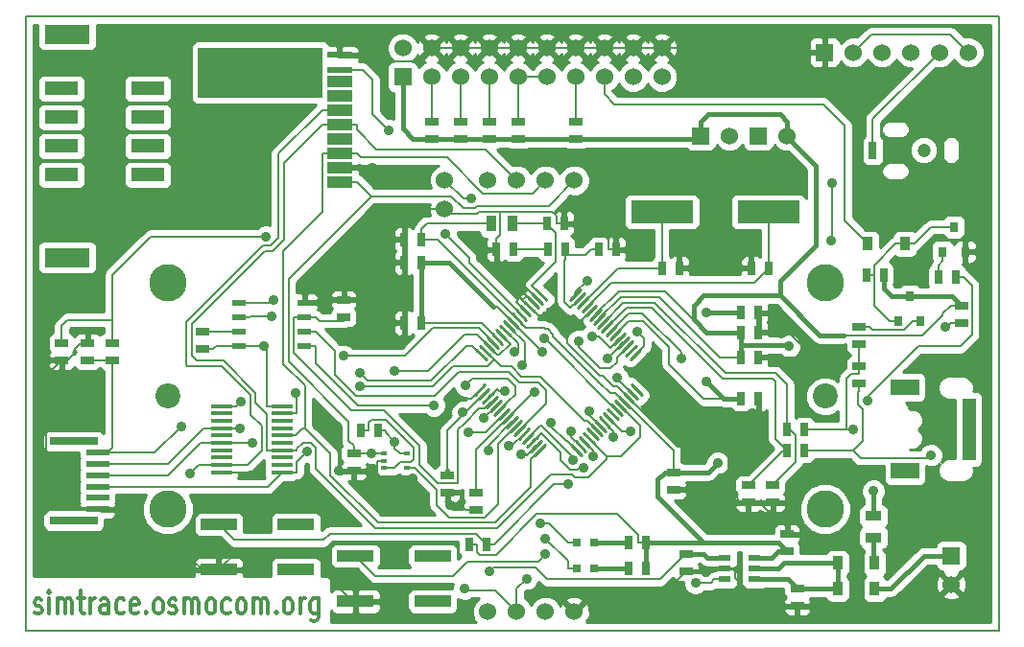
<source format=gtl>
G04 (created by PCBNEW-RS274X (2011-06-08)-testing) date Fr 01 Jul 2011 23:29:28 CEST*
G01*
G70*
G90*
%MOIN*%
G04 Gerber Fmt 3.4, Leading zero omitted, Abs format*
%FSLAX34Y34*%
G04 APERTURE LIST*
%ADD10C,0.006000*%
%ADD11C,0.008000*%
%ADD12C,0.012000*%
%ADD13R,0.078700X0.023600*%
%ADD14R,0.165400X0.027600*%
%ADD15R,0.031400X0.031400*%
%ADD16R,0.060000X0.060000*%
%ADD17C,0.060000*%
%ADD18R,0.216500X0.078700*%
%ADD19R,0.045000X0.025000*%
%ADD20R,0.025000X0.045000*%
%ADD21R,0.035000X0.055000*%
%ADD22R,0.055000X0.035000*%
%ADD23R,0.035800X0.048000*%
%ADD24R,0.047200X0.023600*%
%ADD25C,0.009800*%
%ADD26R,0.031500X0.035400*%
%ADD27R,0.126000X0.039400*%
%ADD28R,0.090600X0.039400*%
%ADD29R,0.090600X0.019700*%
%ADD30R,0.118100X0.047200*%
%ADD31R,0.433100X0.173200*%
%ADD32R,0.157500X0.066900*%
%ADD33R,0.074800X0.016000*%
%ADD34R,0.020000X0.012000*%
%ADD35R,0.043300X0.023600*%
%ADD36C,0.086600*%
%ADD37C,0.129900*%
%ADD38C,0.047200*%
%ADD39R,0.027600X0.059100*%
%ADD40R,0.047200X0.216500*%
%ADD41R,0.098400X0.055100*%
%ADD42C,0.035000*%
%ADD43C,0.016000*%
%ADD44C,0.010000*%
G04 APERTURE END LIST*
G54D10*
G54D11*
X14450Y-56300D02*
X14450Y-34950D01*
X48250Y-56300D02*
X14450Y-56300D01*
X48250Y-34950D02*
X48250Y-56300D01*
X15250Y-34950D02*
X48250Y-34950D01*
X14450Y-34950D02*
X15250Y-34950D01*
G54D12*
X14757Y-55686D02*
X14814Y-55724D01*
X14929Y-55724D01*
X14986Y-55686D01*
X15014Y-55610D01*
X15014Y-55571D01*
X14986Y-55495D01*
X14929Y-55457D01*
X14843Y-55457D01*
X14786Y-55419D01*
X14757Y-55343D01*
X14757Y-55305D01*
X14786Y-55229D01*
X14843Y-55190D01*
X14929Y-55190D01*
X14986Y-55229D01*
X15272Y-55724D02*
X15272Y-55190D01*
X15272Y-54924D02*
X15243Y-54962D01*
X15272Y-55000D01*
X15300Y-54962D01*
X15272Y-54924D01*
X15272Y-55000D01*
X15558Y-55724D02*
X15558Y-55190D01*
X15558Y-55267D02*
X15586Y-55229D01*
X15644Y-55190D01*
X15729Y-55190D01*
X15786Y-55229D01*
X15815Y-55305D01*
X15815Y-55724D01*
X15815Y-55305D02*
X15844Y-55229D01*
X15901Y-55190D01*
X15986Y-55190D01*
X16044Y-55229D01*
X16072Y-55305D01*
X16072Y-55724D01*
X16272Y-55190D02*
X16501Y-55190D01*
X16358Y-54924D02*
X16358Y-55610D01*
X16386Y-55686D01*
X16444Y-55724D01*
X16501Y-55724D01*
X16701Y-55724D02*
X16701Y-55190D01*
X16701Y-55343D02*
X16729Y-55267D01*
X16758Y-55229D01*
X16815Y-55190D01*
X16872Y-55190D01*
X17329Y-55724D02*
X17329Y-55305D01*
X17300Y-55229D01*
X17243Y-55190D01*
X17129Y-55190D01*
X17072Y-55229D01*
X17329Y-55686D02*
X17272Y-55724D01*
X17129Y-55724D01*
X17072Y-55686D01*
X17043Y-55610D01*
X17043Y-55533D01*
X17072Y-55457D01*
X17129Y-55419D01*
X17272Y-55419D01*
X17329Y-55381D01*
X17872Y-55686D02*
X17815Y-55724D01*
X17701Y-55724D01*
X17643Y-55686D01*
X17615Y-55648D01*
X17586Y-55571D01*
X17586Y-55343D01*
X17615Y-55267D01*
X17643Y-55229D01*
X17701Y-55190D01*
X17815Y-55190D01*
X17872Y-55229D01*
X18357Y-55686D02*
X18300Y-55724D01*
X18186Y-55724D01*
X18129Y-55686D01*
X18100Y-55610D01*
X18100Y-55305D01*
X18129Y-55229D01*
X18186Y-55190D01*
X18300Y-55190D01*
X18357Y-55229D01*
X18386Y-55305D01*
X18386Y-55381D01*
X18100Y-55457D01*
X18643Y-55648D02*
X18671Y-55686D01*
X18643Y-55724D01*
X18614Y-55686D01*
X18643Y-55648D01*
X18643Y-55724D01*
X19015Y-55724D02*
X18957Y-55686D01*
X18929Y-55648D01*
X18900Y-55571D01*
X18900Y-55343D01*
X18929Y-55267D01*
X18957Y-55229D01*
X19015Y-55190D01*
X19100Y-55190D01*
X19157Y-55229D01*
X19186Y-55267D01*
X19215Y-55343D01*
X19215Y-55571D01*
X19186Y-55648D01*
X19157Y-55686D01*
X19100Y-55724D01*
X19015Y-55724D01*
X19443Y-55686D02*
X19500Y-55724D01*
X19615Y-55724D01*
X19672Y-55686D01*
X19700Y-55610D01*
X19700Y-55571D01*
X19672Y-55495D01*
X19615Y-55457D01*
X19529Y-55457D01*
X19472Y-55419D01*
X19443Y-55343D01*
X19443Y-55305D01*
X19472Y-55229D01*
X19529Y-55190D01*
X19615Y-55190D01*
X19672Y-55229D01*
X19958Y-55724D02*
X19958Y-55190D01*
X19958Y-55267D02*
X19986Y-55229D01*
X20044Y-55190D01*
X20129Y-55190D01*
X20186Y-55229D01*
X20215Y-55305D01*
X20215Y-55724D01*
X20215Y-55305D02*
X20244Y-55229D01*
X20301Y-55190D01*
X20386Y-55190D01*
X20444Y-55229D01*
X20472Y-55305D01*
X20472Y-55724D01*
X20844Y-55724D02*
X20786Y-55686D01*
X20758Y-55648D01*
X20729Y-55571D01*
X20729Y-55343D01*
X20758Y-55267D01*
X20786Y-55229D01*
X20844Y-55190D01*
X20929Y-55190D01*
X20986Y-55229D01*
X21015Y-55267D01*
X21044Y-55343D01*
X21044Y-55571D01*
X21015Y-55648D01*
X20986Y-55686D01*
X20929Y-55724D01*
X20844Y-55724D01*
X21558Y-55686D02*
X21501Y-55724D01*
X21387Y-55724D01*
X21329Y-55686D01*
X21301Y-55648D01*
X21272Y-55571D01*
X21272Y-55343D01*
X21301Y-55267D01*
X21329Y-55229D01*
X21387Y-55190D01*
X21501Y-55190D01*
X21558Y-55229D01*
X21901Y-55724D02*
X21843Y-55686D01*
X21815Y-55648D01*
X21786Y-55571D01*
X21786Y-55343D01*
X21815Y-55267D01*
X21843Y-55229D01*
X21901Y-55190D01*
X21986Y-55190D01*
X22043Y-55229D01*
X22072Y-55267D01*
X22101Y-55343D01*
X22101Y-55571D01*
X22072Y-55648D01*
X22043Y-55686D01*
X21986Y-55724D01*
X21901Y-55724D01*
X22358Y-55724D02*
X22358Y-55190D01*
X22358Y-55267D02*
X22386Y-55229D01*
X22444Y-55190D01*
X22529Y-55190D01*
X22586Y-55229D01*
X22615Y-55305D01*
X22615Y-55724D01*
X22615Y-55305D02*
X22644Y-55229D01*
X22701Y-55190D01*
X22786Y-55190D01*
X22844Y-55229D01*
X22872Y-55305D01*
X22872Y-55724D01*
X23158Y-55648D02*
X23186Y-55686D01*
X23158Y-55724D01*
X23129Y-55686D01*
X23158Y-55648D01*
X23158Y-55724D01*
X23530Y-55724D02*
X23472Y-55686D01*
X23444Y-55648D01*
X23415Y-55571D01*
X23415Y-55343D01*
X23444Y-55267D01*
X23472Y-55229D01*
X23530Y-55190D01*
X23615Y-55190D01*
X23672Y-55229D01*
X23701Y-55267D01*
X23730Y-55343D01*
X23730Y-55571D01*
X23701Y-55648D01*
X23672Y-55686D01*
X23615Y-55724D01*
X23530Y-55724D01*
X23987Y-55724D02*
X23987Y-55190D01*
X23987Y-55343D02*
X24015Y-55267D01*
X24044Y-55229D01*
X24101Y-55190D01*
X24158Y-55190D01*
X24615Y-55190D02*
X24615Y-55838D01*
X24586Y-55914D01*
X24558Y-55952D01*
X24501Y-55990D01*
X24415Y-55990D01*
X24358Y-55952D01*
X24615Y-55686D02*
X24558Y-55724D01*
X24444Y-55724D01*
X24386Y-55686D01*
X24358Y-55648D01*
X24329Y-55571D01*
X24329Y-55343D01*
X24358Y-55267D01*
X24386Y-55229D01*
X24444Y-55190D01*
X24558Y-55190D01*
X24615Y-55229D01*
G54D13*
X16947Y-50116D03*
X16947Y-50509D03*
X16947Y-50903D03*
X16947Y-51297D03*
X16947Y-51691D03*
X16947Y-52084D03*
G54D14*
X16120Y-49722D03*
X16120Y-52478D03*
G54D15*
X34195Y-53250D03*
X33605Y-53250D03*
X34195Y-54150D03*
X33605Y-54150D03*
G54D16*
X27550Y-37050D03*
G54D17*
X27550Y-36050D03*
X28550Y-37050D03*
X28550Y-36050D03*
X29550Y-37050D03*
X29550Y-36050D03*
X30550Y-37050D03*
X30550Y-36050D03*
X31550Y-37050D03*
X31550Y-36050D03*
X32550Y-37050D03*
X32550Y-36050D03*
X33550Y-37050D03*
X33550Y-36050D03*
X34550Y-37050D03*
X34550Y-36050D03*
X35550Y-37050D03*
X35550Y-36050D03*
X36550Y-37050D03*
X36550Y-36050D03*
G54D16*
X37900Y-39100D03*
G54D17*
X38900Y-39100D03*
G54D16*
X39900Y-39100D03*
G54D17*
X40900Y-39100D03*
G54D16*
X46600Y-53700D03*
G54D17*
X46600Y-54700D03*
G54D18*
X40250Y-41750D03*
X36550Y-41750D03*
G54D19*
X20600Y-45900D03*
X20600Y-46500D03*
X25500Y-45400D03*
X25500Y-44800D03*
G54D20*
X46150Y-44000D03*
X46750Y-44000D03*
X36000Y-53250D03*
X35400Y-53250D03*
X36000Y-54150D03*
X35400Y-54150D03*
X29850Y-53300D03*
X30450Y-53300D03*
X33200Y-43050D03*
X32600Y-43050D03*
X40900Y-49300D03*
X41500Y-49300D03*
X40900Y-50050D03*
X41500Y-50050D03*
G54D19*
X33550Y-38600D03*
X33550Y-39200D03*
X31550Y-38600D03*
X31550Y-39200D03*
X30550Y-38600D03*
X30550Y-39200D03*
X29550Y-38600D03*
X29550Y-39200D03*
X28550Y-38600D03*
X28550Y-39200D03*
X43400Y-46350D03*
X43400Y-45750D03*
X46950Y-45600D03*
X46950Y-45000D03*
G54D20*
X44250Y-43950D03*
X43650Y-43950D03*
X32550Y-42150D03*
X33150Y-42150D03*
G54D19*
X40900Y-53550D03*
X40900Y-52950D03*
X37400Y-53650D03*
X37400Y-54250D03*
G54D20*
X39300Y-48250D03*
X39900Y-48250D03*
G54D19*
X30100Y-51500D03*
X30100Y-52100D03*
G54D20*
X36550Y-43700D03*
X37150Y-43700D03*
X40250Y-43700D03*
X39650Y-43700D03*
X28200Y-45600D03*
X27600Y-45600D03*
X39300Y-45250D03*
X39900Y-45250D03*
G54D19*
X41250Y-54850D03*
X41250Y-55450D03*
X40400Y-51250D03*
X40400Y-51850D03*
G54D20*
X28200Y-43500D03*
X27600Y-43500D03*
G54D19*
X39550Y-51250D03*
X39550Y-51850D03*
G54D20*
X34950Y-43050D03*
X34350Y-43050D03*
X39300Y-46800D03*
X39900Y-46800D03*
G54D19*
X36950Y-50800D03*
X36950Y-51400D03*
G54D20*
X30800Y-43050D03*
X31400Y-43050D03*
G54D19*
X43400Y-47700D03*
X43400Y-47100D03*
X29100Y-50900D03*
X29100Y-51500D03*
G54D20*
X39300Y-45932D03*
X39900Y-45932D03*
X28200Y-42700D03*
X27600Y-42700D03*
G54D21*
X31375Y-42150D03*
X30625Y-42150D03*
G54D22*
X43900Y-52325D03*
X43900Y-53075D03*
G54D23*
X42655Y-54850D03*
X43945Y-54850D03*
X42655Y-53950D03*
X43945Y-53950D03*
X43705Y-42850D03*
X44995Y-42850D03*
G54D24*
X24142Y-46400D03*
X24142Y-45900D03*
X24142Y-45400D03*
X24142Y-44900D03*
X21858Y-44900D03*
X21858Y-45400D03*
X21858Y-45900D03*
X21858Y-46400D03*
G54D10*
G36*
X32183Y-44375D02*
X32607Y-44799D01*
X32537Y-44869D01*
X32113Y-44445D01*
X32183Y-44375D01*
X32183Y-44375D01*
G37*
G54D25*
X32397Y-44938D02*
X32043Y-44584D01*
X32258Y-45078D02*
X31904Y-44724D01*
X32119Y-45217D02*
X31765Y-44863D01*
X31979Y-45356D02*
X31625Y-45002D01*
X31841Y-45495D02*
X31487Y-45141D01*
X31701Y-45634D02*
X31347Y-45280D01*
X31562Y-45774D02*
X31208Y-45420D01*
X31423Y-45913D02*
X31069Y-45559D01*
X31284Y-46052D02*
X30930Y-45698D01*
X31144Y-46191D02*
X30790Y-45837D01*
X31006Y-46330D02*
X30652Y-45976D01*
X30866Y-46469D02*
X30512Y-46115D01*
X30727Y-46609D02*
X30373Y-46255D01*
X30588Y-46748D02*
X30234Y-46394D01*
X30448Y-46887D02*
X30094Y-46533D01*
X30404Y-47759D02*
X30050Y-48113D01*
X30543Y-47898D02*
X30189Y-48252D01*
X30683Y-48037D02*
X30329Y-48391D01*
X30822Y-48177D02*
X30468Y-48531D01*
X30961Y-48316D02*
X30607Y-48670D01*
X31100Y-48454D02*
X30746Y-48808D01*
X31239Y-48594D02*
X30885Y-48948D01*
X31378Y-48733D02*
X31024Y-49087D01*
X31518Y-48872D02*
X31164Y-49226D01*
X31657Y-49012D02*
X31303Y-49366D01*
X31796Y-49151D02*
X31442Y-49505D01*
X31935Y-49290D02*
X31581Y-49644D01*
X32074Y-49429D02*
X31720Y-49783D01*
X32213Y-49568D02*
X31859Y-49922D01*
X32353Y-49707D02*
X31999Y-50061D01*
X32492Y-49847D02*
X32138Y-50201D01*
X33762Y-50201D02*
X33408Y-49847D01*
X33901Y-50061D02*
X33547Y-49707D01*
X34041Y-49922D02*
X33687Y-49568D01*
X34180Y-49783D02*
X33826Y-49429D01*
X34319Y-49644D02*
X33965Y-49290D01*
X34458Y-49505D02*
X34104Y-49151D01*
X34597Y-49366D02*
X34243Y-49012D01*
X34736Y-49226D02*
X34382Y-48872D01*
X34876Y-49087D02*
X34522Y-48733D01*
X35015Y-48948D02*
X34661Y-48594D01*
X35154Y-48808D02*
X34800Y-48454D01*
X35293Y-48670D02*
X34939Y-48316D01*
X35432Y-48531D02*
X35078Y-48177D01*
X35571Y-48391D02*
X35217Y-48037D01*
X35711Y-48252D02*
X35357Y-47898D01*
X35850Y-48113D02*
X35496Y-47759D01*
X35806Y-46533D02*
X35452Y-46887D01*
X35666Y-46394D02*
X35312Y-46748D01*
X35388Y-46115D02*
X35034Y-46469D01*
X35532Y-46250D02*
X35178Y-46604D01*
X35248Y-45976D02*
X34894Y-46330D01*
X35110Y-45837D02*
X34756Y-46191D01*
X34970Y-45698D02*
X34616Y-46052D01*
X34831Y-45559D02*
X34477Y-45913D01*
X34692Y-45420D02*
X34338Y-45774D01*
X34553Y-45280D02*
X34199Y-45634D01*
X34415Y-45143D02*
X34061Y-45497D01*
X34276Y-45004D02*
X33922Y-45358D01*
X34137Y-44865D02*
X33783Y-45219D01*
X33997Y-44725D02*
X33643Y-45079D01*
X33859Y-44587D02*
X33505Y-44941D01*
X33720Y-44447D02*
X33366Y-44801D01*
G54D16*
X42200Y-36200D03*
G54D17*
X43200Y-36200D03*
X44200Y-36200D03*
X45200Y-36200D03*
X46200Y-36200D03*
X47200Y-36200D03*
G54D26*
X46306Y-43133D03*
X47094Y-43133D03*
X46700Y-42267D03*
X44756Y-45533D03*
X45544Y-45533D03*
X45150Y-44667D03*
G54D27*
X21161Y-54187D03*
X21161Y-52613D03*
X23839Y-52613D03*
X23839Y-54187D03*
X25911Y-55287D03*
X25911Y-53713D03*
X28589Y-53713D03*
X28589Y-55287D03*
G54D28*
X25353Y-40694D03*
X25353Y-40194D03*
X25353Y-39194D03*
X25353Y-39694D03*
X25353Y-38694D03*
X25353Y-38194D03*
X25353Y-37694D03*
X25353Y-37194D03*
G54D29*
X25353Y-36800D03*
X25353Y-36289D03*
G54D30*
X15707Y-39450D03*
X15707Y-37450D03*
X15707Y-38450D03*
X15707Y-40450D03*
X18707Y-40450D03*
X18707Y-39450D03*
X18707Y-38450D03*
X18707Y-37450D03*
G54D31*
X22609Y-36903D03*
G54D32*
X15904Y-35572D03*
X15904Y-43328D03*
G54D33*
X21250Y-48500D03*
X21250Y-48750D03*
X21250Y-49010D03*
X21250Y-49270D03*
X21250Y-49520D03*
X21250Y-49780D03*
X21250Y-50040D03*
X21250Y-50290D03*
X21250Y-50550D03*
X21250Y-50800D03*
X23350Y-50800D03*
X23350Y-50550D03*
X23350Y-50290D03*
X23350Y-50040D03*
X23350Y-49780D03*
X23350Y-49520D03*
X23350Y-49270D03*
X23350Y-49010D03*
X23350Y-48750D03*
X23350Y-48500D03*
G54D20*
X26686Y-49335D03*
X26086Y-49335D03*
G54D19*
X15700Y-46900D03*
X15700Y-46300D03*
X17450Y-46900D03*
X17450Y-46300D03*
X16600Y-46300D03*
X16600Y-46900D03*
X25850Y-50150D03*
X25850Y-50750D03*
G54D34*
X26900Y-50150D03*
X26900Y-50650D03*
X27700Y-50150D03*
X26900Y-50400D03*
X27700Y-50650D03*
G54D35*
X38738Y-53776D03*
X38738Y-54150D03*
X38738Y-54524D03*
X39762Y-53776D03*
X39762Y-54150D03*
X39762Y-54524D03*
G54D36*
X19383Y-48150D03*
X42217Y-48150D03*
G54D37*
X19383Y-52087D03*
X19383Y-44213D03*
X42217Y-52087D03*
X42217Y-44213D03*
G54D17*
X33509Y-55650D03*
X32509Y-55650D03*
X31509Y-55650D03*
X30509Y-55650D03*
X33509Y-40650D03*
X32509Y-40650D03*
X31509Y-40650D03*
X30509Y-40650D03*
X29009Y-40650D03*
X29009Y-41650D03*
G54D38*
X45650Y-39600D03*
G54D39*
X43878Y-39600D03*
G54D40*
X47214Y-49300D03*
G54D41*
X44989Y-47843D03*
X44989Y-50757D03*
G54D42*
X38100Y-47650D03*
X33950Y-44150D03*
X38100Y-45250D03*
X32381Y-46593D03*
X32122Y-48008D03*
X34042Y-48691D03*
X33280Y-51206D03*
X35475Y-49372D03*
X46403Y-45736D03*
X32500Y-53650D03*
X34665Y-46842D03*
X22328Y-49781D03*
X26051Y-47815D03*
X31232Y-49886D03*
X28631Y-48470D03*
X33845Y-50631D03*
X33464Y-50369D03*
X24224Y-50080D03*
X27249Y-47275D03*
X29700Y-54850D03*
X20150Y-50850D03*
X31850Y-54500D03*
X33395Y-49386D03*
X35003Y-47501D03*
X23838Y-48039D03*
X25507Y-46753D03*
X31436Y-46623D03*
X32332Y-52578D03*
X31712Y-47061D03*
X32509Y-53094D03*
X29736Y-47770D03*
X23071Y-44795D03*
X21911Y-49270D03*
X29814Y-49412D03*
X30352Y-48908D03*
X22997Y-45371D03*
X21925Y-48358D03*
X26064Y-47352D03*
X37727Y-54653D03*
X34177Y-50252D03*
X29938Y-41291D03*
X32454Y-46139D03*
X27050Y-38900D03*
X31656Y-50189D03*
X34131Y-46062D03*
X32696Y-49060D03*
X35700Y-45900D03*
X42446Y-42745D03*
X42450Y-40750D03*
X34876Y-49563D03*
X33654Y-46232D03*
X19850Y-49200D03*
X27270Y-49734D03*
X30518Y-50049D03*
X30568Y-54229D03*
X26470Y-50131D03*
X38489Y-50467D03*
X40977Y-46417D03*
X29636Y-48701D03*
X22732Y-46424D03*
X22250Y-50900D03*
X24450Y-51800D03*
X26500Y-40200D03*
X47500Y-42200D03*
X33000Y-55100D03*
X27893Y-51021D03*
X29197Y-51944D03*
X40682Y-45977D03*
X27778Y-41852D03*
X25345Y-50750D03*
X28661Y-50057D03*
X39708Y-48759D03*
X22810Y-42605D03*
X29031Y-42516D03*
X37228Y-46836D03*
X43685Y-48295D03*
X31109Y-47972D03*
X45900Y-50200D03*
X43900Y-51450D03*
X43200Y-49300D03*
G54D11*
X30700Y-45050D02*
X30838Y-45050D01*
G54D43*
X29150Y-43500D02*
X30700Y-45050D01*
X28200Y-43500D02*
X29150Y-43500D01*
G54D11*
X30838Y-45050D02*
X31385Y-45597D01*
G54D43*
X28200Y-45600D02*
X28200Y-43500D01*
X38100Y-47650D02*
X38700Y-48250D01*
X39300Y-45250D02*
X38100Y-45250D01*
G54D11*
X31385Y-45597D02*
X31698Y-45910D01*
X31698Y-45910D02*
X32381Y-46593D01*
G54D43*
X38700Y-48250D02*
X39300Y-48250D01*
G54D11*
X33543Y-44557D02*
X33950Y-44150D01*
X33543Y-44624D02*
X33543Y-44557D01*
X39300Y-48250D02*
X38700Y-48250D01*
X35397Y-45550D02*
X34933Y-46014D01*
X35900Y-45550D02*
X35397Y-45550D01*
X36800Y-46450D02*
X35900Y-45550D01*
X36800Y-47050D02*
X36800Y-46450D01*
X38000Y-48250D02*
X36800Y-47050D01*
X38700Y-48250D02*
X38000Y-48250D01*
X30100Y-50011D02*
X31201Y-48910D01*
X30100Y-51500D02*
X30100Y-50011D01*
X32103Y-48008D02*
X31201Y-48910D01*
X32122Y-48008D02*
X32103Y-48008D01*
X30276Y-45600D02*
X30301Y-45624D01*
X28200Y-45600D02*
X30276Y-45600D01*
X30301Y-45624D02*
X30829Y-46153D01*
X25700Y-52931D02*
X25019Y-52931D01*
X21698Y-53150D02*
X21161Y-52613D01*
X24800Y-53150D02*
X21698Y-53150D01*
X25019Y-52931D02*
X24800Y-53150D01*
X39950Y-38000D02*
X42150Y-38000D01*
X42900Y-42045D02*
X43705Y-42850D01*
X42900Y-38750D02*
X42900Y-42045D01*
X42150Y-38000D02*
X42900Y-38750D01*
X34550Y-37050D02*
X34550Y-37650D01*
X34900Y-38000D02*
X39950Y-38000D01*
X34550Y-37650D02*
X34900Y-38000D01*
X34420Y-49189D02*
X34106Y-48874D01*
X30081Y-52931D02*
X30450Y-53300D01*
X25700Y-52931D02*
X30081Y-52931D01*
X30450Y-53300D02*
X30718Y-53300D01*
X32812Y-51206D02*
X33280Y-51206D01*
X30718Y-53300D02*
X32812Y-51206D01*
X34042Y-48811D02*
X34042Y-48691D01*
X34106Y-48874D02*
X34042Y-48811D01*
X35161Y-49372D02*
X34699Y-48910D01*
X35475Y-49372D02*
X35161Y-49372D01*
X46446Y-45736D02*
X46582Y-45600D01*
X46403Y-45736D02*
X46446Y-45736D01*
X46950Y-45600D02*
X46582Y-45600D01*
X32250Y-53900D02*
X31850Y-53900D01*
X32500Y-53650D02*
X32250Y-53900D01*
X29800Y-53900D02*
X29300Y-54400D01*
X29800Y-53900D02*
X31850Y-53900D01*
X29300Y-54400D02*
X26598Y-54400D01*
X26598Y-54400D02*
X25911Y-53713D01*
X35211Y-46292D02*
X34898Y-46605D01*
X34665Y-46842D02*
X34898Y-46609D01*
X34898Y-46609D02*
X34898Y-46606D01*
X34898Y-46606D02*
X34898Y-46605D01*
X16947Y-50903D02*
X19397Y-50903D01*
X19397Y-50903D02*
X20520Y-49780D01*
X21038Y-49780D02*
X20733Y-49780D01*
X21038Y-49780D02*
X21250Y-49780D01*
X20520Y-49780D02*
X20733Y-49780D01*
X30508Y-47100D02*
X30724Y-46884D01*
X29311Y-47100D02*
X30508Y-47100D01*
X28596Y-47815D02*
X29311Y-47100D01*
X26051Y-47815D02*
X28596Y-47815D01*
X30411Y-46571D02*
X30724Y-46884D01*
X21250Y-49780D02*
X21767Y-49780D01*
X30960Y-47120D02*
X30724Y-46884D01*
X31321Y-47120D02*
X30960Y-47120D01*
X31672Y-47471D02*
X31321Y-47120D01*
X32328Y-47471D02*
X31672Y-47471D01*
X33872Y-49015D02*
X32328Y-47471D01*
X33968Y-49015D02*
X33872Y-49015D01*
X34281Y-49328D02*
X33968Y-49015D01*
X21767Y-49781D02*
X22328Y-49781D01*
X21767Y-49780D02*
X21767Y-49781D01*
X25353Y-38694D02*
X24757Y-38694D01*
X25353Y-38694D02*
X25949Y-38694D01*
X23138Y-50040D02*
X22833Y-50040D01*
X23138Y-50040D02*
X23350Y-50040D01*
X34630Y-50233D02*
X34003Y-49606D01*
X23350Y-50040D02*
X23867Y-50040D01*
X35793Y-49170D02*
X35116Y-48493D01*
X35793Y-49564D02*
X35793Y-49170D01*
X35124Y-50233D02*
X35793Y-49564D01*
X34630Y-50233D02*
X35124Y-50233D01*
X30421Y-39562D02*
X31509Y-40650D01*
X26635Y-39562D02*
X30421Y-39562D01*
X25949Y-38876D02*
X26635Y-39562D01*
X25949Y-38694D02*
X25949Y-38876D01*
X23867Y-49987D02*
X23867Y-50040D01*
X24092Y-49762D02*
X23867Y-49987D01*
X24357Y-49762D02*
X24092Y-49762D01*
X24542Y-49947D02*
X24357Y-49762D01*
X24542Y-50678D02*
X24542Y-49947D01*
X26606Y-52742D02*
X24542Y-50678D01*
X30826Y-52742D02*
X26606Y-52742D01*
X32680Y-50888D02*
X30826Y-52742D01*
X33444Y-50888D02*
X32680Y-50888D01*
X33521Y-50965D02*
X33444Y-50888D01*
X33994Y-50965D02*
X33521Y-50965D01*
X34630Y-50329D02*
X33994Y-50965D01*
X34630Y-50233D02*
X34630Y-50329D01*
X23416Y-40035D02*
X24757Y-38694D01*
X23416Y-42722D02*
X23416Y-40035D01*
X23032Y-43106D02*
X23416Y-42722D01*
X22778Y-43106D02*
X23032Y-43106D01*
X20231Y-45653D02*
X22778Y-43106D01*
X20231Y-46747D02*
X20231Y-45653D01*
X20405Y-46921D02*
X20231Y-46747D01*
X21328Y-46921D02*
X20405Y-46921D01*
X22434Y-48027D02*
X21328Y-46921D01*
X22434Y-48377D02*
X22434Y-48027D01*
X22833Y-48776D02*
X22434Y-48377D01*
X22833Y-50040D02*
X22833Y-48776D01*
X24142Y-46400D02*
X24521Y-46400D01*
X31339Y-49886D02*
X31232Y-49886D01*
X31758Y-49467D02*
X31339Y-49886D01*
X25996Y-48470D02*
X28631Y-48470D01*
X24521Y-46995D02*
X25996Y-48470D01*
X24521Y-46400D02*
X24521Y-46995D01*
X40750Y-50050D02*
X39550Y-51250D01*
X40900Y-50050D02*
X40750Y-50050D01*
X40500Y-49650D02*
X40900Y-50050D01*
X40500Y-47650D02*
X40500Y-49650D01*
X40400Y-47550D02*
X40500Y-47650D01*
X38650Y-47550D02*
X40400Y-47550D01*
X36182Y-45082D02*
X38650Y-47550D01*
X35318Y-45082D02*
X36182Y-45082D01*
X34664Y-45736D02*
X35318Y-45082D01*
X34654Y-45736D02*
X34664Y-45736D01*
X41200Y-50450D02*
X40400Y-51250D01*
X41200Y-49500D02*
X41200Y-50450D01*
X41000Y-49300D02*
X41200Y-49500D01*
X40900Y-49300D02*
X41000Y-49300D01*
X35212Y-44900D02*
X34515Y-45597D01*
X36300Y-44900D02*
X35212Y-44900D01*
X38750Y-47350D02*
X36300Y-44900D01*
X40500Y-47350D02*
X38750Y-47350D01*
X40900Y-47750D02*
X40500Y-47350D01*
X40900Y-49300D02*
X40900Y-47750D01*
X32036Y-49745D02*
X32351Y-49430D01*
X33829Y-50647D02*
X33845Y-50631D01*
X33669Y-50647D02*
X33829Y-50647D01*
X33613Y-50703D02*
X33669Y-50647D01*
X33348Y-50703D02*
X33613Y-50703D01*
X33023Y-50378D02*
X33348Y-50703D01*
X33023Y-50103D02*
X33023Y-50378D01*
X32351Y-49430D02*
X33023Y-50103D01*
X43878Y-38522D02*
X46200Y-36200D01*
X43878Y-39600D02*
X43878Y-38522D01*
X33464Y-50279D02*
X33464Y-50369D01*
X32360Y-49175D02*
X33464Y-50279D01*
X32328Y-49175D02*
X32360Y-49175D01*
X31897Y-49606D02*
X32328Y-49175D01*
X20500Y-51297D02*
X22853Y-51297D01*
X22853Y-51297D02*
X23350Y-50800D01*
X23867Y-50800D02*
X23867Y-50437D01*
X23867Y-50437D02*
X24224Y-50080D01*
X23350Y-50800D02*
X23867Y-50800D01*
X27249Y-47275D02*
X28433Y-47275D01*
X28433Y-47275D02*
X29690Y-46018D01*
X29690Y-46018D02*
X30136Y-46018D01*
X30136Y-46018D02*
X30550Y-46432D01*
X30967Y-46014D02*
X31281Y-46327D01*
X30887Y-46721D02*
X31281Y-46327D01*
X30839Y-46721D02*
X30887Y-46721D01*
X30550Y-46432D02*
X30839Y-46721D01*
X16947Y-51297D02*
X20500Y-51297D01*
X20500Y-51297D02*
X20536Y-51297D01*
X21250Y-50550D02*
X20450Y-50550D01*
X30759Y-54900D02*
X31509Y-55650D01*
X29750Y-54900D02*
X30759Y-54900D01*
X29700Y-54850D02*
X29750Y-54900D01*
X20450Y-50550D02*
X20150Y-50850D01*
X31850Y-54500D02*
X31509Y-54841D01*
X31509Y-54841D02*
X31509Y-55650D01*
X25353Y-38194D02*
X24757Y-38194D01*
X33724Y-49884D02*
X33411Y-49571D01*
X33411Y-49402D02*
X33395Y-49386D01*
X33411Y-49571D02*
X33411Y-49402D01*
X35003Y-47544D02*
X35534Y-48075D01*
X35003Y-47501D02*
X35003Y-47544D01*
X20066Y-47106D02*
X20044Y-47084D01*
X21252Y-47106D02*
X20066Y-47106D01*
X22251Y-48105D02*
X21252Y-47106D01*
X22251Y-48794D02*
X22251Y-48105D01*
X22649Y-49192D02*
X22251Y-48794D01*
X22649Y-50057D02*
X22649Y-49192D01*
X22156Y-50550D02*
X22649Y-50057D01*
X21250Y-50550D02*
X22156Y-50550D01*
X23233Y-39718D02*
X24757Y-38194D01*
X23233Y-42645D02*
X23233Y-39718D01*
X22955Y-42923D02*
X23233Y-42645D01*
X22688Y-42923D02*
X22955Y-42923D01*
X20044Y-45567D02*
X22688Y-42923D01*
X20044Y-47084D02*
X20044Y-45567D01*
X23350Y-48750D02*
X23867Y-48750D01*
X23867Y-48068D02*
X23838Y-48039D01*
X23867Y-48750D02*
X23867Y-48068D01*
X27643Y-46753D02*
X25507Y-46753D01*
X28612Y-45784D02*
X27643Y-46753D01*
X30181Y-45784D02*
X28612Y-45784D01*
X30689Y-46292D02*
X30181Y-45784D01*
X32633Y-52578D02*
X33305Y-53250D01*
X32332Y-52578D02*
X32633Y-52578D01*
X33605Y-53250D02*
X33305Y-53250D01*
X31550Y-46509D02*
X31436Y-46623D01*
X31550Y-46318D02*
X31550Y-46509D01*
X31107Y-45875D02*
X31550Y-46318D01*
X31799Y-46974D02*
X31712Y-47061D01*
X31799Y-46289D02*
X31799Y-46974D01*
X31246Y-45736D02*
X31799Y-46289D01*
X33305Y-53890D02*
X32509Y-53094D01*
X33305Y-54150D02*
X33305Y-53890D01*
X33605Y-54150D02*
X33305Y-54150D01*
X24142Y-45900D02*
X24521Y-45900D01*
X31619Y-49328D02*
X31932Y-49015D01*
X25187Y-46566D02*
X24521Y-45900D01*
X25187Y-47401D02*
X25187Y-46566D01*
X25919Y-48133D02*
X25187Y-47401D01*
X28670Y-48133D02*
X25919Y-48133D01*
X29499Y-47304D02*
X28670Y-48133D01*
X31219Y-47304D02*
X29499Y-47304D01*
X31605Y-47690D02*
X31219Y-47304D01*
X32255Y-47690D02*
X31605Y-47690D01*
X32523Y-47958D02*
X32255Y-47690D01*
X32523Y-48424D02*
X32523Y-47958D01*
X31932Y-49015D02*
X32523Y-48424D01*
X30923Y-48631D02*
X31236Y-48318D01*
X22966Y-44900D02*
X23071Y-44795D01*
X21858Y-44900D02*
X22966Y-44900D01*
X31455Y-48099D02*
X31236Y-48318D01*
X31455Y-47800D02*
X31455Y-48099D01*
X31208Y-47553D02*
X31455Y-47800D01*
X29953Y-47553D02*
X31208Y-47553D01*
X29736Y-47770D02*
X29953Y-47553D01*
X16947Y-50509D02*
X19391Y-50509D01*
X20630Y-49270D02*
X21250Y-49270D01*
X19391Y-50509D02*
X20630Y-49270D01*
X21911Y-49270D02*
X21250Y-49270D01*
X29814Y-49412D02*
X30421Y-49412D01*
X30421Y-49412D02*
X31062Y-48771D01*
X25353Y-39694D02*
X24757Y-39694D01*
X23350Y-49520D02*
X23821Y-49520D01*
X32315Y-50024D02*
X32002Y-50337D01*
X24054Y-49287D02*
X23821Y-49520D01*
X24156Y-49287D02*
X24054Y-49287D01*
X24757Y-41738D02*
X24757Y-39694D01*
X23397Y-43098D02*
X24757Y-41738D01*
X23397Y-47032D02*
X23397Y-43098D01*
X24156Y-47791D02*
X23397Y-47032D01*
X24156Y-49287D02*
X24156Y-47791D01*
X25353Y-39694D02*
X25949Y-39694D01*
X32002Y-51305D02*
X32002Y-50337D01*
X30749Y-52558D02*
X32002Y-51305D01*
X26682Y-52558D02*
X30749Y-52558D01*
X25027Y-50903D02*
X26682Y-52558D01*
X25027Y-50158D02*
X25027Y-50903D01*
X24156Y-49287D02*
X25027Y-50158D01*
X26108Y-39853D02*
X25949Y-39694D01*
X29083Y-39853D02*
X26108Y-39853D01*
X30336Y-41106D02*
X29083Y-39853D01*
X32053Y-41106D02*
X30336Y-41106D01*
X32509Y-40650D02*
X32053Y-41106D01*
X22266Y-45371D02*
X22237Y-45400D01*
X22997Y-45371D02*
X22266Y-45371D01*
X21858Y-45400D02*
X22237Y-45400D01*
X30369Y-48908D02*
X30352Y-48908D01*
X30784Y-48493D02*
X30369Y-48908D01*
X30271Y-46710D02*
X29958Y-46397D01*
X21250Y-48500D02*
X21767Y-48500D01*
X21909Y-48358D02*
X21925Y-48358D01*
X21767Y-48500D02*
X21909Y-48358D01*
X26317Y-47605D02*
X26064Y-47352D01*
X28545Y-47605D02*
X26317Y-47605D01*
X29753Y-46397D02*
X28545Y-47605D01*
X29958Y-46397D02*
X29753Y-46397D01*
X38250Y-54653D02*
X38379Y-54524D01*
X37727Y-54653D02*
X38250Y-54653D01*
X38738Y-54524D02*
X38379Y-54524D01*
X34177Y-50252D02*
X34177Y-50058D01*
X33864Y-49745D02*
X34177Y-50058D01*
X29650Y-41291D02*
X29938Y-41291D01*
X29009Y-40650D02*
X29650Y-41291D01*
X32485Y-46139D02*
X34977Y-48631D01*
X32454Y-46139D02*
X32485Y-46139D01*
X25353Y-36800D02*
X26150Y-36800D01*
X26500Y-38350D02*
X27050Y-38900D01*
X26500Y-37150D02*
X26500Y-38350D01*
X26150Y-36800D02*
X26500Y-37150D01*
X31854Y-50189D02*
X31656Y-50189D01*
X31863Y-50197D02*
X31854Y-50189D01*
X32176Y-49884D02*
X31863Y-50197D01*
X34354Y-46062D02*
X34131Y-46062D01*
X34758Y-46466D02*
X34354Y-46062D01*
X35071Y-46153D02*
X34758Y-46466D01*
X31550Y-38600D02*
X31550Y-38332D01*
X31550Y-37050D02*
X31550Y-38332D01*
X32550Y-37050D02*
X31550Y-37050D01*
X29550Y-38600D02*
X29550Y-37050D01*
X33585Y-50024D02*
X33272Y-49711D01*
X32696Y-49193D02*
X32696Y-49060D01*
X33214Y-49711D02*
X32696Y-49193D01*
X33272Y-49711D02*
X33214Y-49711D01*
X35942Y-46397D02*
X35942Y-46142D01*
X35942Y-46142D02*
X35700Y-45900D01*
X35629Y-46710D02*
X35942Y-46397D01*
X33550Y-37050D02*
X33550Y-38600D01*
X42450Y-42741D02*
X42450Y-40750D01*
X42450Y-42741D02*
X42446Y-42745D01*
X34873Y-49362D02*
X34872Y-49363D01*
X34872Y-49363D02*
X34872Y-49559D01*
X34872Y-49559D02*
X34876Y-49563D01*
X34559Y-49049D02*
X34873Y-49362D01*
X30550Y-38600D02*
X30550Y-37050D01*
X34986Y-46796D02*
X35355Y-46427D01*
X34986Y-46973D02*
X34986Y-46796D01*
X34777Y-47182D02*
X34986Y-46973D01*
X34405Y-47182D02*
X34777Y-47182D01*
X33654Y-46431D02*
X34405Y-47182D01*
X33654Y-46232D02*
X33654Y-46431D01*
X45900Y-42267D02*
X45317Y-42850D01*
X46700Y-42267D02*
X45900Y-42267D01*
X45156Y-42850D02*
X45317Y-42850D01*
X45156Y-42850D02*
X44995Y-42850D01*
X43918Y-43605D02*
X43918Y-43950D01*
X44673Y-42850D02*
X43918Y-43605D01*
X44995Y-42850D02*
X44673Y-42850D01*
X43650Y-43950D02*
X43918Y-43950D01*
X43918Y-44995D02*
X43918Y-43950D01*
X44456Y-45533D02*
X43918Y-44995D01*
X44756Y-45533D02*
X44456Y-45533D01*
G54D43*
X43900Y-53905D02*
X43945Y-53950D01*
X43900Y-53075D02*
X43900Y-53905D01*
G54D11*
X27974Y-50650D02*
X27700Y-50650D01*
X28732Y-51408D02*
X27974Y-50650D01*
X28732Y-51929D02*
X28732Y-51408D01*
X29172Y-52369D02*
X28732Y-51929D01*
X30388Y-52369D02*
X29172Y-52369D01*
X30853Y-51904D02*
X30388Y-52369D01*
X30853Y-49816D02*
X30853Y-51904D01*
X31480Y-49189D02*
X30853Y-49816D01*
X17450Y-46900D02*
X17450Y-49950D01*
X17284Y-50116D02*
X16947Y-50116D01*
X17450Y-49950D02*
X17284Y-50116D01*
X16947Y-50116D02*
X18934Y-50116D01*
X18934Y-50116D02*
X19850Y-49200D01*
X26686Y-49335D02*
X26954Y-49335D01*
X27700Y-50150D02*
X27457Y-50150D01*
X26954Y-49418D02*
X27270Y-49734D01*
X26954Y-49335D02*
X26954Y-49418D01*
X27270Y-49963D02*
X27457Y-50150D01*
X27270Y-49734D02*
X27270Y-49963D01*
X30518Y-49872D02*
X31341Y-49049D01*
X30518Y-50049D02*
X30518Y-49872D01*
X16600Y-46900D02*
X17450Y-46900D01*
X37400Y-53650D02*
X37350Y-53650D01*
X37350Y-53650D02*
X36482Y-54518D01*
X26900Y-50150D02*
X26657Y-50150D01*
G54D43*
X38000Y-53650D02*
X37400Y-53650D01*
X38126Y-53776D02*
X38000Y-53650D01*
X38738Y-53776D02*
X38126Y-53776D01*
G54D11*
X25353Y-40694D02*
X25949Y-40694D01*
X25949Y-40694D02*
X26457Y-41202D01*
X25850Y-50150D02*
X25850Y-49882D01*
X26470Y-50131D02*
X26470Y-50140D01*
X26480Y-50150D02*
X26657Y-50150D01*
X26470Y-50140D02*
X26480Y-50150D01*
X26228Y-50140D02*
X26218Y-50150D01*
X26470Y-50140D02*
X26228Y-50140D01*
X25850Y-50150D02*
X26218Y-50150D01*
X23580Y-44079D02*
X26457Y-41202D01*
X23580Y-46951D02*
X23580Y-44079D01*
X25678Y-49049D02*
X23580Y-46951D01*
X25678Y-49710D02*
X25678Y-49049D01*
X25850Y-49882D02*
X25678Y-49710D01*
X30698Y-54099D02*
X30568Y-54229D01*
X32148Y-54099D02*
X30698Y-54099D01*
X32567Y-54518D02*
X32148Y-54099D01*
X36482Y-54518D02*
X32567Y-54518D01*
X32625Y-41534D02*
X33509Y-40650D01*
X30146Y-41534D02*
X32625Y-41534D01*
X30071Y-41609D02*
X30146Y-41534D01*
X29649Y-41609D02*
X30071Y-41609D01*
X29242Y-41202D02*
X29649Y-41609D01*
X26457Y-41202D02*
X29242Y-41202D01*
X25500Y-45400D02*
X25500Y-45534D01*
X24142Y-45400D02*
X24521Y-45400D01*
X24655Y-45534D02*
X24521Y-45400D01*
X25500Y-45534D02*
X24655Y-45534D01*
X24142Y-45400D02*
X23763Y-45400D01*
X23763Y-46651D02*
X23763Y-45400D01*
X25770Y-48658D02*
X23763Y-46651D01*
X26907Y-48658D02*
X25770Y-48658D01*
X28137Y-49888D02*
X26907Y-48658D01*
X28137Y-50552D02*
X28137Y-49888D01*
X28754Y-51169D02*
X28137Y-50552D01*
X29457Y-51169D02*
X28754Y-51169D01*
X29472Y-51154D02*
X29457Y-51169D01*
X29472Y-49304D02*
X29472Y-51154D01*
X29682Y-49094D02*
X29472Y-49304D01*
X29704Y-49094D02*
X29682Y-49094D01*
X30208Y-48590D02*
X29704Y-49094D01*
X30409Y-48590D02*
X30208Y-48590D01*
X30645Y-48354D02*
X30409Y-48590D01*
G54D43*
X42866Y-46039D02*
X42040Y-46039D01*
X42040Y-46039D02*
X40650Y-44649D01*
X40650Y-44649D02*
X38001Y-44649D01*
X38001Y-44649D02*
X37650Y-45000D01*
X37650Y-45000D02*
X37650Y-45492D01*
X37650Y-45492D02*
X38090Y-45932D01*
X38090Y-45932D02*
X39300Y-45932D01*
X40900Y-39100D02*
X40900Y-39150D01*
X40650Y-44640D02*
X40650Y-44649D01*
X40650Y-44150D02*
X40650Y-44640D01*
X41900Y-42900D02*
X40650Y-44150D01*
X41900Y-40150D02*
X41900Y-42900D01*
X40900Y-39150D02*
X41900Y-40150D01*
X45150Y-44667D02*
X46617Y-44667D01*
X46617Y-44667D02*
X46950Y-45000D01*
X44250Y-43950D02*
X44250Y-44400D01*
X44517Y-44667D02*
X45150Y-44667D01*
X44250Y-44400D02*
X44517Y-44667D01*
X37900Y-39100D02*
X37900Y-38600D01*
X40900Y-38600D02*
X40900Y-39100D01*
X40650Y-38350D02*
X40900Y-38600D01*
X38150Y-38350D02*
X40650Y-38350D01*
X37900Y-38600D02*
X38150Y-38350D01*
X33550Y-39200D02*
X37800Y-39200D01*
X37800Y-39200D02*
X37900Y-39100D01*
X31550Y-39200D02*
X33550Y-39200D01*
X30550Y-39200D02*
X31550Y-39200D01*
X29550Y-39200D02*
X30550Y-39200D01*
X28550Y-39200D02*
X29550Y-39200D01*
X27550Y-37050D02*
X27550Y-38850D01*
X27900Y-39200D02*
X28550Y-39200D01*
X27550Y-38850D02*
X27900Y-39200D01*
X39300Y-46800D02*
X39300Y-45932D01*
X39300Y-46383D02*
X40943Y-46383D01*
G54D11*
X39300Y-46383D02*
X39300Y-46800D01*
G54D43*
X40943Y-46383D02*
X40977Y-46417D01*
X36950Y-50800D02*
X38156Y-50800D01*
X38156Y-50800D02*
X38489Y-50467D01*
X37950Y-53250D02*
X40600Y-53250D01*
X40600Y-53250D02*
X40900Y-53550D01*
X36000Y-53250D02*
X37950Y-53250D01*
X37950Y-53250D02*
X38000Y-53250D01*
X36950Y-50800D02*
X36650Y-50800D01*
X36400Y-51650D02*
X38000Y-53250D01*
X36400Y-51050D02*
X36400Y-51650D01*
X36650Y-50800D02*
X36400Y-51050D01*
X36000Y-54150D02*
X36000Y-53250D01*
G54D11*
X21068Y-46400D02*
X20968Y-46500D01*
X21858Y-46400D02*
X21068Y-46400D01*
X20600Y-46500D02*
X20968Y-46500D01*
X29100Y-50889D02*
X29100Y-50750D01*
G54D43*
X29100Y-50889D02*
X29100Y-50750D01*
X29100Y-50900D02*
X29100Y-50894D01*
X29100Y-50894D02*
X29100Y-50889D01*
G54D11*
X29100Y-50900D02*
X29100Y-50894D01*
X29100Y-50894D02*
X29100Y-50889D01*
X36950Y-50050D02*
X36950Y-50800D01*
X35255Y-48355D02*
X36950Y-50050D01*
X35255Y-48354D02*
X35255Y-48355D01*
X35133Y-44700D02*
X34376Y-45457D01*
X36450Y-44700D02*
X35133Y-44700D01*
X38550Y-46800D02*
X36450Y-44700D01*
X39300Y-46800D02*
X38550Y-46800D01*
X36000Y-53250D02*
X35732Y-53250D01*
X29850Y-53300D02*
X30118Y-53300D01*
X35255Y-48354D02*
X34941Y-48039D01*
X31251Y-45184D02*
X31276Y-45208D01*
X31276Y-45208D02*
X31524Y-45457D01*
G54D43*
X40600Y-53550D02*
X40856Y-53550D01*
X40856Y-53550D02*
X40900Y-53550D01*
X39762Y-53776D02*
X40374Y-53776D01*
X40374Y-53776D02*
X40600Y-53550D01*
G54D11*
X40977Y-46417D02*
X40977Y-46383D01*
X40977Y-46383D02*
X40987Y-46383D01*
X38090Y-45932D02*
X39300Y-45932D01*
X34238Y-45320D02*
X35058Y-44500D01*
X36658Y-44500D02*
X38090Y-45932D01*
X35058Y-44500D02*
X36658Y-44500D01*
X28200Y-42700D02*
X28200Y-42332D01*
X31275Y-45209D02*
X31276Y-45208D01*
X31271Y-45209D02*
X31275Y-45209D01*
X28762Y-42700D02*
X31271Y-45209D01*
X28468Y-42700D02*
X28762Y-42700D01*
X28468Y-42700D02*
X28200Y-42700D01*
X29100Y-49341D02*
X29651Y-48790D01*
X29100Y-50750D02*
X29100Y-49341D01*
X29651Y-48790D02*
X30366Y-48075D01*
X22261Y-46424D02*
X22237Y-46400D01*
X22732Y-46424D02*
X22261Y-46424D01*
X21858Y-46400D02*
X22237Y-46400D01*
X22833Y-46525D02*
X22732Y-46424D01*
X22833Y-48500D02*
X22833Y-46525D01*
X23350Y-48500D02*
X22833Y-48500D01*
X30625Y-42150D02*
X30307Y-42150D01*
X29636Y-48775D02*
X29636Y-48701D01*
X29651Y-48790D02*
X29636Y-48775D01*
X31524Y-45457D02*
X31838Y-45770D01*
X46950Y-45000D02*
X46582Y-45000D01*
X46292Y-45290D02*
X46292Y-45348D01*
X46292Y-45348D02*
X45601Y-46039D01*
X45601Y-46039D02*
X42866Y-46039D01*
X46292Y-45290D02*
X46582Y-45000D01*
X30118Y-53568D02*
X30118Y-53300D01*
X30219Y-53669D02*
X30118Y-53568D01*
X30792Y-53669D02*
X30219Y-53669D01*
X32208Y-52253D02*
X30792Y-53669D01*
X35003Y-52253D02*
X32208Y-52253D01*
X35732Y-52982D02*
X35003Y-52253D01*
X35732Y-53250D02*
X35732Y-52982D01*
X28382Y-42150D02*
X28200Y-42332D01*
X30307Y-42150D02*
X28382Y-42150D01*
X32456Y-45770D02*
X31838Y-45770D01*
X32507Y-45821D02*
X32456Y-45770D01*
X32587Y-45821D02*
X32507Y-45821D01*
X32772Y-46006D02*
X32587Y-45821D01*
X32772Y-46070D02*
X32772Y-46006D01*
X34366Y-47664D02*
X32772Y-46070D01*
X34371Y-47664D02*
X34366Y-47664D01*
X34747Y-48040D02*
X34371Y-47664D01*
X34940Y-48040D02*
X34747Y-48040D01*
X34941Y-48039D02*
X34940Y-48040D01*
X22150Y-50800D02*
X21250Y-50800D01*
X22250Y-50900D02*
X22150Y-50800D01*
X24350Y-51900D02*
X23100Y-51900D01*
X24450Y-51800D02*
X24350Y-51900D01*
X20587Y-54187D02*
X21161Y-54187D01*
X23100Y-51900D02*
X20800Y-51900D01*
X20800Y-51900D02*
X20300Y-52400D01*
X20300Y-52400D02*
X20300Y-53900D01*
X20300Y-53900D02*
X20587Y-54187D01*
X16947Y-52084D02*
X17684Y-52084D01*
X17684Y-52084D02*
X19787Y-54187D01*
X19787Y-54187D02*
X21161Y-54187D01*
X25911Y-55287D02*
X25787Y-55287D01*
X21848Y-53500D02*
X21161Y-54187D01*
X24600Y-53500D02*
X21848Y-53500D01*
X24850Y-53750D02*
X24600Y-53500D01*
X24850Y-54350D02*
X24850Y-53750D01*
X25787Y-55287D02*
X24850Y-54350D01*
X15700Y-46900D02*
X15900Y-46900D01*
X16350Y-46300D02*
X16600Y-46300D01*
X16150Y-46500D02*
X16350Y-46300D01*
X16150Y-46650D02*
X16150Y-46500D01*
X15900Y-46900D02*
X16150Y-46650D01*
X15149Y-47900D02*
X15149Y-47451D01*
X15149Y-47451D02*
X15700Y-46900D01*
X34350Y-42150D02*
X34350Y-41650D01*
X38450Y-41100D02*
X38450Y-43700D01*
X38100Y-40750D02*
X38450Y-41100D01*
X35250Y-40750D02*
X38100Y-40750D01*
X34350Y-41650D02*
X35250Y-40750D01*
X25353Y-40194D02*
X26494Y-40194D01*
X26494Y-40194D02*
X26500Y-40200D01*
X47094Y-43133D02*
X47094Y-42606D01*
X47094Y-42606D02*
X47500Y-42200D01*
X40900Y-52950D02*
X41400Y-52950D01*
X43250Y-53550D02*
X43250Y-55450D01*
X43050Y-53350D02*
X43250Y-53550D01*
X41800Y-53350D02*
X43050Y-53350D01*
X41400Y-52950D02*
X41800Y-53350D01*
X33000Y-55100D02*
X33750Y-55100D01*
X33750Y-55100D02*
X33907Y-55257D01*
X33509Y-55609D02*
X33509Y-55650D01*
X33000Y-55100D02*
X33509Y-55609D01*
X34100Y-55257D02*
X33907Y-55257D01*
X37408Y-54250D02*
X36401Y-55257D01*
X36401Y-55257D02*
X34100Y-55257D01*
X33907Y-55257D02*
X33902Y-55257D01*
X33902Y-55257D02*
X33509Y-55650D01*
X25482Y-50750D02*
X25345Y-50750D01*
X25850Y-50750D02*
X25482Y-50750D01*
X42200Y-36200D02*
X41757Y-36200D01*
X31572Y-44783D02*
X31489Y-44866D01*
X31572Y-44781D02*
X31572Y-44783D01*
X31628Y-44725D02*
X31572Y-44781D01*
X31768Y-44587D02*
X31768Y-44588D01*
X31907Y-44448D02*
X31768Y-44587D01*
X32220Y-44761D02*
X31907Y-44448D01*
X33550Y-36050D02*
X34550Y-36050D01*
X30550Y-36050D02*
X31550Y-36050D01*
X30877Y-43418D02*
X31907Y-44448D01*
X30800Y-43418D02*
X30877Y-43418D01*
X30800Y-43050D02*
X30800Y-43418D01*
X27600Y-42700D02*
X27600Y-42332D01*
X27600Y-45600D02*
X27332Y-45600D01*
X27600Y-42700D02*
X27600Y-43500D01*
X27600Y-43500D02*
X27600Y-43868D01*
X31733Y-45110D02*
X31748Y-45125D01*
X31733Y-45110D02*
X31489Y-44866D01*
X33550Y-36050D02*
X32550Y-36050D01*
X32550Y-36050D02*
X31550Y-36050D01*
X36950Y-51400D02*
X37318Y-51400D01*
X27600Y-43868D02*
X26600Y-44868D01*
X26600Y-44868D02*
X27332Y-45600D01*
X30550Y-36050D02*
X29550Y-36050D01*
X38738Y-54150D02*
X39098Y-54150D01*
X26900Y-50400D02*
X26657Y-50400D01*
X31802Y-45179D02*
X31748Y-45125D01*
X31942Y-45040D02*
X32255Y-45353D01*
G54D43*
X38000Y-54250D02*
X37408Y-54250D01*
X38100Y-54150D02*
X38000Y-54250D01*
X38738Y-54150D02*
X38100Y-54150D01*
X37408Y-54250D02*
X37400Y-54250D01*
G54D11*
X39900Y-46800D02*
X40034Y-46800D01*
X40071Y-55450D02*
X41250Y-55450D01*
X39098Y-54477D02*
X40071Y-55450D01*
X39098Y-54150D02*
X39098Y-54477D01*
X29100Y-51500D02*
X29100Y-51768D01*
X29197Y-51865D02*
X29100Y-51768D01*
X29197Y-51944D02*
X29197Y-51865D01*
X30100Y-52100D02*
X29732Y-52100D01*
X29576Y-51944D02*
X29732Y-52100D01*
X29197Y-51944D02*
X29576Y-51944D01*
X31854Y-44674D02*
X31768Y-44588D01*
X31848Y-44674D02*
X31712Y-44810D01*
X31854Y-44674D02*
X31848Y-44674D01*
X31942Y-45040D02*
X31712Y-44810D01*
X31712Y-44810D02*
X31628Y-44725D01*
X32081Y-44901D02*
X31854Y-44674D01*
X40213Y-45977D02*
X40168Y-45932D01*
X40682Y-45977D02*
X40213Y-45977D01*
X39900Y-45932D02*
X40168Y-45932D01*
X40034Y-46799D02*
X40034Y-46800D01*
X41199Y-46799D02*
X40034Y-46799D01*
X41399Y-46599D02*
X41199Y-46799D01*
X41399Y-46370D02*
X41399Y-46599D01*
X41006Y-45977D02*
X41399Y-46370D01*
X40682Y-45977D02*
X41006Y-45977D01*
X39900Y-45250D02*
X39900Y-45932D01*
X34950Y-43050D02*
X34682Y-43050D01*
X26532Y-44800D02*
X25500Y-44800D01*
X26600Y-44868D02*
X26532Y-44800D01*
X24621Y-44800D02*
X24521Y-44900D01*
X25500Y-44800D02*
X24621Y-44800D01*
X24142Y-44900D02*
X24521Y-44900D01*
X25353Y-36289D02*
X25949Y-36289D01*
X29550Y-36050D02*
X28550Y-36050D01*
X26169Y-36509D02*
X25949Y-36289D01*
X28091Y-36509D02*
X26169Y-36509D01*
X28550Y-36050D02*
X28091Y-36509D01*
X35550Y-36050D02*
X34550Y-36050D01*
X40400Y-51850D02*
X40400Y-52118D01*
X39550Y-51850D02*
X39918Y-51850D01*
X27600Y-42030D02*
X27778Y-41852D01*
X27600Y-42332D02*
X27600Y-42030D01*
X39182Y-51721D02*
X39182Y-51850D01*
X38861Y-51400D02*
X39182Y-51721D01*
X37318Y-51400D02*
X38861Y-51400D01*
X39550Y-51850D02*
X39182Y-51850D01*
X32593Y-45353D02*
X32255Y-45353D01*
X33260Y-46020D02*
X32593Y-45353D01*
X41250Y-55450D02*
X42978Y-55450D01*
X42978Y-55450D02*
X43250Y-55450D01*
X45850Y-55450D02*
X46600Y-54700D01*
X43250Y-55450D02*
X45850Y-55450D01*
X40900Y-52950D02*
X40900Y-52682D01*
X40368Y-52150D02*
X40900Y-52682D01*
X40400Y-52118D02*
X40368Y-52150D01*
X40218Y-52150D02*
X39918Y-51850D01*
X40368Y-52150D02*
X40218Y-52150D01*
X34099Y-45181D02*
X33260Y-46020D01*
X34999Y-47819D02*
X35394Y-48214D01*
X34871Y-47819D02*
X34999Y-47819D01*
X34496Y-47444D02*
X34871Y-47819D01*
X34406Y-47444D02*
X34496Y-47444D01*
X33260Y-46298D02*
X34406Y-47444D01*
X33260Y-46020D02*
X33260Y-46298D01*
X26657Y-50750D02*
X25850Y-50750D01*
X26657Y-50400D02*
X26657Y-50750D01*
X26849Y-51021D02*
X27893Y-51021D01*
X26657Y-50829D02*
X26849Y-51021D01*
X26657Y-50750D02*
X26657Y-50829D01*
X37150Y-43700D02*
X37776Y-43700D01*
X37776Y-43700D02*
X38450Y-43700D01*
X38450Y-43700D02*
X39650Y-43700D01*
X33150Y-42150D02*
X34350Y-42150D01*
X34682Y-42482D02*
X34350Y-42150D01*
X34682Y-43050D02*
X34682Y-42482D01*
X30227Y-47936D02*
X29914Y-48249D01*
X28662Y-50057D02*
X28661Y-50057D01*
X28662Y-49195D02*
X28662Y-50057D01*
X29608Y-48249D02*
X28662Y-49195D01*
X29914Y-48249D02*
X29608Y-48249D01*
X15149Y-50822D02*
X15149Y-47900D01*
X15149Y-47900D02*
X15149Y-47819D01*
X16947Y-52084D02*
X16411Y-52084D01*
X16411Y-52084D02*
X15149Y-50822D01*
X30800Y-43050D02*
X30800Y-42682D01*
X27980Y-41650D02*
X29009Y-41650D01*
X27778Y-41852D02*
X27980Y-41650D01*
X30922Y-41731D02*
X30933Y-41742D01*
X30210Y-41731D02*
X30922Y-41731D01*
X30139Y-41802D02*
X30210Y-41731D01*
X29161Y-41802D02*
X30139Y-41802D01*
X29009Y-41650D02*
X29161Y-41802D01*
X30944Y-42538D02*
X30800Y-42682D01*
X30944Y-41753D02*
X30944Y-42538D01*
X30933Y-41742D02*
X30944Y-41753D01*
X32882Y-41882D02*
X32882Y-42150D01*
X32731Y-41731D02*
X32882Y-41882D01*
X30944Y-41731D02*
X32731Y-41731D01*
X30933Y-41742D02*
X30944Y-41731D01*
X33150Y-42150D02*
X32882Y-42150D01*
X39849Y-48618D02*
X39708Y-48759D01*
X39900Y-48618D02*
X39849Y-48618D01*
X39900Y-48250D02*
X39900Y-48618D01*
X38546Y-49921D02*
X39708Y-48759D01*
X38861Y-50236D02*
X38546Y-49921D01*
X38861Y-51400D02*
X38861Y-50236D01*
X37101Y-49921D02*
X35394Y-48214D01*
X38546Y-49921D02*
X37101Y-49921D01*
X41607Y-36050D02*
X36550Y-36050D01*
X41757Y-36200D02*
X41607Y-36050D01*
X36550Y-36050D02*
X35550Y-36050D01*
X21858Y-45900D02*
X20600Y-45900D01*
G54D43*
X44500Y-54850D02*
X43945Y-54850D01*
X45650Y-53700D02*
X44500Y-54850D01*
X46600Y-53700D02*
X45650Y-53700D01*
X40924Y-54524D02*
X41250Y-54850D01*
X39762Y-54524D02*
X40924Y-54524D01*
X42655Y-54850D02*
X41250Y-54850D01*
X42655Y-54850D02*
X42655Y-53950D01*
X40600Y-54150D02*
X39762Y-54150D01*
X40800Y-53950D02*
X40600Y-54150D01*
X42655Y-53950D02*
X40800Y-53950D01*
G54D11*
X15700Y-46300D02*
X15700Y-45700D01*
X15900Y-45500D02*
X17450Y-45500D01*
X15700Y-45700D02*
X15900Y-45500D01*
X22550Y-42605D02*
X18795Y-42605D01*
X18795Y-42605D02*
X17450Y-43950D01*
X17450Y-43950D02*
X17450Y-45500D01*
X17450Y-45500D02*
X17450Y-46300D01*
X31664Y-45318D02*
X31664Y-45314D01*
X29850Y-43335D02*
X29031Y-42516D01*
X29850Y-43500D02*
X29850Y-43335D01*
X31664Y-45314D02*
X29850Y-43500D01*
X22810Y-42605D02*
X22550Y-42605D01*
X22550Y-42605D02*
X22474Y-42605D01*
X45544Y-45533D02*
X45244Y-45533D01*
X43400Y-45750D02*
X43768Y-45750D01*
X43872Y-45854D02*
X43768Y-45750D01*
X44978Y-45854D02*
X43872Y-45854D01*
X45244Y-45588D02*
X44978Y-45854D01*
X45244Y-45533D02*
X45244Y-45588D01*
X46150Y-43609D02*
X46150Y-44000D01*
X46306Y-43453D02*
X46150Y-43609D01*
X46306Y-43133D02*
X46306Y-43453D01*
X37228Y-46617D02*
X37228Y-46836D01*
X35877Y-45266D02*
X37228Y-46617D01*
X35402Y-45266D02*
X35877Y-45266D01*
X34793Y-45875D02*
X35402Y-45266D01*
X46750Y-44000D02*
X47018Y-44000D01*
X47319Y-44301D02*
X47018Y-44000D01*
X47319Y-46012D02*
X47319Y-44301D01*
X46925Y-46406D02*
X47319Y-46012D01*
X45449Y-46406D02*
X46925Y-46406D01*
X43685Y-48170D02*
X45449Y-46406D01*
X43685Y-48295D02*
X43685Y-48170D01*
X30506Y-48214D02*
X30819Y-47901D01*
X30890Y-47972D02*
X31109Y-47972D01*
X30819Y-47901D02*
X30890Y-47972D01*
X40250Y-43700D02*
X40250Y-41750D01*
X39750Y-44200D02*
X40250Y-43700D01*
X34800Y-44200D02*
X39750Y-44200D01*
X33960Y-45040D02*
X34800Y-44200D01*
X33960Y-45042D02*
X33960Y-45040D01*
X33682Y-44764D02*
X33369Y-45077D01*
X33169Y-43449D02*
X33200Y-43418D01*
X33169Y-44877D02*
X33169Y-43449D01*
X33369Y-45077D02*
X33169Y-44877D01*
X33200Y-43050D02*
X33200Y-43234D01*
X33200Y-43234D02*
X33200Y-43418D01*
X33898Y-43234D02*
X34082Y-43050D01*
X33200Y-43234D02*
X33898Y-43234D01*
X34350Y-43050D02*
X34082Y-43050D01*
X36550Y-43700D02*
X36550Y-41750D01*
X35022Y-43700D02*
X33820Y-44902D01*
X36550Y-43700D02*
X35022Y-43700D01*
X43822Y-35578D02*
X43200Y-36200D01*
X46578Y-35578D02*
X43822Y-35578D01*
X47200Y-36200D02*
X46578Y-35578D01*
X28550Y-38600D02*
X28550Y-37050D01*
X31400Y-43050D02*
X32600Y-43050D01*
G54D43*
X34195Y-53250D02*
X35400Y-53250D01*
X34195Y-54150D02*
X35400Y-54150D01*
G54D11*
X43450Y-50300D02*
X43200Y-50050D01*
X45800Y-50300D02*
X43450Y-50300D01*
X45900Y-50200D02*
X45800Y-50300D01*
X43200Y-50050D02*
X41500Y-50050D01*
X43400Y-47700D02*
X43400Y-47968D01*
X43535Y-49715D02*
X43200Y-50050D01*
X43535Y-48595D02*
X43535Y-49715D01*
X43367Y-48427D02*
X43535Y-48595D01*
X43367Y-48001D02*
X43367Y-48427D01*
X43400Y-47968D02*
X43367Y-48001D01*
G54D43*
X43900Y-51450D02*
X43900Y-52325D01*
G54D11*
X27248Y-50650D02*
X26900Y-50650D01*
X27455Y-50443D02*
X27248Y-50650D01*
X27833Y-50443D02*
X27455Y-50443D01*
X27944Y-50332D02*
X27833Y-50443D01*
X27944Y-49956D02*
X27944Y-50332D01*
X26955Y-48967D02*
X27944Y-49956D01*
X26454Y-48967D02*
X26955Y-48967D01*
X26354Y-49067D02*
X26454Y-48967D01*
X26354Y-49335D02*
X26354Y-49067D01*
X26086Y-49335D02*
X26354Y-49335D01*
X31375Y-42150D02*
X32550Y-42150D01*
X32869Y-42469D02*
X32550Y-42150D01*
X32869Y-43484D02*
X32869Y-42469D01*
X32046Y-44307D02*
X32869Y-43484D01*
X32360Y-44622D02*
X32046Y-44307D01*
X43400Y-47100D02*
X43400Y-46350D01*
X43200Y-49300D02*
X42951Y-49300D01*
X42951Y-49300D02*
X41500Y-49300D01*
X43132Y-47368D02*
X43400Y-47368D01*
X42951Y-47549D02*
X43132Y-47368D01*
X42951Y-49300D02*
X42951Y-47549D01*
X43400Y-47100D02*
X43400Y-47368D01*
G54D44*
X16150Y-46532D02*
X16150Y-46532D01*
X16114Y-46612D02*
X16186Y-46612D01*
X16020Y-45790D02*
X17160Y-45790D01*
X15990Y-45870D02*
X17160Y-45870D01*
X16032Y-45950D02*
X16267Y-45950D01*
X16513Y-45950D02*
X16687Y-45950D01*
X16932Y-45950D02*
X17117Y-45950D01*
X16132Y-46030D02*
X16168Y-46030D01*
X16550Y-46030D02*
X16650Y-46030D01*
X16550Y-46110D02*
X16650Y-46110D01*
X16550Y-46190D02*
X16650Y-46190D01*
X16550Y-46270D02*
X16650Y-46270D01*
X22727Y-50389D02*
X22727Y-50389D01*
X22647Y-50469D02*
X22727Y-50469D01*
X22567Y-50549D02*
X22727Y-50549D01*
X22487Y-50629D02*
X22727Y-50629D01*
X22407Y-50709D02*
X22727Y-50709D01*
X22311Y-50789D02*
X22727Y-50789D01*
X21874Y-50869D02*
X22727Y-50869D01*
X21865Y-50949D02*
X22736Y-50949D01*
X26577Y-41492D02*
X28493Y-41492D01*
X26497Y-41572D02*
X28467Y-41572D01*
X26417Y-41652D02*
X28471Y-41652D01*
X26337Y-41732D02*
X28475Y-41732D01*
X26257Y-41812D02*
X28489Y-41812D01*
X26177Y-41892D02*
X28256Y-41892D01*
X26097Y-41972D02*
X28150Y-41972D01*
X26017Y-42052D02*
X28070Y-42052D01*
X25937Y-42132D02*
X27991Y-42132D01*
X25857Y-42212D02*
X27938Y-42212D01*
X25777Y-42292D02*
X27306Y-42292D01*
X27550Y-42292D02*
X27650Y-42292D01*
X27894Y-42292D02*
X27905Y-42292D01*
X25697Y-42372D02*
X27248Y-42372D01*
X27550Y-42372D02*
X27650Y-42372D01*
X25617Y-42452D02*
X27226Y-42452D01*
X27550Y-42452D02*
X27650Y-42452D01*
X25537Y-42532D02*
X27225Y-42532D01*
X27550Y-42532D02*
X27650Y-42532D01*
X25457Y-42612D02*
X27249Y-42612D01*
X27550Y-42612D02*
X27650Y-42612D01*
X25377Y-42692D02*
X27550Y-42692D01*
X27550Y-42692D02*
X27650Y-42692D01*
X25297Y-42772D02*
X27265Y-42772D01*
X27550Y-42772D02*
X27650Y-42772D01*
X25217Y-42852D02*
X27226Y-42852D01*
X27550Y-42852D02*
X27650Y-42852D01*
X25137Y-42932D02*
X27226Y-42932D01*
X27550Y-42932D02*
X27650Y-42932D01*
X25057Y-43012D02*
X27242Y-43012D01*
X27550Y-43012D02*
X27650Y-43012D01*
X24977Y-43092D02*
X27290Y-43092D01*
X27550Y-43092D02*
X27650Y-43092D01*
X24897Y-43172D02*
X27248Y-43172D01*
X27550Y-43172D02*
X27650Y-43172D01*
X24817Y-43252D02*
X27226Y-43252D01*
X27550Y-43252D02*
X27650Y-43252D01*
X24737Y-43332D02*
X27225Y-43332D01*
X27550Y-43332D02*
X27650Y-43332D01*
X24657Y-43412D02*
X27249Y-43412D01*
X27550Y-43412D02*
X27650Y-43412D01*
X24577Y-43492D02*
X27550Y-43492D01*
X27550Y-43492D02*
X27650Y-43492D01*
X24497Y-43572D02*
X27265Y-43572D01*
X27550Y-43572D02*
X27650Y-43572D01*
X24417Y-43652D02*
X27226Y-43652D01*
X27550Y-43652D02*
X27650Y-43652D01*
X24337Y-43732D02*
X27226Y-43732D01*
X27550Y-43732D02*
X27650Y-43732D01*
X24257Y-43812D02*
X27242Y-43812D01*
X27550Y-43812D02*
X27650Y-43812D01*
X24177Y-43892D02*
X27290Y-43892D01*
X27550Y-43892D02*
X27650Y-43892D01*
X24097Y-43972D02*
X27422Y-43972D01*
X27491Y-43972D02*
X27550Y-43972D01*
X27550Y-43972D02*
X27709Y-43972D01*
X27779Y-43972D02*
X27870Y-43972D01*
X24017Y-44052D02*
X27550Y-44052D01*
X27550Y-44052D02*
X27870Y-44052D01*
X23937Y-44132D02*
X27550Y-44132D01*
X27550Y-44132D02*
X27870Y-44132D01*
X23870Y-44212D02*
X27550Y-44212D01*
X27550Y-44212D02*
X27870Y-44212D01*
X23870Y-44292D02*
X27550Y-44292D01*
X27550Y-44292D02*
X27870Y-44292D01*
X23870Y-44372D02*
X27550Y-44372D01*
X27550Y-44372D02*
X27870Y-44372D01*
X23870Y-44452D02*
X25162Y-44452D01*
X25415Y-44452D02*
X25585Y-44452D01*
X25837Y-44452D02*
X27550Y-44452D01*
X27550Y-44452D02*
X27870Y-44452D01*
X23870Y-44532D02*
X24030Y-44532D01*
X24030Y-44532D02*
X24254Y-44532D01*
X24254Y-44532D02*
X25066Y-44532D01*
X25450Y-44532D02*
X25550Y-44532D01*
X25934Y-44532D02*
X27550Y-44532D01*
X27550Y-44532D02*
X27870Y-44532D01*
X24092Y-44612D02*
X24192Y-44612D01*
X24560Y-44612D02*
X25031Y-44612D01*
X25450Y-44612D02*
X25550Y-44612D01*
X25968Y-44612D02*
X27550Y-44612D01*
X27550Y-44612D02*
X27870Y-44612D01*
X24092Y-44692D02*
X24192Y-44692D01*
X24610Y-44692D02*
X25029Y-44692D01*
X25450Y-44692D02*
X25550Y-44692D01*
X25971Y-44692D02*
X25975Y-44692D01*
X25975Y-44692D02*
X27550Y-44692D01*
X27550Y-44692D02*
X27870Y-44692D01*
X24092Y-44772D02*
X24192Y-44772D01*
X24627Y-44772D02*
X25450Y-44772D01*
X25450Y-44772D02*
X25975Y-44772D01*
X25975Y-44772D02*
X27550Y-44772D01*
X27550Y-44772D02*
X27870Y-44772D01*
X24092Y-44852D02*
X24628Y-44852D01*
X24628Y-44852D02*
X25085Y-44852D01*
X25915Y-44852D02*
X25975Y-44852D01*
X25975Y-44852D02*
X27550Y-44852D01*
X27550Y-44852D02*
X27870Y-44852D01*
X24092Y-44932D02*
X24628Y-44932D01*
X24628Y-44932D02*
X25026Y-44932D01*
X25975Y-44932D02*
X27550Y-44932D01*
X27550Y-44932D02*
X27870Y-44932D01*
X24628Y-45012D02*
X25042Y-45012D01*
X25959Y-45012D02*
X27550Y-45012D01*
X27550Y-45012D02*
X27870Y-45012D01*
X24617Y-45092D02*
X25090Y-45092D01*
X25910Y-45092D02*
X27550Y-45092D01*
X27550Y-45092D02*
X27870Y-45092D01*
X24691Y-45172D02*
X25048Y-45172D01*
X25951Y-45172D02*
X27326Y-45172D01*
X27535Y-45172D02*
X27550Y-45172D01*
X27550Y-45172D02*
X27665Y-45172D01*
X25974Y-45252D02*
X27256Y-45252D01*
X27550Y-45252D02*
X27650Y-45252D01*
X25974Y-45332D02*
X27226Y-45332D01*
X27550Y-45332D02*
X27650Y-45332D01*
X25974Y-45412D02*
X27226Y-45412D01*
X27550Y-45412D02*
X27650Y-45412D01*
X25974Y-45492D02*
X27229Y-45492D01*
X27550Y-45492D02*
X27650Y-45492D01*
X25974Y-45572D02*
X27550Y-45572D01*
X27550Y-45572D02*
X27650Y-45572D01*
X25942Y-45652D02*
X27285Y-45652D01*
X27550Y-45652D02*
X27650Y-45652D01*
X25870Y-45732D02*
X27226Y-45732D01*
X27550Y-45732D02*
X27650Y-45732D01*
X25561Y-45812D02*
X27226Y-45812D01*
X27550Y-45812D02*
X27650Y-45812D01*
X24923Y-45892D02*
X27234Y-45892D01*
X27550Y-45892D02*
X27650Y-45892D01*
X25003Y-45972D02*
X27270Y-45972D01*
X27550Y-45972D02*
X27650Y-45972D01*
X25083Y-46052D02*
X27373Y-46052D01*
X27511Y-46052D02*
X27550Y-46052D01*
X27550Y-46052D02*
X27689Y-46052D01*
X27828Y-46052D02*
X27933Y-46052D01*
X25163Y-46132D02*
X27550Y-46132D01*
X27550Y-46132D02*
X27853Y-46132D01*
X25243Y-46212D02*
X27550Y-46212D01*
X27550Y-46212D02*
X27773Y-46212D01*
X25323Y-46292D02*
X27550Y-46292D01*
X27550Y-46292D02*
X27693Y-46292D01*
X25697Y-46372D02*
X27550Y-46372D01*
X27550Y-46372D02*
X27613Y-46372D01*
X25807Y-46452D02*
X27533Y-46452D01*
X24446Y-48227D02*
X24446Y-48227D01*
X24446Y-48307D02*
X24526Y-48307D01*
X24446Y-48387D02*
X24606Y-48387D01*
X24446Y-48467D02*
X24686Y-48467D01*
X24446Y-48547D02*
X24766Y-48547D01*
X24446Y-48627D02*
X24846Y-48627D01*
X24446Y-48707D02*
X24926Y-48707D01*
X24446Y-48787D02*
X25006Y-48787D01*
X24446Y-48867D02*
X25086Y-48867D01*
X24446Y-48947D02*
X25166Y-48947D01*
X24446Y-49027D02*
X25246Y-49027D01*
X24446Y-49107D02*
X25326Y-49107D01*
X24467Y-49187D02*
X25388Y-49187D01*
X24547Y-49267D02*
X25388Y-49267D01*
X24627Y-49347D02*
X25388Y-49347D01*
X24707Y-49427D02*
X25388Y-49427D01*
X24787Y-49507D02*
X25388Y-49507D01*
X24867Y-49587D02*
X25388Y-49587D01*
X24947Y-49667D02*
X25388Y-49667D01*
X25027Y-49747D02*
X25396Y-49747D01*
X25107Y-49827D02*
X25414Y-49827D01*
X25187Y-49907D02*
X25404Y-49907D01*
X25254Y-49987D02*
X25376Y-49987D01*
X25298Y-50067D02*
X25376Y-50067D01*
X25314Y-50147D02*
X25376Y-50147D01*
X25317Y-50227D02*
X25376Y-50227D01*
X25317Y-50307D02*
X25376Y-50307D01*
X25317Y-50387D02*
X25403Y-50387D01*
X25317Y-50467D02*
X25431Y-50467D01*
X25317Y-50547D02*
X25387Y-50547D01*
X26311Y-50547D02*
X26364Y-50547D01*
X25317Y-50627D02*
X25375Y-50627D01*
X26324Y-50627D02*
X26551Y-50627D01*
X25317Y-50707D02*
X26551Y-50707D01*
X25321Y-50787D02*
X26563Y-50787D01*
X25800Y-50867D02*
X25900Y-50867D01*
X26325Y-50867D02*
X26325Y-50867D01*
X26325Y-50867D02*
X26605Y-50867D01*
X25800Y-50947D02*
X25900Y-50947D01*
X26315Y-50947D02*
X26325Y-50947D01*
X26325Y-50947D02*
X26722Y-50947D01*
X27079Y-50947D02*
X27522Y-50947D01*
X25800Y-51027D02*
X25900Y-51027D01*
X26275Y-51027D02*
X26325Y-51027D01*
X26325Y-51027D02*
X27941Y-51027D01*
X25756Y-51107D02*
X25944Y-51107D01*
X26166Y-51107D02*
X26325Y-51107D01*
X26325Y-51107D02*
X28021Y-51107D01*
X25721Y-51187D02*
X26325Y-51187D01*
X26325Y-51187D02*
X28101Y-51187D01*
X25801Y-51267D02*
X26325Y-51267D01*
X26325Y-51267D02*
X28181Y-51267D01*
X25881Y-51347D02*
X26325Y-51347D01*
X26325Y-51347D02*
X28261Y-51347D01*
X25961Y-51427D02*
X26325Y-51427D01*
X26325Y-51427D02*
X28341Y-51427D01*
X26041Y-51507D02*
X26325Y-51507D01*
X26325Y-51507D02*
X28421Y-51507D01*
X26121Y-51587D02*
X26325Y-51587D01*
X26325Y-51587D02*
X28442Y-51587D01*
X26201Y-51667D02*
X26325Y-51667D01*
X26325Y-51667D02*
X28442Y-51667D01*
X26281Y-51747D02*
X26325Y-51747D01*
X26325Y-51747D02*
X28442Y-51747D01*
X26361Y-51827D02*
X28442Y-51827D01*
X26441Y-51907D02*
X28442Y-51907D01*
X26521Y-51987D02*
X28454Y-51987D01*
X26601Y-52067D02*
X28483Y-52067D01*
X26681Y-52147D02*
X28540Y-52147D01*
X26761Y-52227D02*
X28620Y-52227D01*
X26013Y-40124D02*
X26013Y-40124D01*
X25303Y-40204D02*
X28679Y-40204D01*
X26034Y-40284D02*
X28599Y-40284D01*
X26055Y-40364D02*
X28533Y-40364D01*
X26086Y-40444D02*
X28500Y-40444D01*
X26189Y-40524D02*
X28467Y-40524D01*
X26269Y-40604D02*
X28460Y-40604D01*
X26349Y-40684D02*
X28460Y-40684D01*
X26429Y-40764D02*
X28463Y-40764D01*
X26509Y-40844D02*
X28495Y-40844D01*
X29009Y-41579D02*
X29009Y-41579D01*
X28947Y-41659D02*
X29071Y-41659D01*
X29626Y-51398D02*
X29626Y-51398D01*
X29050Y-51478D02*
X29626Y-51478D01*
X29050Y-51558D02*
X29150Y-51558D01*
X29521Y-51558D02*
X29626Y-51558D01*
X29050Y-51638D02*
X29150Y-51638D01*
X29575Y-51638D02*
X29575Y-51638D01*
X29575Y-51638D02*
X29626Y-51638D01*
X29050Y-51718D02*
X29150Y-51718D01*
X29556Y-51718D02*
X29575Y-51718D01*
X29575Y-51718D02*
X29645Y-51718D01*
X29050Y-51798D02*
X29150Y-51798D01*
X29504Y-51798D02*
X29575Y-51798D01*
X29575Y-51798D02*
X29696Y-51798D01*
X29091Y-51878D02*
X29575Y-51878D01*
X29575Y-51878D02*
X29645Y-51878D01*
X29171Y-51958D02*
X29575Y-51958D01*
X29575Y-51958D02*
X29625Y-51958D01*
X29251Y-52038D02*
X29575Y-52038D01*
X29575Y-52038D02*
X29625Y-52038D01*
X29324Y-47888D02*
X29324Y-47888D01*
X29244Y-47968D02*
X29358Y-47968D01*
X29164Y-48048D02*
X29413Y-48048D01*
X29084Y-48128D02*
X29493Y-48128D01*
X29004Y-48208D02*
X29760Y-48208D01*
X29015Y-48288D02*
X29522Y-48288D01*
X29048Y-48368D02*
X29368Y-48368D01*
X29056Y-48448D02*
X29288Y-48448D01*
X29056Y-48528D02*
X29247Y-48528D01*
X29034Y-48608D02*
X29214Y-48608D01*
X29001Y-48688D02*
X29211Y-48688D01*
X27427Y-48768D02*
X28328Y-48768D01*
X28934Y-48768D02*
X29211Y-48768D01*
X27507Y-48848D02*
X28434Y-48848D01*
X28830Y-48848D02*
X29182Y-48848D01*
X27587Y-48928D02*
X29102Y-48928D01*
X27667Y-49008D02*
X29022Y-49008D01*
X27747Y-49088D02*
X28942Y-49088D01*
X27827Y-49168D02*
X28873Y-49168D01*
X27907Y-49248D02*
X28828Y-49248D01*
X27987Y-49328D02*
X28812Y-49328D01*
X28067Y-49408D02*
X28810Y-49408D01*
X28147Y-49488D02*
X28810Y-49488D01*
X28227Y-49568D02*
X28810Y-49568D01*
X28307Y-49648D02*
X28810Y-49648D01*
X28372Y-49728D02*
X28810Y-49728D01*
X28411Y-49808D02*
X28810Y-49808D01*
X28427Y-49888D02*
X28810Y-49888D01*
X28427Y-49968D02*
X28810Y-49968D01*
X28427Y-50048D02*
X28810Y-50048D01*
X28427Y-50128D02*
X28810Y-50128D01*
X28427Y-50208D02*
X28810Y-50208D01*
X28427Y-50288D02*
X28810Y-50288D01*
X28427Y-50368D02*
X28810Y-50368D01*
X28443Y-50448D02*
X28810Y-50448D01*
X28523Y-50528D02*
X28810Y-50528D01*
X28603Y-50608D02*
X28690Y-50608D01*
X29456Y-42440D02*
X30201Y-42440D01*
X29456Y-42520D02*
X30220Y-42520D01*
X29525Y-42600D02*
X30273Y-42600D01*
X29605Y-42680D02*
X30468Y-42680D01*
X29685Y-42760D02*
X30432Y-42760D01*
X29765Y-42840D02*
X30426Y-42840D01*
X29845Y-42920D02*
X30425Y-42920D01*
X29925Y-43000D02*
X30850Y-43000D01*
X30005Y-43080D02*
X30850Y-43080D01*
X30075Y-43160D02*
X30427Y-43160D01*
X30750Y-43160D02*
X30850Y-43160D01*
X30121Y-43240D02*
X30426Y-43240D01*
X30750Y-43240D02*
X30850Y-43240D01*
X30137Y-43320D02*
X30426Y-43320D01*
X30750Y-43320D02*
X30850Y-43320D01*
X30160Y-43400D02*
X30458Y-43400D01*
X30750Y-43400D02*
X30850Y-43400D01*
X31743Y-43400D02*
X32258Y-43400D01*
X30240Y-43480D02*
X30528Y-43480D01*
X30733Y-43480D02*
X30750Y-43480D01*
X30750Y-43480D02*
X30867Y-43480D01*
X31072Y-43480D02*
X31128Y-43480D01*
X31672Y-43480D02*
X32328Y-43480D01*
X30320Y-43560D02*
X30750Y-43560D01*
X30750Y-43560D02*
X32382Y-43560D01*
X30400Y-43640D02*
X30750Y-43640D01*
X30750Y-43640D02*
X32302Y-43640D01*
X30480Y-43720D02*
X30750Y-43720D01*
X30750Y-43720D02*
X32222Y-43720D01*
X30560Y-43800D02*
X30750Y-43800D01*
X30750Y-43800D02*
X32142Y-43800D01*
X30640Y-43880D02*
X30750Y-43880D01*
X30750Y-43880D02*
X32062Y-43880D01*
X30720Y-43960D02*
X30750Y-43960D01*
X30750Y-43960D02*
X31982Y-43960D01*
X30800Y-44040D02*
X31902Y-44040D01*
X30880Y-44120D02*
X31828Y-44120D01*
X30960Y-44200D02*
X31777Y-44200D01*
X31040Y-44280D02*
X31761Y-44280D01*
X31120Y-44360D02*
X31767Y-44360D01*
X31200Y-44440D02*
X31762Y-44440D01*
X31280Y-44520D02*
X31742Y-44520D01*
X31360Y-44600D02*
X31621Y-44600D01*
X31440Y-44680D02*
X31602Y-44680D01*
X32879Y-43884D02*
X32879Y-43884D01*
X32799Y-43964D02*
X32879Y-43964D01*
X32719Y-44044D02*
X32879Y-44044D01*
X32639Y-44124D02*
X32879Y-44124D01*
X32559Y-44204D02*
X32879Y-44204D01*
X32479Y-44284D02*
X32879Y-44284D01*
X32523Y-44364D02*
X32879Y-44364D01*
X32603Y-44444D02*
X32879Y-44444D01*
X32683Y-44524D02*
X32879Y-44524D01*
X32763Y-44604D02*
X32879Y-44604D01*
X32828Y-44684D02*
X32879Y-44684D01*
X32856Y-44764D02*
X32879Y-44764D01*
X32856Y-44844D02*
X32879Y-44844D01*
X32825Y-44924D02*
X32889Y-44924D01*
X32754Y-45004D02*
X32912Y-45004D01*
X32669Y-45084D02*
X32966Y-45084D01*
X32552Y-45164D02*
X33046Y-45164D01*
X32421Y-45244D02*
X33126Y-45244D01*
X32414Y-45324D02*
X33227Y-45324D01*
X32281Y-45404D02*
X33538Y-45404D01*
X32476Y-45484D02*
X33631Y-45484D01*
X32714Y-45564D02*
X33761Y-45564D01*
X32820Y-45644D02*
X33794Y-45644D01*
X32900Y-45724D02*
X33858Y-45724D01*
X32979Y-45804D02*
X33787Y-45804D01*
X33032Y-45884D02*
X33401Y-45884D01*
X33076Y-45964D02*
X33321Y-45964D01*
X33156Y-46044D02*
X33271Y-46044D01*
X33236Y-46124D02*
X33237Y-46124D01*
X38449Y-39425D02*
X38449Y-39425D01*
X39351Y-39425D02*
X39351Y-39425D01*
X40449Y-39425D02*
X40449Y-39425D01*
X38427Y-39505D02*
X38529Y-39505D01*
X39271Y-39505D02*
X39375Y-39505D01*
X40427Y-39505D02*
X40529Y-39505D01*
X30854Y-39585D02*
X37433Y-39585D01*
X38367Y-39585D02*
X38638Y-39585D01*
X39163Y-39585D02*
X39433Y-39585D01*
X40367Y-39585D02*
X40638Y-39585D01*
X30934Y-39665D02*
X40949Y-39665D01*
X31014Y-39745D02*
X41029Y-39745D01*
X31094Y-39825D02*
X41109Y-39825D01*
X31174Y-39905D02*
X41189Y-39905D01*
X31254Y-39985D02*
X41269Y-39985D01*
X31334Y-40065D02*
X41349Y-40065D01*
X31723Y-40145D02*
X32294Y-40145D01*
X32723Y-40145D02*
X33294Y-40145D01*
X33723Y-40145D02*
X41429Y-40145D01*
X31860Y-40225D02*
X32158Y-40225D01*
X32860Y-40225D02*
X33158Y-40225D01*
X33860Y-40225D02*
X41509Y-40225D01*
X31940Y-40305D02*
X32078Y-40305D01*
X32940Y-40305D02*
X33078Y-40305D01*
X33940Y-40305D02*
X41570Y-40305D01*
X31993Y-40385D02*
X32024Y-40385D01*
X32993Y-40385D02*
X33024Y-40385D01*
X33993Y-40385D02*
X41570Y-40385D01*
X34026Y-40465D02*
X41570Y-40465D01*
X34058Y-40545D02*
X41570Y-40545D01*
X34058Y-40625D02*
X41570Y-40625D01*
X34058Y-40705D02*
X41570Y-40705D01*
X34048Y-40785D02*
X41570Y-40785D01*
X34014Y-40865D02*
X41570Y-40865D01*
X33981Y-40945D02*
X41570Y-40945D01*
X33910Y-41025D02*
X41570Y-41025D01*
X33830Y-41105D02*
X41570Y-41105D01*
X33652Y-41185D02*
X35288Y-41185D01*
X37812Y-41185D02*
X38988Y-41185D01*
X41512Y-41185D02*
X41570Y-41185D01*
X33303Y-41265D02*
X35236Y-41265D01*
X37863Y-41265D02*
X38936Y-41265D01*
X41563Y-41265D02*
X41570Y-41265D01*
X33223Y-41345D02*
X35219Y-41345D01*
X37881Y-41345D02*
X38919Y-41345D01*
X33143Y-41425D02*
X35219Y-41425D01*
X37881Y-41425D02*
X38919Y-41425D01*
X33063Y-41505D02*
X35219Y-41505D01*
X37881Y-41505D02*
X38919Y-41505D01*
X32983Y-41585D02*
X35219Y-41585D01*
X37881Y-41585D02*
X38919Y-41585D01*
X32903Y-41665D02*
X35219Y-41665D01*
X37881Y-41665D02*
X38919Y-41665D01*
X32847Y-41745D02*
X32853Y-41745D01*
X33100Y-41745D02*
X33200Y-41745D01*
X33447Y-41745D02*
X35219Y-41745D01*
X37881Y-41745D02*
X38919Y-41745D01*
X33100Y-41825D02*
X33200Y-41825D01*
X33503Y-41825D02*
X35219Y-41825D01*
X37881Y-41825D02*
X38919Y-41825D01*
X33100Y-41905D02*
X33200Y-41905D01*
X33524Y-41905D02*
X35219Y-41905D01*
X37881Y-41905D02*
X38919Y-41905D01*
X33100Y-41985D02*
X33200Y-41985D01*
X33524Y-41985D02*
X35219Y-41985D01*
X37881Y-41985D02*
X38919Y-41985D01*
X33100Y-42065D02*
X33200Y-42065D01*
X33498Y-42065D02*
X33525Y-42065D01*
X33525Y-42065D02*
X35219Y-42065D01*
X37881Y-42065D02*
X38919Y-42065D01*
X33100Y-42145D02*
X33525Y-42145D01*
X33525Y-42145D02*
X35219Y-42145D01*
X37881Y-42145D02*
X38919Y-42145D01*
X33488Y-42225D02*
X33525Y-42225D01*
X33525Y-42225D02*
X35233Y-42225D01*
X37868Y-42225D02*
X38933Y-42225D01*
X33525Y-42305D02*
X35278Y-42305D01*
X37822Y-42305D02*
X38978Y-42305D01*
X33524Y-42385D02*
X35402Y-42385D01*
X37698Y-42385D02*
X39102Y-42385D01*
X33508Y-42465D02*
X36260Y-42465D01*
X36840Y-42465D02*
X39960Y-42465D01*
X33457Y-42545D02*
X36260Y-42545D01*
X36840Y-42545D02*
X39960Y-42545D01*
X33477Y-42625D02*
X34073Y-42625D01*
X34627Y-42625D02*
X34673Y-42625D01*
X34888Y-42625D02*
X35012Y-42625D01*
X35227Y-42625D02*
X36260Y-42625D01*
X36840Y-42625D02*
X39960Y-42625D01*
X33544Y-42705D02*
X34005Y-42705D01*
X34900Y-42705D02*
X35000Y-42705D01*
X35294Y-42705D02*
X36260Y-42705D01*
X36840Y-42705D02*
X39960Y-42705D01*
X33574Y-42785D02*
X33966Y-42785D01*
X34900Y-42785D02*
X35000Y-42785D01*
X35324Y-42785D02*
X36260Y-42785D01*
X36840Y-42785D02*
X39960Y-42785D01*
X33574Y-42865D02*
X33857Y-42865D01*
X34900Y-42865D02*
X35000Y-42865D01*
X35324Y-42865D02*
X36260Y-42865D01*
X36840Y-42865D02*
X39960Y-42865D01*
X34900Y-42945D02*
X35000Y-42945D01*
X35318Y-42945D02*
X35325Y-42945D01*
X35325Y-42945D02*
X36260Y-42945D01*
X36840Y-42945D02*
X39960Y-42945D01*
X34900Y-43025D02*
X35325Y-43025D01*
X35325Y-43025D02*
X36260Y-43025D01*
X36840Y-43025D02*
X39960Y-43025D01*
X35268Y-43105D02*
X35325Y-43105D01*
X35325Y-43105D02*
X36260Y-43105D01*
X36840Y-43105D02*
X39960Y-43105D01*
X35325Y-43185D02*
X36260Y-43185D01*
X36840Y-43185D02*
X39960Y-43185D01*
X35324Y-43265D02*
X36260Y-43265D01*
X36840Y-43265D02*
X36883Y-43265D01*
X37078Y-43265D02*
X37222Y-43265D01*
X37417Y-43265D02*
X39383Y-43265D01*
X39578Y-43265D02*
X39722Y-43265D01*
X39917Y-43265D02*
X39960Y-43265D01*
X35316Y-43345D02*
X36209Y-43345D01*
X37100Y-43345D02*
X37200Y-43345D01*
X37490Y-43345D02*
X39309Y-43345D01*
X39600Y-43345D02*
X39700Y-43345D01*
X37100Y-43425D02*
X37200Y-43425D01*
X37524Y-43425D02*
X39276Y-43425D01*
X39600Y-43425D02*
X39700Y-43425D01*
X37100Y-43505D02*
X37200Y-43505D01*
X37524Y-43505D02*
X39276Y-43505D01*
X39600Y-43505D02*
X39700Y-43505D01*
X37100Y-43585D02*
X37200Y-43585D01*
X37524Y-43585D02*
X39275Y-43585D01*
X39600Y-43585D02*
X39700Y-43585D01*
X37100Y-43665D02*
X37525Y-43665D01*
X37525Y-43665D02*
X39600Y-43665D01*
X39600Y-43665D02*
X39700Y-43665D01*
X37100Y-43745D02*
X37525Y-43745D01*
X37525Y-43745D02*
X39600Y-43745D01*
X39600Y-43745D02*
X39700Y-43745D01*
X37525Y-43825D02*
X39276Y-43825D01*
X37524Y-43905D02*
X39276Y-43905D01*
X40274Y-44979D02*
X40513Y-44979D01*
X40274Y-45059D02*
X40593Y-45059D01*
X40274Y-45139D02*
X40673Y-45139D01*
X39850Y-45219D02*
X40753Y-45219D01*
X39850Y-45299D02*
X40833Y-45299D01*
X39850Y-45379D02*
X39950Y-45379D01*
X40275Y-45379D02*
X40913Y-45379D01*
X39850Y-45459D02*
X39950Y-45459D01*
X40274Y-45459D02*
X40993Y-45459D01*
X39850Y-45539D02*
X39950Y-45539D01*
X40269Y-45539D02*
X41073Y-45539D01*
X39850Y-45619D02*
X39950Y-45619D01*
X40257Y-45619D02*
X41153Y-45619D01*
X39850Y-45699D02*
X39950Y-45699D01*
X40274Y-45699D02*
X41233Y-45699D01*
X39850Y-45779D02*
X39950Y-45779D01*
X40274Y-45779D02*
X41313Y-45779D01*
X39850Y-45859D02*
X39950Y-45859D01*
X40236Y-45859D02*
X40275Y-45859D01*
X40275Y-45859D02*
X41393Y-45859D01*
X39850Y-45939D02*
X40275Y-45939D01*
X40275Y-45939D02*
X41473Y-45939D01*
X40250Y-46019D02*
X40275Y-46019D01*
X40275Y-46019D02*
X40827Y-46019D01*
X41126Y-46019D02*
X41553Y-46019D01*
X41260Y-46099D02*
X41633Y-46099D01*
X41338Y-46179D02*
X41713Y-46179D01*
X41371Y-46259D02*
X41793Y-46259D01*
X41402Y-46339D02*
X41908Y-46339D01*
X41402Y-46419D02*
X42926Y-46419D01*
X41402Y-46499D02*
X42926Y-46499D01*
X41370Y-46579D02*
X42949Y-46579D01*
X41336Y-46659D02*
X43007Y-46659D01*
X40224Y-46739D02*
X40698Y-46739D01*
X41256Y-46739D02*
X43093Y-46739D01*
X39850Y-46819D02*
X40837Y-46819D01*
X41118Y-46819D02*
X42979Y-46819D01*
X40262Y-46899D02*
X42936Y-46899D01*
X40274Y-46979D02*
X42926Y-46979D01*
X40274Y-47059D02*
X42926Y-47059D01*
X40696Y-47139D02*
X42926Y-47139D01*
X40779Y-47219D02*
X42871Y-47219D01*
X40859Y-47299D02*
X42791Y-47299D01*
X40939Y-47379D02*
X42722Y-47379D01*
X41019Y-47459D02*
X42678Y-47459D01*
X41099Y-47539D02*
X41908Y-47539D01*
X42525Y-47539D02*
X42662Y-47539D01*
X41155Y-47619D02*
X41783Y-47619D01*
X42651Y-47619D02*
X42661Y-47619D01*
X41179Y-47699D02*
X41703Y-47699D01*
X41190Y-47779D02*
X41632Y-47779D01*
X41190Y-47859D02*
X41598Y-47859D01*
X41190Y-47939D02*
X41565Y-47939D01*
X41190Y-48019D02*
X41534Y-48019D01*
X41190Y-48099D02*
X41534Y-48099D01*
X41190Y-48179D02*
X41534Y-48179D01*
X41190Y-48259D02*
X41534Y-48259D01*
X41190Y-48339D02*
X41557Y-48339D01*
X41190Y-48419D02*
X41590Y-48419D01*
X41190Y-48499D02*
X41623Y-48499D01*
X41190Y-48579D02*
X41681Y-48579D01*
X41190Y-48659D02*
X41761Y-48659D01*
X41190Y-48739D02*
X41857Y-48739D01*
X42579Y-48739D02*
X42661Y-48739D01*
X41190Y-48819D02*
X42047Y-48819D01*
X42386Y-48819D02*
X42661Y-48819D01*
X41801Y-48899D02*
X42661Y-48899D01*
X41854Y-48979D02*
X42661Y-48979D01*
X14740Y-35240D02*
X14868Y-35240D01*
X16940Y-35240D02*
X47960Y-35240D01*
X14740Y-35320D02*
X14868Y-35320D01*
X16940Y-35320D02*
X43695Y-35320D01*
X46703Y-35320D02*
X47960Y-35320D01*
X14740Y-35400D02*
X14868Y-35400D01*
X16940Y-35400D02*
X43588Y-35400D01*
X46810Y-35400D02*
X47960Y-35400D01*
X14740Y-35480D02*
X14868Y-35480D01*
X16940Y-35480D02*
X43508Y-35480D01*
X46890Y-35480D02*
X47960Y-35480D01*
X14740Y-35560D02*
X14868Y-35560D01*
X16940Y-35560D02*
X27299Y-35560D01*
X27800Y-35560D02*
X28313Y-35560D01*
X28779Y-35560D02*
X29313Y-35560D01*
X29779Y-35560D02*
X30313Y-35560D01*
X30779Y-35560D02*
X31313Y-35560D01*
X31779Y-35560D02*
X32313Y-35560D01*
X32779Y-35560D02*
X33313Y-35560D01*
X33779Y-35560D02*
X34313Y-35560D01*
X34779Y-35560D02*
X35313Y-35560D01*
X35779Y-35560D02*
X36313Y-35560D01*
X36779Y-35560D02*
X43428Y-35560D01*
X46970Y-35560D02*
X47960Y-35560D01*
X14740Y-35640D02*
X14868Y-35640D01*
X16940Y-35640D02*
X27184Y-35640D01*
X27916Y-35640D02*
X28251Y-35640D01*
X28848Y-35640D02*
X29251Y-35640D01*
X29848Y-35640D02*
X30251Y-35640D01*
X30848Y-35640D02*
X31251Y-35640D01*
X31848Y-35640D02*
X32251Y-35640D01*
X32848Y-35640D02*
X33251Y-35640D01*
X33848Y-35640D02*
X34251Y-35640D01*
X34848Y-35640D02*
X35251Y-35640D01*
X35848Y-35640D02*
X36251Y-35640D01*
X36848Y-35640D02*
X43348Y-35640D01*
X47050Y-35640D02*
X47960Y-35640D01*
X14740Y-35720D02*
X14868Y-35720D01*
X16940Y-35720D02*
X27104Y-35720D01*
X27996Y-35720D02*
X28291Y-35720D01*
X28810Y-35720D02*
X28858Y-35720D01*
X28858Y-35720D02*
X29291Y-35720D01*
X29810Y-35720D02*
X29858Y-35720D01*
X29858Y-35720D02*
X30291Y-35720D01*
X30810Y-35720D02*
X30858Y-35720D01*
X30858Y-35720D02*
X31291Y-35720D01*
X31810Y-35720D02*
X31858Y-35720D01*
X31858Y-35720D02*
X32291Y-35720D01*
X32810Y-35720D02*
X32858Y-35720D01*
X32858Y-35720D02*
X33291Y-35720D01*
X33810Y-35720D02*
X33858Y-35720D01*
X33858Y-35720D02*
X34291Y-35720D01*
X34810Y-35720D02*
X34858Y-35720D01*
X34858Y-35720D02*
X35291Y-35720D01*
X35810Y-35720D02*
X35858Y-35720D01*
X35858Y-35720D02*
X36291Y-35720D01*
X36810Y-35720D02*
X36858Y-35720D01*
X36858Y-35720D02*
X41728Y-35720D01*
X42150Y-35720D02*
X42250Y-35720D01*
X42672Y-35720D02*
X42925Y-35720D01*
X47474Y-35720D02*
X47960Y-35720D01*
X14740Y-35800D02*
X14868Y-35800D01*
X16940Y-35800D02*
X20365Y-35800D01*
X24852Y-35800D02*
X27059Y-35800D01*
X28040Y-35800D02*
X28066Y-35800D01*
X28229Y-35800D02*
X28371Y-35800D01*
X28730Y-35800D02*
X28858Y-35800D01*
X28858Y-35800D02*
X28870Y-35800D01*
X29034Y-35800D02*
X29066Y-35800D01*
X29229Y-35800D02*
X29371Y-35800D01*
X29730Y-35800D02*
X29858Y-35800D01*
X29858Y-35800D02*
X29870Y-35800D01*
X30034Y-35800D02*
X30066Y-35800D01*
X30229Y-35800D02*
X30371Y-35800D01*
X30730Y-35800D02*
X30858Y-35800D01*
X30858Y-35800D02*
X30870Y-35800D01*
X31034Y-35800D02*
X31066Y-35800D01*
X31229Y-35800D02*
X31371Y-35800D01*
X31730Y-35800D02*
X31858Y-35800D01*
X31858Y-35800D02*
X31870Y-35800D01*
X32034Y-35800D02*
X32066Y-35800D01*
X32229Y-35800D02*
X32371Y-35800D01*
X32730Y-35800D02*
X32858Y-35800D01*
X32858Y-35800D02*
X32870Y-35800D01*
X33034Y-35800D02*
X33066Y-35800D01*
X33229Y-35800D02*
X33371Y-35800D01*
X33730Y-35800D02*
X33858Y-35800D01*
X33858Y-35800D02*
X33870Y-35800D01*
X34034Y-35800D02*
X34066Y-35800D01*
X34229Y-35800D02*
X34371Y-35800D01*
X34730Y-35800D02*
X34858Y-35800D01*
X34858Y-35800D02*
X34870Y-35800D01*
X35034Y-35800D02*
X35066Y-35800D01*
X35229Y-35800D02*
X35371Y-35800D01*
X35730Y-35800D02*
X35858Y-35800D01*
X35858Y-35800D02*
X35870Y-35800D01*
X36034Y-35800D02*
X36066Y-35800D01*
X36229Y-35800D02*
X36371Y-35800D01*
X36730Y-35800D02*
X36858Y-35800D01*
X36858Y-35800D02*
X36870Y-35800D01*
X37034Y-35800D02*
X41671Y-35800D01*
X42150Y-35800D02*
X42250Y-35800D01*
X42728Y-35800D02*
X42824Y-35800D01*
X47576Y-35800D02*
X47960Y-35800D01*
X14740Y-35880D02*
X14868Y-35880D01*
X16940Y-35880D02*
X20249Y-35880D01*
X24969Y-35880D02*
X27026Y-35880D01*
X28309Y-35880D02*
X28451Y-35880D01*
X28650Y-35880D02*
X28790Y-35880D01*
X29309Y-35880D02*
X29451Y-35880D01*
X29650Y-35880D02*
X29790Y-35880D01*
X30309Y-35880D02*
X30451Y-35880D01*
X30650Y-35880D02*
X30790Y-35880D01*
X31309Y-35880D02*
X31451Y-35880D01*
X31650Y-35880D02*
X31790Y-35880D01*
X32309Y-35880D02*
X32451Y-35880D01*
X32650Y-35880D02*
X32790Y-35880D01*
X33309Y-35880D02*
X33451Y-35880D01*
X33650Y-35880D02*
X33790Y-35880D01*
X34309Y-35880D02*
X34451Y-35880D01*
X34650Y-35880D02*
X34790Y-35880D01*
X35309Y-35880D02*
X35451Y-35880D01*
X35650Y-35880D02*
X35790Y-35880D01*
X36309Y-35880D02*
X36451Y-35880D01*
X36650Y-35880D02*
X36790Y-35880D01*
X37067Y-35880D02*
X41651Y-35880D01*
X42150Y-35880D02*
X42250Y-35880D01*
X47656Y-35880D02*
X47960Y-35880D01*
X14740Y-35960D02*
X14871Y-35960D01*
X16939Y-35960D02*
X20206Y-35960D01*
X25260Y-35960D02*
X25446Y-35960D01*
X25898Y-35960D02*
X27001Y-35960D01*
X28389Y-35960D02*
X28531Y-35960D01*
X28570Y-35960D02*
X28710Y-35960D01*
X29389Y-35960D02*
X29531Y-35960D01*
X29570Y-35960D02*
X29710Y-35960D01*
X30389Y-35960D02*
X30531Y-35960D01*
X30570Y-35960D02*
X30710Y-35960D01*
X31389Y-35960D02*
X31531Y-35960D01*
X31570Y-35960D02*
X31710Y-35960D01*
X32389Y-35960D02*
X32531Y-35960D01*
X32570Y-35960D02*
X32710Y-35960D01*
X33389Y-35960D02*
X33531Y-35960D01*
X33570Y-35960D02*
X33710Y-35960D01*
X34389Y-35960D02*
X34531Y-35960D01*
X34570Y-35960D02*
X34710Y-35960D01*
X35389Y-35960D02*
X35531Y-35960D01*
X35570Y-35960D02*
X35710Y-35960D01*
X36389Y-35960D02*
X36531Y-35960D01*
X36570Y-35960D02*
X36710Y-35960D01*
X37084Y-35960D02*
X41650Y-35960D01*
X42150Y-35960D02*
X42250Y-35960D01*
X47694Y-35960D02*
X47960Y-35960D01*
X14740Y-36040D02*
X14904Y-36040D01*
X16905Y-36040D02*
X20195Y-36040D01*
X25303Y-36040D02*
X25403Y-36040D01*
X26007Y-36040D02*
X27001Y-36040D01*
X28469Y-36040D02*
X28630Y-36040D01*
X29469Y-36040D02*
X29630Y-36040D01*
X30469Y-36040D02*
X30630Y-36040D01*
X31469Y-36040D02*
X31630Y-36040D01*
X32469Y-36040D02*
X32630Y-36040D01*
X33469Y-36040D02*
X33630Y-36040D01*
X34469Y-36040D02*
X34630Y-36040D01*
X35469Y-36040D02*
X35630Y-36040D01*
X36469Y-36040D02*
X36630Y-36040D01*
X37088Y-36040D02*
X41650Y-36040D01*
X42150Y-36040D02*
X42250Y-36040D01*
X47727Y-36040D02*
X47960Y-36040D01*
X14740Y-36120D02*
X14984Y-36120D01*
X16825Y-36120D02*
X20195Y-36120D01*
X25303Y-36120D02*
X25403Y-36120D01*
X26046Y-36120D02*
X27001Y-36120D01*
X28410Y-36120D02*
X28691Y-36120D01*
X29410Y-36120D02*
X29479Y-36120D01*
X29479Y-36120D02*
X29691Y-36120D01*
X30410Y-36120D02*
X30479Y-36120D01*
X30479Y-36120D02*
X30691Y-36120D01*
X31410Y-36120D02*
X31479Y-36120D01*
X31479Y-36120D02*
X31691Y-36120D01*
X32410Y-36120D02*
X32479Y-36120D01*
X32479Y-36120D02*
X32691Y-36120D01*
X33410Y-36120D02*
X33479Y-36120D01*
X33479Y-36120D02*
X33691Y-36120D01*
X34410Y-36120D02*
X34479Y-36120D01*
X34479Y-36120D02*
X34691Y-36120D01*
X35410Y-36120D02*
X35479Y-36120D01*
X35479Y-36120D02*
X35691Y-36120D01*
X36410Y-36120D02*
X36479Y-36120D01*
X36479Y-36120D02*
X36691Y-36120D01*
X37092Y-36120D02*
X41682Y-36120D01*
X42150Y-36120D02*
X42250Y-36120D01*
X47749Y-36120D02*
X47960Y-36120D01*
X14740Y-36200D02*
X20195Y-36200D01*
X25303Y-36200D02*
X25403Y-36200D01*
X26034Y-36200D02*
X26055Y-36200D01*
X26055Y-36200D02*
X27019Y-36200D01*
X28330Y-36200D02*
X28470Y-36200D01*
X28629Y-36200D02*
X28771Y-36200D01*
X29330Y-36200D02*
X29470Y-36200D01*
X29629Y-36200D02*
X29771Y-36200D01*
X30330Y-36200D02*
X30470Y-36200D01*
X30629Y-36200D02*
X30771Y-36200D01*
X31330Y-36200D02*
X31470Y-36200D01*
X31629Y-36200D02*
X31771Y-36200D01*
X32330Y-36200D02*
X32470Y-36200D01*
X32629Y-36200D02*
X32771Y-36200D01*
X33330Y-36200D02*
X33470Y-36200D01*
X33629Y-36200D02*
X33771Y-36200D01*
X34330Y-36200D02*
X34470Y-36200D01*
X34629Y-36200D02*
X34771Y-36200D01*
X35330Y-36200D02*
X35470Y-36200D01*
X35629Y-36200D02*
X35771Y-36200D01*
X36330Y-36200D02*
X36470Y-36200D01*
X36629Y-36200D02*
X36771Y-36200D01*
X37069Y-36200D02*
X37093Y-36200D01*
X37093Y-36200D02*
X42150Y-36200D01*
X42150Y-36200D02*
X42250Y-36200D01*
X47749Y-36200D02*
X47960Y-36200D01*
X14740Y-36280D02*
X20195Y-36280D01*
X25303Y-36280D02*
X26055Y-36280D01*
X26055Y-36280D02*
X27052Y-36280D01*
X28048Y-36280D02*
X28057Y-36280D01*
X28250Y-36280D02*
X28390Y-36280D01*
X28709Y-36280D02*
X28851Y-36280D01*
X29040Y-36280D02*
X29057Y-36280D01*
X29250Y-36280D02*
X29390Y-36280D01*
X29709Y-36280D02*
X29851Y-36280D01*
X30040Y-36280D02*
X30057Y-36280D01*
X30250Y-36280D02*
X30390Y-36280D01*
X30709Y-36280D02*
X30851Y-36280D01*
X31040Y-36280D02*
X31057Y-36280D01*
X31250Y-36280D02*
X31390Y-36280D01*
X31709Y-36280D02*
X31851Y-36280D01*
X32040Y-36280D02*
X32057Y-36280D01*
X32250Y-36280D02*
X32390Y-36280D01*
X32709Y-36280D02*
X32851Y-36280D01*
X33040Y-36280D02*
X33057Y-36280D01*
X33250Y-36280D02*
X33390Y-36280D01*
X33709Y-36280D02*
X33851Y-36280D01*
X34040Y-36280D02*
X34057Y-36280D01*
X34250Y-36280D02*
X34390Y-36280D01*
X34709Y-36280D02*
X34851Y-36280D01*
X35040Y-36280D02*
X35057Y-36280D01*
X35250Y-36280D02*
X35390Y-36280D01*
X35709Y-36280D02*
X35851Y-36280D01*
X36040Y-36280D02*
X36057Y-36280D01*
X36250Y-36280D02*
X36390Y-36280D01*
X36709Y-36280D02*
X36851Y-36280D01*
X37040Y-36280D02*
X37093Y-36280D01*
X37093Y-36280D02*
X41682Y-36280D01*
X42150Y-36280D02*
X42250Y-36280D01*
X47749Y-36280D02*
X47960Y-36280D01*
X14740Y-36360D02*
X20195Y-36360D01*
X26016Y-36360D02*
X26055Y-36360D01*
X26055Y-36360D02*
X27085Y-36360D01*
X28016Y-36360D02*
X28310Y-36360D01*
X28789Y-36360D02*
X29310Y-36360D01*
X29789Y-36360D02*
X30310Y-36360D01*
X30789Y-36360D02*
X31310Y-36360D01*
X31789Y-36360D02*
X32310Y-36360D01*
X32789Y-36360D02*
X33310Y-36360D01*
X33789Y-36360D02*
X34310Y-36360D01*
X34789Y-36360D02*
X35310Y-36360D01*
X35789Y-36360D02*
X36310Y-36360D01*
X36789Y-36360D02*
X37093Y-36360D01*
X37093Y-36360D02*
X41651Y-36360D01*
X42150Y-36360D02*
X42250Y-36360D01*
X47728Y-36360D02*
X47749Y-36360D01*
X47749Y-36360D02*
X47960Y-36360D01*
X14740Y-36440D02*
X20195Y-36440D01*
X26054Y-36440D02*
X27164Y-36440D01*
X27936Y-36440D02*
X28246Y-36440D01*
X28855Y-36440D02*
X29246Y-36440D01*
X29855Y-36440D02*
X30246Y-36440D01*
X30855Y-36440D02*
X31246Y-36440D01*
X31855Y-36440D02*
X32246Y-36440D01*
X32855Y-36440D02*
X33246Y-36440D01*
X33855Y-36440D02*
X34246Y-36440D01*
X34855Y-36440D02*
X35246Y-36440D01*
X35855Y-36440D02*
X36246Y-36440D01*
X36855Y-36440D02*
X37093Y-36440D01*
X37093Y-36440D02*
X41651Y-36440D01*
X42150Y-36440D02*
X42250Y-36440D01*
X43695Y-36440D02*
X43706Y-36440D01*
X44695Y-36440D02*
X44706Y-36440D01*
X46695Y-36440D02*
X46706Y-36440D01*
X47695Y-36440D02*
X47749Y-36440D01*
X47749Y-36440D02*
X47960Y-36440D01*
X14740Y-36520D02*
X20195Y-36520D01*
X26200Y-36520D02*
X27155Y-36520D01*
X27945Y-36520D02*
X28269Y-36520D01*
X28832Y-36520D02*
X29269Y-36520D01*
X29832Y-36520D02*
X30269Y-36520D01*
X30832Y-36520D02*
X31269Y-36520D01*
X31832Y-36520D02*
X32269Y-36520D01*
X32832Y-36520D02*
X33269Y-36520D01*
X33832Y-36520D02*
X34269Y-36520D01*
X34832Y-36520D02*
X35269Y-36520D01*
X35832Y-36520D02*
X36269Y-36520D01*
X36832Y-36520D02*
X37093Y-36520D01*
X37093Y-36520D02*
X41651Y-36520D01*
X42150Y-36520D02*
X42250Y-36520D01*
X43656Y-36520D02*
X43744Y-36520D01*
X44656Y-36520D02*
X44744Y-36520D01*
X46656Y-36520D02*
X46744Y-36520D01*
X47656Y-36520D02*
X47749Y-36520D01*
X47749Y-36520D02*
X47960Y-36520D01*
X14740Y-36600D02*
X20195Y-36600D01*
X26360Y-36600D02*
X27048Y-36600D01*
X28052Y-36600D02*
X28224Y-36600D01*
X28876Y-36600D02*
X29224Y-36600D01*
X29876Y-36600D02*
X30224Y-36600D01*
X30876Y-36600D02*
X31224Y-36600D01*
X31876Y-36600D02*
X32224Y-36600D01*
X32876Y-36600D02*
X33224Y-36600D01*
X33876Y-36600D02*
X34224Y-36600D01*
X34876Y-36600D02*
X35224Y-36600D01*
X35876Y-36600D02*
X36224Y-36600D01*
X36876Y-36600D02*
X37093Y-36600D01*
X37093Y-36600D02*
X41672Y-36600D01*
X42150Y-36600D02*
X42250Y-36600D01*
X42729Y-36600D02*
X42824Y-36600D01*
X43576Y-36600D02*
X43824Y-36600D01*
X44576Y-36600D02*
X44824Y-36600D01*
X46576Y-36600D02*
X46824Y-36600D01*
X47576Y-36600D02*
X47749Y-36600D01*
X47749Y-36600D02*
X47960Y-36600D01*
X14740Y-36680D02*
X20195Y-36680D01*
X26440Y-36680D02*
X27009Y-36680D01*
X28090Y-36680D02*
X28144Y-36680D01*
X28956Y-36680D02*
X29144Y-36680D01*
X29956Y-36680D02*
X30144Y-36680D01*
X30956Y-36680D02*
X31144Y-36680D01*
X31956Y-36680D02*
X32144Y-36680D01*
X32956Y-36680D02*
X33144Y-36680D01*
X33956Y-36680D02*
X34144Y-36680D01*
X34956Y-36680D02*
X35144Y-36680D01*
X35956Y-36680D02*
X36144Y-36680D01*
X36956Y-36680D02*
X37093Y-36680D01*
X37093Y-36680D02*
X41728Y-36680D01*
X42150Y-36680D02*
X42250Y-36680D01*
X42672Y-36680D02*
X42926Y-36680D01*
X43475Y-36680D02*
X43926Y-36680D01*
X44475Y-36680D02*
X44926Y-36680D01*
X46475Y-36680D02*
X46926Y-36680D01*
X47475Y-36680D02*
X47749Y-36680D01*
X47749Y-36680D02*
X47960Y-36680D01*
X14740Y-36760D02*
X20195Y-36760D01*
X26520Y-36760D02*
X27001Y-36760D01*
X29023Y-36760D02*
X29076Y-36760D01*
X30023Y-36760D02*
X30076Y-36760D01*
X31023Y-36760D02*
X31076Y-36760D01*
X33023Y-36760D02*
X33076Y-36760D01*
X34023Y-36760D02*
X34076Y-36760D01*
X35023Y-36760D02*
X35076Y-36760D01*
X36023Y-36760D02*
X36076Y-36760D01*
X37023Y-36760D02*
X37093Y-36760D01*
X37093Y-36760D02*
X42150Y-36760D01*
X42150Y-36760D02*
X45230Y-36760D01*
X46050Y-36760D02*
X47749Y-36760D01*
X47749Y-36760D02*
X47960Y-36760D01*
X14740Y-36840D02*
X20195Y-36840D01*
X26600Y-36840D02*
X27001Y-36840D01*
X37057Y-36840D02*
X37093Y-36840D01*
X37093Y-36840D02*
X42150Y-36840D01*
X42150Y-36840D02*
X45150Y-36840D01*
X45970Y-36840D02*
X47749Y-36840D01*
X47749Y-36840D02*
X47960Y-36840D01*
X14740Y-36920D02*
X20195Y-36920D01*
X26680Y-36920D02*
X27001Y-36920D01*
X37090Y-36920D02*
X37093Y-36920D01*
X37093Y-36920D02*
X42150Y-36920D01*
X42150Y-36920D02*
X45070Y-36920D01*
X45890Y-36920D02*
X47749Y-36920D01*
X47749Y-36920D02*
X47960Y-36920D01*
X14740Y-37000D02*
X14983Y-37000D01*
X16430Y-37000D02*
X17983Y-37000D01*
X19430Y-37000D02*
X20195Y-37000D01*
X26741Y-37000D02*
X27001Y-37000D01*
X37099Y-37000D02*
X42150Y-37000D01*
X42150Y-37000D02*
X44990Y-37000D01*
X45810Y-37000D02*
X47749Y-37000D01*
X47749Y-37000D02*
X47960Y-37000D01*
X14740Y-37080D02*
X14903Y-37080D01*
X16510Y-37080D02*
X17903Y-37080D01*
X19510Y-37080D02*
X20195Y-37080D01*
X26775Y-37080D02*
X27001Y-37080D01*
X37099Y-37080D02*
X42150Y-37080D01*
X42150Y-37080D02*
X44910Y-37080D01*
X45730Y-37080D02*
X47749Y-37080D01*
X47749Y-37080D02*
X47960Y-37080D01*
X14740Y-37160D02*
X14869Y-37160D01*
X16543Y-37160D02*
X17869Y-37160D01*
X19543Y-37160D02*
X20195Y-37160D01*
X26790Y-37160D02*
X27001Y-37160D01*
X37099Y-37160D02*
X42150Y-37160D01*
X42150Y-37160D02*
X44830Y-37160D01*
X45650Y-37160D02*
X47749Y-37160D01*
X47749Y-37160D02*
X47960Y-37160D01*
X14740Y-37240D02*
X14868Y-37240D01*
X16546Y-37240D02*
X17868Y-37240D01*
X19546Y-37240D02*
X20195Y-37240D01*
X26790Y-37240D02*
X27001Y-37240D01*
X37066Y-37240D02*
X42150Y-37240D01*
X42150Y-37240D02*
X44750Y-37240D01*
X45570Y-37240D02*
X47749Y-37240D01*
X47749Y-37240D02*
X47960Y-37240D01*
X14740Y-37320D02*
X14868Y-37320D01*
X16546Y-37320D02*
X17868Y-37320D01*
X19546Y-37320D02*
X20195Y-37320D01*
X26790Y-37320D02*
X27001Y-37320D01*
X35032Y-37320D02*
X35069Y-37320D01*
X36032Y-37320D02*
X36069Y-37320D01*
X37033Y-37320D02*
X42150Y-37320D01*
X42150Y-37320D02*
X44670Y-37320D01*
X45490Y-37320D02*
X47749Y-37320D01*
X47749Y-37320D02*
X47960Y-37320D01*
X14740Y-37400D02*
X14868Y-37400D01*
X16546Y-37400D02*
X17868Y-37400D01*
X19546Y-37400D02*
X20195Y-37400D01*
X26790Y-37400D02*
X27002Y-37400D01*
X34976Y-37400D02*
X35124Y-37400D01*
X35976Y-37400D02*
X36124Y-37400D01*
X36976Y-37400D02*
X42150Y-37400D01*
X42150Y-37400D02*
X44590Y-37400D01*
X45410Y-37400D02*
X47749Y-37400D01*
X47749Y-37400D02*
X47960Y-37400D01*
X14740Y-37480D02*
X14868Y-37480D01*
X16546Y-37480D02*
X17868Y-37480D01*
X19546Y-37480D02*
X20195Y-37480D01*
X26790Y-37480D02*
X27035Y-37480D01*
X34896Y-37480D02*
X35204Y-37480D01*
X35896Y-37480D02*
X36204Y-37480D01*
X36896Y-37480D02*
X42150Y-37480D01*
X42150Y-37480D02*
X44510Y-37480D01*
X45330Y-37480D02*
X47749Y-37480D01*
X47749Y-37480D02*
X47960Y-37480D01*
X14740Y-37560D02*
X14868Y-37560D01*
X16546Y-37560D02*
X17868Y-37560D01*
X19546Y-37560D02*
X20195Y-37560D01*
X26790Y-37560D02*
X27108Y-37560D01*
X34870Y-37560D02*
X35348Y-37560D01*
X35753Y-37560D02*
X36348Y-37560D01*
X36753Y-37560D02*
X42150Y-37560D01*
X42150Y-37560D02*
X44430Y-37560D01*
X45250Y-37560D02*
X47749Y-37560D01*
X47749Y-37560D02*
X47960Y-37560D01*
X14740Y-37640D02*
X14868Y-37640D01*
X16546Y-37640D02*
X17868Y-37640D01*
X19546Y-37640D02*
X20195Y-37640D01*
X26790Y-37640D02*
X27220Y-37640D01*
X34950Y-37640D02*
X42150Y-37640D01*
X42150Y-37640D02*
X44350Y-37640D01*
X45170Y-37640D02*
X47749Y-37640D01*
X47749Y-37640D02*
X47960Y-37640D01*
X14740Y-37720D02*
X14868Y-37720D01*
X16546Y-37720D02*
X17868Y-37720D01*
X19546Y-37720D02*
X20195Y-37720D01*
X26790Y-37720D02*
X27220Y-37720D01*
X42200Y-37720D02*
X44270Y-37720D01*
X45090Y-37720D02*
X47749Y-37720D01*
X47749Y-37720D02*
X47960Y-37720D01*
X14740Y-37800D02*
X14895Y-37800D01*
X16520Y-37800D02*
X16546Y-37800D01*
X16546Y-37800D02*
X17895Y-37800D01*
X19520Y-37800D02*
X19546Y-37800D01*
X19546Y-37800D02*
X20195Y-37800D01*
X26790Y-37800D02*
X27220Y-37800D01*
X42360Y-37800D02*
X44190Y-37800D01*
X45010Y-37800D02*
X47749Y-37800D01*
X47749Y-37800D02*
X47960Y-37800D01*
X14740Y-37880D02*
X14959Y-37880D01*
X16455Y-37880D02*
X16546Y-37880D01*
X16546Y-37880D02*
X17959Y-37880D01*
X19455Y-37880D02*
X19546Y-37880D01*
X19546Y-37880D02*
X20221Y-37880D01*
X26790Y-37880D02*
X27220Y-37880D01*
X42440Y-37880D02*
X44110Y-37880D01*
X44930Y-37880D02*
X47749Y-37880D01*
X47749Y-37880D02*
X47960Y-37880D01*
X14740Y-37960D02*
X16546Y-37960D01*
X16546Y-37960D02*
X19546Y-37960D01*
X19546Y-37960D02*
X20283Y-37960D01*
X26790Y-37960D02*
X27220Y-37960D01*
X42520Y-37960D02*
X44030Y-37960D01*
X44850Y-37960D02*
X47749Y-37960D01*
X47749Y-37960D02*
X47960Y-37960D01*
X14740Y-38040D02*
X14939Y-38040D01*
X16475Y-38040D02*
X16546Y-38040D01*
X16546Y-38040D02*
X17939Y-38040D01*
X19475Y-38040D02*
X19546Y-38040D01*
X19546Y-38040D02*
X24501Y-38040D01*
X26790Y-38040D02*
X27220Y-38040D01*
X42600Y-38040D02*
X43950Y-38040D01*
X44770Y-38040D02*
X47749Y-38040D01*
X47749Y-38040D02*
X47960Y-38040D01*
X14740Y-38120D02*
X14886Y-38120D01*
X16527Y-38120D02*
X16546Y-38120D01*
X16546Y-38120D02*
X17886Y-38120D01*
X19527Y-38120D02*
X19546Y-38120D01*
X19546Y-38120D02*
X24421Y-38120D01*
X26790Y-38120D02*
X27220Y-38120D01*
X42680Y-38120D02*
X43870Y-38120D01*
X44690Y-38120D02*
X47749Y-38120D01*
X47749Y-38120D02*
X47960Y-38120D01*
X14740Y-38200D02*
X14868Y-38200D01*
X16546Y-38200D02*
X17868Y-38200D01*
X19546Y-38200D02*
X24341Y-38200D01*
X26790Y-38200D02*
X27220Y-38200D01*
X42760Y-38200D02*
X43790Y-38200D01*
X44610Y-38200D02*
X47749Y-38200D01*
X47749Y-38200D02*
X47960Y-38200D01*
X14740Y-38280D02*
X14868Y-38280D01*
X16546Y-38280D02*
X17868Y-38280D01*
X19546Y-38280D02*
X24261Y-38280D01*
X26840Y-38280D02*
X27220Y-38280D01*
X42840Y-38280D02*
X43710Y-38280D01*
X44530Y-38280D02*
X47749Y-38280D01*
X47749Y-38280D02*
X47960Y-38280D01*
X14740Y-38360D02*
X14868Y-38360D01*
X16546Y-38360D02*
X17868Y-38360D01*
X19546Y-38360D02*
X24181Y-38360D01*
X26920Y-38360D02*
X27220Y-38360D01*
X42920Y-38360D02*
X43644Y-38360D01*
X44450Y-38360D02*
X47749Y-38360D01*
X47749Y-38360D02*
X47960Y-38360D01*
X14740Y-38440D02*
X14868Y-38440D01*
X16546Y-38440D02*
X17868Y-38440D01*
X19546Y-38440D02*
X24101Y-38440D01*
X27000Y-38440D02*
X27220Y-38440D01*
X43000Y-38440D02*
X43604Y-38440D01*
X44370Y-38440D02*
X47749Y-38440D01*
X47749Y-38440D02*
X47960Y-38440D01*
X14740Y-38520D02*
X14868Y-38520D01*
X16546Y-38520D02*
X17868Y-38520D01*
X19546Y-38520D02*
X24021Y-38520D01*
X43080Y-38520D02*
X43588Y-38520D01*
X44290Y-38520D02*
X47749Y-38520D01*
X47749Y-38520D02*
X47960Y-38520D01*
X14740Y-38600D02*
X14868Y-38600D01*
X16546Y-38600D02*
X17868Y-38600D01*
X19546Y-38600D02*
X23941Y-38600D01*
X43141Y-38600D02*
X43588Y-38600D01*
X44210Y-38600D02*
X44345Y-38600D01*
X44987Y-38600D02*
X47749Y-38600D01*
X47749Y-38600D02*
X47960Y-38600D01*
X14740Y-38680D02*
X14868Y-38680D01*
X16546Y-38680D02*
X17868Y-38680D01*
X19546Y-38680D02*
X23861Y-38680D01*
X43176Y-38680D02*
X43588Y-38680D01*
X44168Y-38680D02*
X44243Y-38680D01*
X45088Y-38680D02*
X47749Y-38680D01*
X47749Y-38680D02*
X47960Y-38680D01*
X14740Y-38760D02*
X14879Y-38760D01*
X16536Y-38760D02*
X16546Y-38760D01*
X16546Y-38760D02*
X17879Y-38760D01*
X19536Y-38760D02*
X19546Y-38760D01*
X19546Y-38760D02*
X23781Y-38760D01*
X43190Y-38760D02*
X43588Y-38760D01*
X44168Y-38760D02*
X44198Y-38760D01*
X45133Y-38760D02*
X47749Y-38760D01*
X47749Y-38760D02*
X47960Y-38760D01*
X14740Y-38840D02*
X14919Y-38840D01*
X16495Y-38840D02*
X16546Y-38840D01*
X16546Y-38840D02*
X17919Y-38840D01*
X19495Y-38840D02*
X19546Y-38840D01*
X19546Y-38840D02*
X23701Y-38840D01*
X43190Y-38840D02*
X43588Y-38840D01*
X44168Y-38840D02*
X44177Y-38840D01*
X45155Y-38840D02*
X47749Y-38840D01*
X47749Y-38840D02*
X47960Y-38840D01*
X14740Y-38920D02*
X15032Y-38920D01*
X16383Y-38920D02*
X16546Y-38920D01*
X16546Y-38920D02*
X18032Y-38920D01*
X19383Y-38920D02*
X19546Y-38920D01*
X19546Y-38920D02*
X23621Y-38920D01*
X43190Y-38920D02*
X43588Y-38920D01*
X44168Y-38920D02*
X44177Y-38920D01*
X45155Y-38920D02*
X47749Y-38920D01*
X47749Y-38920D02*
X47960Y-38920D01*
X14740Y-39000D02*
X14983Y-39000D01*
X16430Y-39000D02*
X16546Y-39000D01*
X16546Y-39000D02*
X17983Y-39000D01*
X19430Y-39000D02*
X19546Y-39000D01*
X19546Y-39000D02*
X23541Y-39000D01*
X43190Y-39000D02*
X43588Y-39000D01*
X44168Y-39000D02*
X44206Y-39000D01*
X45128Y-39000D02*
X45155Y-39000D01*
X45155Y-39000D02*
X47749Y-39000D01*
X47749Y-39000D02*
X47960Y-39000D01*
X14740Y-39080D02*
X14903Y-39080D01*
X16510Y-39080D02*
X16546Y-39080D01*
X16546Y-39080D02*
X17903Y-39080D01*
X19510Y-39080D02*
X19546Y-39080D01*
X19546Y-39080D02*
X23461Y-39080D01*
X43190Y-39080D02*
X43588Y-39080D01*
X44168Y-39080D02*
X44260Y-39080D01*
X45073Y-39080D02*
X45155Y-39080D01*
X45155Y-39080D02*
X47749Y-39080D01*
X47749Y-39080D02*
X47960Y-39080D01*
X14740Y-39160D02*
X14869Y-39160D01*
X16543Y-39160D02*
X16546Y-39160D01*
X16546Y-39160D02*
X17869Y-39160D01*
X19543Y-39160D02*
X19546Y-39160D01*
X19546Y-39160D02*
X23381Y-39160D01*
X43190Y-39160D02*
X43533Y-39160D01*
X44223Y-39160D02*
X44383Y-39160D01*
X44949Y-39160D02*
X45155Y-39160D01*
X45155Y-39160D02*
X45442Y-39160D01*
X45858Y-39160D02*
X46420Y-39160D01*
X46769Y-39160D02*
X47749Y-39160D01*
X47749Y-39160D02*
X47960Y-39160D01*
X14740Y-39240D02*
X14868Y-39240D01*
X16546Y-39240D02*
X17868Y-39240D01*
X19546Y-39240D02*
X23301Y-39240D01*
X43190Y-39240D02*
X43497Y-39240D01*
X44258Y-39240D02*
X45155Y-39240D01*
X45155Y-39240D02*
X45322Y-39240D01*
X45977Y-39240D02*
X46340Y-39240D01*
X46849Y-39240D02*
X47749Y-39240D01*
X47749Y-39240D02*
X47960Y-39240D01*
X14740Y-39320D02*
X14868Y-39320D01*
X16546Y-39320D02*
X17868Y-39320D01*
X19546Y-39320D02*
X23221Y-39320D01*
X43190Y-39320D02*
X43491Y-39320D01*
X44265Y-39320D02*
X45155Y-39320D01*
X45155Y-39320D02*
X45242Y-39320D01*
X46057Y-39320D02*
X46305Y-39320D01*
X46883Y-39320D02*
X47749Y-39320D01*
X47749Y-39320D02*
X47960Y-39320D01*
X14740Y-39400D02*
X14868Y-39400D01*
X16546Y-39400D02*
X17868Y-39400D01*
X19546Y-39400D02*
X23141Y-39400D01*
X43190Y-39400D02*
X43491Y-39400D01*
X44265Y-39400D02*
X45155Y-39400D01*
X45155Y-39400D02*
X45206Y-39400D01*
X46093Y-39400D02*
X46292Y-39400D01*
X46898Y-39400D02*
X47749Y-39400D01*
X47749Y-39400D02*
X47960Y-39400D01*
X14740Y-39480D02*
X14868Y-39480D01*
X16546Y-39480D02*
X17868Y-39480D01*
X19546Y-39480D02*
X23061Y-39480D01*
X43190Y-39480D02*
X43491Y-39480D01*
X44265Y-39480D02*
X45155Y-39480D01*
X45155Y-39480D02*
X45173Y-39480D01*
X46126Y-39480D02*
X46292Y-39480D01*
X46898Y-39480D02*
X47749Y-39480D01*
X47749Y-39480D02*
X47960Y-39480D01*
X14740Y-39560D02*
X14868Y-39560D01*
X16546Y-39560D02*
X17868Y-39560D01*
X19546Y-39560D02*
X22996Y-39560D01*
X43190Y-39560D02*
X43491Y-39560D01*
X44265Y-39560D02*
X45155Y-39560D01*
X45155Y-39560D02*
X45164Y-39560D01*
X46136Y-39560D02*
X46292Y-39560D01*
X46898Y-39560D02*
X47749Y-39560D01*
X47749Y-39560D02*
X47960Y-39560D01*
X14740Y-39640D02*
X14868Y-39640D01*
X16546Y-39640D02*
X17868Y-39640D01*
X19546Y-39640D02*
X22958Y-39640D01*
X43190Y-39640D02*
X43491Y-39640D01*
X44265Y-39640D02*
X45155Y-39640D01*
X45155Y-39640D02*
X45164Y-39640D01*
X46136Y-39640D02*
X46292Y-39640D01*
X46898Y-39640D02*
X47749Y-39640D01*
X47749Y-39640D02*
X47960Y-39640D01*
X14740Y-39720D02*
X14868Y-39720D01*
X16546Y-39720D02*
X17868Y-39720D01*
X19546Y-39720D02*
X22943Y-39720D01*
X43190Y-39720D02*
X43491Y-39720D01*
X44265Y-39720D02*
X45155Y-39720D01*
X45155Y-39720D02*
X45174Y-39720D01*
X46127Y-39720D02*
X46136Y-39720D01*
X46136Y-39720D02*
X46292Y-39720D01*
X46898Y-39720D02*
X47749Y-39720D01*
X47749Y-39720D02*
X47960Y-39720D01*
X14740Y-39800D02*
X14895Y-39800D01*
X16520Y-39800D02*
X16546Y-39800D01*
X16546Y-39800D02*
X17895Y-39800D01*
X19520Y-39800D02*
X19546Y-39800D01*
X19546Y-39800D02*
X22943Y-39800D01*
X43190Y-39800D02*
X43491Y-39800D01*
X44265Y-39800D02*
X45155Y-39800D01*
X45155Y-39800D02*
X45207Y-39800D01*
X46094Y-39800D02*
X46136Y-39800D01*
X46136Y-39800D02*
X46292Y-39800D01*
X46898Y-39800D02*
X47749Y-39800D01*
X47749Y-39800D02*
X47960Y-39800D01*
X14740Y-39880D02*
X14959Y-39880D01*
X16455Y-39880D02*
X16546Y-39880D01*
X16546Y-39880D02*
X17959Y-39880D01*
X19455Y-39880D02*
X19546Y-39880D01*
X19546Y-39880D02*
X22943Y-39880D01*
X43190Y-39880D02*
X43491Y-39880D01*
X44265Y-39880D02*
X45155Y-39880D01*
X45155Y-39880D02*
X45243Y-39880D01*
X46058Y-39880D02*
X46136Y-39880D01*
X46136Y-39880D02*
X46307Y-39880D01*
X46885Y-39880D02*
X46898Y-39880D01*
X46898Y-39880D02*
X47749Y-39880D01*
X47749Y-39880D02*
X47960Y-39880D01*
X14740Y-39960D02*
X16546Y-39960D01*
X16546Y-39960D02*
X19546Y-39960D01*
X19546Y-39960D02*
X22943Y-39960D01*
X43190Y-39960D02*
X43498Y-39960D01*
X44259Y-39960D02*
X45155Y-39960D01*
X45155Y-39960D02*
X45323Y-39960D01*
X45978Y-39960D02*
X46136Y-39960D01*
X46136Y-39960D02*
X46341Y-39960D01*
X46850Y-39960D02*
X46898Y-39960D01*
X46898Y-39960D02*
X47749Y-39960D01*
X47749Y-39960D02*
X47960Y-39960D01*
X14740Y-40040D02*
X14939Y-40040D01*
X16475Y-40040D02*
X16546Y-40040D01*
X16546Y-40040D02*
X17939Y-40040D01*
X19475Y-40040D02*
X19546Y-40040D01*
X19546Y-40040D02*
X22943Y-40040D01*
X43190Y-40040D02*
X43533Y-40040D01*
X44223Y-40040D02*
X44383Y-40040D01*
X44949Y-40040D02*
X45155Y-40040D01*
X45155Y-40040D02*
X45442Y-40040D01*
X45858Y-40040D02*
X46136Y-40040D01*
X46136Y-40040D02*
X46421Y-40040D01*
X46770Y-40040D02*
X46898Y-40040D01*
X46898Y-40040D02*
X47749Y-40040D01*
X47749Y-40040D02*
X47960Y-40040D01*
X14740Y-40120D02*
X14886Y-40120D01*
X16527Y-40120D02*
X16546Y-40120D01*
X16546Y-40120D02*
X17886Y-40120D01*
X19527Y-40120D02*
X19546Y-40120D01*
X19546Y-40120D02*
X22943Y-40120D01*
X43190Y-40120D02*
X43633Y-40120D01*
X44124Y-40120D02*
X44259Y-40120D01*
X45072Y-40120D02*
X45155Y-40120D01*
X45155Y-40120D02*
X46136Y-40120D01*
X46136Y-40120D02*
X46898Y-40120D01*
X46898Y-40120D02*
X47749Y-40120D01*
X47749Y-40120D02*
X47960Y-40120D01*
X14740Y-40200D02*
X14868Y-40200D01*
X16546Y-40200D02*
X17868Y-40200D01*
X19546Y-40200D02*
X22943Y-40200D01*
X43190Y-40200D02*
X44204Y-40200D01*
X45126Y-40200D02*
X45155Y-40200D01*
X45155Y-40200D02*
X46136Y-40200D01*
X46136Y-40200D02*
X46898Y-40200D01*
X46898Y-40200D02*
X47749Y-40200D01*
X47749Y-40200D02*
X47960Y-40200D01*
X14740Y-40280D02*
X14868Y-40280D01*
X16546Y-40280D02*
X17868Y-40280D01*
X19546Y-40280D02*
X22943Y-40280D01*
X43190Y-40280D02*
X44177Y-40280D01*
X45155Y-40280D02*
X46136Y-40280D01*
X46136Y-40280D02*
X46898Y-40280D01*
X46898Y-40280D02*
X47749Y-40280D01*
X47749Y-40280D02*
X47960Y-40280D01*
X14740Y-40360D02*
X14868Y-40360D01*
X16546Y-40360D02*
X17868Y-40360D01*
X19546Y-40360D02*
X22943Y-40360D01*
X43190Y-40360D02*
X44177Y-40360D01*
X45155Y-40360D02*
X46136Y-40360D01*
X46136Y-40360D02*
X46898Y-40360D01*
X46898Y-40360D02*
X47749Y-40360D01*
X47749Y-40360D02*
X47960Y-40360D01*
X14740Y-40440D02*
X14868Y-40440D01*
X16546Y-40440D02*
X17868Y-40440D01*
X19546Y-40440D02*
X22943Y-40440D01*
X43190Y-40440D02*
X44199Y-40440D01*
X45134Y-40440D02*
X45155Y-40440D01*
X45155Y-40440D02*
X46136Y-40440D01*
X46136Y-40440D02*
X46898Y-40440D01*
X46898Y-40440D02*
X47749Y-40440D01*
X47749Y-40440D02*
X47960Y-40440D01*
X14740Y-40520D02*
X14868Y-40520D01*
X16546Y-40520D02*
X17868Y-40520D01*
X19546Y-40520D02*
X22943Y-40520D01*
X43190Y-40520D02*
X44244Y-40520D01*
X45089Y-40520D02*
X45155Y-40520D01*
X45155Y-40520D02*
X46136Y-40520D01*
X46136Y-40520D02*
X46898Y-40520D01*
X46898Y-40520D02*
X47749Y-40520D01*
X47749Y-40520D02*
X47960Y-40520D01*
X14740Y-40600D02*
X14868Y-40600D01*
X16546Y-40600D02*
X17868Y-40600D01*
X19546Y-40600D02*
X22943Y-40600D01*
X43190Y-40600D02*
X44345Y-40600D01*
X44987Y-40600D02*
X45155Y-40600D01*
X45155Y-40600D02*
X46136Y-40600D01*
X46136Y-40600D02*
X46898Y-40600D01*
X46898Y-40600D02*
X47749Y-40600D01*
X47749Y-40600D02*
X47960Y-40600D01*
X14740Y-40680D02*
X14868Y-40680D01*
X16546Y-40680D02*
X17868Y-40680D01*
X19546Y-40680D02*
X22943Y-40680D01*
X43190Y-40680D02*
X45155Y-40680D01*
X45155Y-40680D02*
X46136Y-40680D01*
X46136Y-40680D02*
X46898Y-40680D01*
X46898Y-40680D02*
X47749Y-40680D01*
X47749Y-40680D02*
X47960Y-40680D01*
X14740Y-40760D02*
X14879Y-40760D01*
X16536Y-40760D02*
X16546Y-40760D01*
X16546Y-40760D02*
X17879Y-40760D01*
X19536Y-40760D02*
X19546Y-40760D01*
X19546Y-40760D02*
X22943Y-40760D01*
X43190Y-40760D02*
X45155Y-40760D01*
X45155Y-40760D02*
X46136Y-40760D01*
X46136Y-40760D02*
X46898Y-40760D01*
X46898Y-40760D02*
X47749Y-40760D01*
X47749Y-40760D02*
X47960Y-40760D01*
X14740Y-40840D02*
X14919Y-40840D01*
X16495Y-40840D02*
X16546Y-40840D01*
X16546Y-40840D02*
X17919Y-40840D01*
X19495Y-40840D02*
X19546Y-40840D01*
X19546Y-40840D02*
X22943Y-40840D01*
X43190Y-40840D02*
X45155Y-40840D01*
X45155Y-40840D02*
X46136Y-40840D01*
X46136Y-40840D02*
X46898Y-40840D01*
X46898Y-40840D02*
X47749Y-40840D01*
X47749Y-40840D02*
X47960Y-40840D01*
X14740Y-40920D02*
X15032Y-40920D01*
X16383Y-40920D02*
X16546Y-40920D01*
X16546Y-40920D02*
X18032Y-40920D01*
X19383Y-40920D02*
X19546Y-40920D01*
X19546Y-40920D02*
X22943Y-40920D01*
X43190Y-40920D02*
X45155Y-40920D01*
X45155Y-40920D02*
X46136Y-40920D01*
X46136Y-40920D02*
X46898Y-40920D01*
X46898Y-40920D02*
X47749Y-40920D01*
X47749Y-40920D02*
X47960Y-40920D01*
X14740Y-41000D02*
X16546Y-41000D01*
X16546Y-41000D02*
X19546Y-41000D01*
X19546Y-41000D02*
X22943Y-41000D01*
X43190Y-41000D02*
X45155Y-41000D01*
X45155Y-41000D02*
X46136Y-41000D01*
X46136Y-41000D02*
X46898Y-41000D01*
X46898Y-41000D02*
X47749Y-41000D01*
X47749Y-41000D02*
X47960Y-41000D01*
X14740Y-41080D02*
X16546Y-41080D01*
X16546Y-41080D02*
X19546Y-41080D01*
X19546Y-41080D02*
X22943Y-41080D01*
X43190Y-41080D02*
X45155Y-41080D01*
X45155Y-41080D02*
X46136Y-41080D01*
X46136Y-41080D02*
X46898Y-41080D01*
X46898Y-41080D02*
X47749Y-41080D01*
X47749Y-41080D02*
X47960Y-41080D01*
X14740Y-41160D02*
X16546Y-41160D01*
X16546Y-41160D02*
X19546Y-41160D01*
X19546Y-41160D02*
X22943Y-41160D01*
X43190Y-41160D02*
X45155Y-41160D01*
X45155Y-41160D02*
X46136Y-41160D01*
X46136Y-41160D02*
X46898Y-41160D01*
X46898Y-41160D02*
X47749Y-41160D01*
X47749Y-41160D02*
X47960Y-41160D01*
X14740Y-41240D02*
X16546Y-41240D01*
X16546Y-41240D02*
X19546Y-41240D01*
X19546Y-41240D02*
X22943Y-41240D01*
X43190Y-41240D02*
X45155Y-41240D01*
X45155Y-41240D02*
X46136Y-41240D01*
X46136Y-41240D02*
X46898Y-41240D01*
X46898Y-41240D02*
X47749Y-41240D01*
X47749Y-41240D02*
X47960Y-41240D01*
X14740Y-41320D02*
X16546Y-41320D01*
X16546Y-41320D02*
X19546Y-41320D01*
X19546Y-41320D02*
X22943Y-41320D01*
X43190Y-41320D02*
X45155Y-41320D01*
X45155Y-41320D02*
X46136Y-41320D01*
X46136Y-41320D02*
X46898Y-41320D01*
X46898Y-41320D02*
X47749Y-41320D01*
X47749Y-41320D02*
X47960Y-41320D01*
X14740Y-41400D02*
X16546Y-41400D01*
X16546Y-41400D02*
X19546Y-41400D01*
X19546Y-41400D02*
X22943Y-41400D01*
X43190Y-41400D02*
X45155Y-41400D01*
X45155Y-41400D02*
X46136Y-41400D01*
X46136Y-41400D02*
X46898Y-41400D01*
X46898Y-41400D02*
X47749Y-41400D01*
X47749Y-41400D02*
X47960Y-41400D01*
X14740Y-41480D02*
X16546Y-41480D01*
X16546Y-41480D02*
X19546Y-41480D01*
X19546Y-41480D02*
X22943Y-41480D01*
X43190Y-41480D02*
X45155Y-41480D01*
X45155Y-41480D02*
X46136Y-41480D01*
X46136Y-41480D02*
X46898Y-41480D01*
X46898Y-41480D02*
X47749Y-41480D01*
X47749Y-41480D02*
X47960Y-41480D01*
X14740Y-41560D02*
X16546Y-41560D01*
X16546Y-41560D02*
X19546Y-41560D01*
X19546Y-41560D02*
X22943Y-41560D01*
X43190Y-41560D02*
X45155Y-41560D01*
X45155Y-41560D02*
X46136Y-41560D01*
X46136Y-41560D02*
X46898Y-41560D01*
X46898Y-41560D02*
X47749Y-41560D01*
X47749Y-41560D02*
X47960Y-41560D01*
X14740Y-41640D02*
X16546Y-41640D01*
X16546Y-41640D02*
X19546Y-41640D01*
X19546Y-41640D02*
X22943Y-41640D01*
X43190Y-41640D02*
X45155Y-41640D01*
X45155Y-41640D02*
X46136Y-41640D01*
X46136Y-41640D02*
X46898Y-41640D01*
X46898Y-41640D02*
X47749Y-41640D01*
X47749Y-41640D02*
X47960Y-41640D01*
X14740Y-41720D02*
X16546Y-41720D01*
X16546Y-41720D02*
X19546Y-41720D01*
X19546Y-41720D02*
X22943Y-41720D01*
X43190Y-41720D02*
X45155Y-41720D01*
X45155Y-41720D02*
X46136Y-41720D01*
X46136Y-41720D02*
X46898Y-41720D01*
X46898Y-41720D02*
X47749Y-41720D01*
X47749Y-41720D02*
X47960Y-41720D01*
X14740Y-41800D02*
X16546Y-41800D01*
X16546Y-41800D02*
X19546Y-41800D01*
X19546Y-41800D02*
X22943Y-41800D01*
X43190Y-41800D02*
X45155Y-41800D01*
X45155Y-41800D02*
X46136Y-41800D01*
X46136Y-41800D02*
X46898Y-41800D01*
X46898Y-41800D02*
X47749Y-41800D01*
X47749Y-41800D02*
X47960Y-41800D01*
X14740Y-41880D02*
X16546Y-41880D01*
X16546Y-41880D02*
X19546Y-41880D01*
X19546Y-41880D02*
X22943Y-41880D01*
X43190Y-41880D02*
X45155Y-41880D01*
X45155Y-41880D02*
X46136Y-41880D01*
X46136Y-41880D02*
X46401Y-41880D01*
X46999Y-41880D02*
X47749Y-41880D01*
X47749Y-41880D02*
X47960Y-41880D01*
X14740Y-41960D02*
X16546Y-41960D01*
X16546Y-41960D02*
X19546Y-41960D01*
X19546Y-41960D02*
X22943Y-41960D01*
X43225Y-41960D02*
X45155Y-41960D01*
X45155Y-41960D02*
X46136Y-41960D01*
X46136Y-41960D02*
X46327Y-41960D01*
X47072Y-41960D02*
X47749Y-41960D01*
X47749Y-41960D02*
X47960Y-41960D01*
X14740Y-42040D02*
X16546Y-42040D01*
X16546Y-42040D02*
X19546Y-42040D01*
X19546Y-42040D02*
X22943Y-42040D01*
X43305Y-42040D02*
X45155Y-42040D01*
X45155Y-42040D02*
X45727Y-42040D01*
X47105Y-42040D02*
X47749Y-42040D01*
X47749Y-42040D02*
X47960Y-42040D01*
X14740Y-42120D02*
X16546Y-42120D01*
X16546Y-42120D02*
X19546Y-42120D01*
X19546Y-42120D02*
X22943Y-42120D01*
X43385Y-42120D02*
X45155Y-42120D01*
X45155Y-42120D02*
X45636Y-42120D01*
X47106Y-42120D02*
X47749Y-42120D01*
X47749Y-42120D02*
X47960Y-42120D01*
X14740Y-42200D02*
X16546Y-42200D01*
X16546Y-42200D02*
X19546Y-42200D01*
X19546Y-42200D02*
X22677Y-42200D01*
X43465Y-42200D02*
X45155Y-42200D01*
X45155Y-42200D02*
X45556Y-42200D01*
X47106Y-42200D02*
X47749Y-42200D01*
X47749Y-42200D02*
X47960Y-42200D01*
X14740Y-42280D02*
X16546Y-42280D01*
X16546Y-42280D02*
X19546Y-42280D01*
X19546Y-42280D02*
X22534Y-42280D01*
X43545Y-42280D02*
X45155Y-42280D01*
X45155Y-42280D02*
X45476Y-42280D01*
X47106Y-42280D02*
X47749Y-42280D01*
X47749Y-42280D02*
X47960Y-42280D01*
X14740Y-42360D02*
X16546Y-42360D01*
X16546Y-42360D02*
X18649Y-42360D01*
X43625Y-42360D02*
X45155Y-42360D01*
X45155Y-42360D02*
X45396Y-42360D01*
X47106Y-42360D02*
X47749Y-42360D01*
X47749Y-42360D02*
X47960Y-42360D01*
X14740Y-42440D02*
X16546Y-42440D01*
X16546Y-42440D02*
X18550Y-42440D01*
X44066Y-42440D02*
X44634Y-42440D01*
X47106Y-42440D02*
X47749Y-42440D01*
X47749Y-42440D02*
X47960Y-42440D01*
X14740Y-42520D02*
X16546Y-42520D01*
X16546Y-42520D02*
X18470Y-42520D01*
X44116Y-42520D02*
X44583Y-42520D01*
X47096Y-42520D02*
X47749Y-42520D01*
X47749Y-42520D02*
X47960Y-42520D01*
X14740Y-42600D02*
X16546Y-42600D01*
X16546Y-42600D02*
X18390Y-42600D01*
X44133Y-42600D02*
X44534Y-42600D01*
X45977Y-42600D02*
X46347Y-42600D01*
X47053Y-42600D02*
X47749Y-42600D01*
X47749Y-42600D02*
X47960Y-42600D01*
X14740Y-42680D02*
X16546Y-42680D01*
X16546Y-42680D02*
X18310Y-42680D01*
X44133Y-42680D02*
X44432Y-42680D01*
X45897Y-42680D02*
X46462Y-42680D01*
X46938Y-42680D02*
X47749Y-42680D01*
X47749Y-42680D02*
X47960Y-42680D01*
X14740Y-42760D02*
X15031Y-42760D01*
X16776Y-42760D02*
X18230Y-42760D01*
X44133Y-42760D02*
X44352Y-42760D01*
X45817Y-42760D02*
X45993Y-42760D01*
X46619Y-42760D02*
X46781Y-42760D01*
X47036Y-42760D02*
X47152Y-42760D01*
X47407Y-42760D02*
X47749Y-42760D01*
X47749Y-42760D02*
X47960Y-42760D01*
X14740Y-42840D02*
X14919Y-42840D01*
X16889Y-42840D02*
X18150Y-42840D01*
X44133Y-42840D02*
X44272Y-42840D01*
X45737Y-42840D02*
X45927Y-42840D01*
X46684Y-42840D02*
X46715Y-42840D01*
X47044Y-42840D02*
X47144Y-42840D01*
X47472Y-42840D02*
X47749Y-42840D01*
X47749Y-42840D02*
X47960Y-42840D01*
X14740Y-42920D02*
X14878Y-42920D01*
X16929Y-42920D02*
X18070Y-42920D01*
X44133Y-42920D02*
X44192Y-42920D01*
X45657Y-42920D02*
X45900Y-42920D01*
X47044Y-42920D02*
X47144Y-42920D01*
X47500Y-42920D02*
X47749Y-42920D01*
X47749Y-42920D02*
X47960Y-42920D01*
X14740Y-43000D02*
X14868Y-43000D01*
X16940Y-43000D02*
X17990Y-43000D01*
X45577Y-43000D02*
X45900Y-43000D01*
X47044Y-43000D02*
X47144Y-43000D01*
X47500Y-43000D02*
X47749Y-43000D01*
X47749Y-43000D02*
X47960Y-43000D01*
X14740Y-43080D02*
X14868Y-43080D01*
X16940Y-43080D02*
X17910Y-43080D01*
X45485Y-43080D02*
X45900Y-43080D01*
X47044Y-43080D02*
X47144Y-43080D01*
X47442Y-43080D02*
X47501Y-43080D01*
X47501Y-43080D02*
X47749Y-43080D01*
X47749Y-43080D02*
X47960Y-43080D01*
X14740Y-43160D02*
X14868Y-43160D01*
X16940Y-43160D02*
X17830Y-43160D01*
X45415Y-43160D02*
X45900Y-43160D01*
X47044Y-43160D02*
X47501Y-43160D01*
X47501Y-43160D02*
X47749Y-43160D01*
X47749Y-43160D02*
X47960Y-43160D01*
X14740Y-43240D02*
X14868Y-43240D01*
X16940Y-43240D02*
X17750Y-43240D01*
X45376Y-43240D02*
X45900Y-43240D01*
X47044Y-43240D02*
X47144Y-43240D01*
X47496Y-43240D02*
X47501Y-43240D01*
X47501Y-43240D02*
X47749Y-43240D01*
X47749Y-43240D02*
X47960Y-43240D01*
X14740Y-43320D02*
X14868Y-43320D01*
X16940Y-43320D02*
X17670Y-43320D01*
X44612Y-43320D02*
X44721Y-43320D01*
X45269Y-43320D02*
X45900Y-43320D01*
X47044Y-43320D02*
X47144Y-43320D01*
X47500Y-43320D02*
X47501Y-43320D01*
X47501Y-43320D02*
X47749Y-43320D01*
X47749Y-43320D02*
X47960Y-43320D01*
X14740Y-43400D02*
X14868Y-43400D01*
X16940Y-43400D02*
X17590Y-43400D01*
X44532Y-43400D02*
X45917Y-43400D01*
X47044Y-43400D02*
X47144Y-43400D01*
X47484Y-43400D02*
X47501Y-43400D01*
X47501Y-43400D02*
X47749Y-43400D01*
X47749Y-43400D02*
X47960Y-43400D01*
X14740Y-43480D02*
X14868Y-43480D01*
X16940Y-43480D02*
X17510Y-43480D01*
X44452Y-43480D02*
X45893Y-43480D01*
X47044Y-43480D02*
X47144Y-43480D01*
X47433Y-43480D02*
X47501Y-43480D01*
X47501Y-43480D02*
X47749Y-43480D01*
X47749Y-43480D02*
X47960Y-43480D01*
X14740Y-43560D02*
X14868Y-43560D01*
X16940Y-43560D02*
X17430Y-43560D01*
X44562Y-43560D02*
X45869Y-43560D01*
X47007Y-43560D02*
X47501Y-43560D01*
X47501Y-43560D02*
X47749Y-43560D01*
X47749Y-43560D02*
X47960Y-43560D01*
X14740Y-43640D02*
X14868Y-43640D01*
X16940Y-43640D02*
X17350Y-43640D01*
X44609Y-43640D02*
X45811Y-43640D01*
X47088Y-43640D02*
X47501Y-43640D01*
X47501Y-43640D02*
X47749Y-43640D01*
X47749Y-43640D02*
X47960Y-43640D01*
X14740Y-43720D02*
X14872Y-43720D01*
X16937Y-43720D02*
X16940Y-43720D01*
X16940Y-43720D02*
X17270Y-43720D01*
X44624Y-43720D02*
X45778Y-43720D01*
X47121Y-43720D02*
X47501Y-43720D01*
X47501Y-43720D02*
X47749Y-43720D01*
X47749Y-43720D02*
X47960Y-43720D01*
X14740Y-43800D02*
X14905Y-43800D01*
X16904Y-43800D02*
X16940Y-43800D01*
X16940Y-43800D02*
X17208Y-43800D01*
X44624Y-43800D02*
X45776Y-43800D01*
X47228Y-43800D02*
X47501Y-43800D01*
X47501Y-43800D02*
X47749Y-43800D01*
X47749Y-43800D02*
X47960Y-43800D01*
X14740Y-43880D02*
X14993Y-43880D01*
X16816Y-43880D02*
X16940Y-43880D01*
X16940Y-43880D02*
X17173Y-43880D01*
X44624Y-43880D02*
X45776Y-43880D01*
X47308Y-43880D02*
X47501Y-43880D01*
X47501Y-43880D02*
X47749Y-43880D01*
X47749Y-43880D02*
X47960Y-43880D01*
X14740Y-43960D02*
X16940Y-43960D01*
X16940Y-43960D02*
X17160Y-43960D01*
X44624Y-43960D02*
X45776Y-43960D01*
X47388Y-43960D02*
X47501Y-43960D01*
X47501Y-43960D02*
X47749Y-43960D01*
X47749Y-43960D02*
X47960Y-43960D01*
X14740Y-44040D02*
X16940Y-44040D01*
X16940Y-44040D02*
X17160Y-44040D01*
X44624Y-44040D02*
X45776Y-44040D01*
X47468Y-44040D02*
X47501Y-44040D01*
X47501Y-44040D02*
X47749Y-44040D01*
X47749Y-44040D02*
X47960Y-44040D01*
X14740Y-44120D02*
X16940Y-44120D01*
X16940Y-44120D02*
X17160Y-44120D01*
X44624Y-44120D02*
X45776Y-44120D01*
X47540Y-44120D02*
X47749Y-44120D01*
X47749Y-44120D02*
X47960Y-44120D01*
X14740Y-44200D02*
X16940Y-44200D01*
X16940Y-44200D02*
X17160Y-44200D01*
X44624Y-44200D02*
X45776Y-44200D01*
X47588Y-44200D02*
X47749Y-44200D01*
X47749Y-44200D02*
X47960Y-44200D01*
X14740Y-44280D02*
X16940Y-44280D01*
X16940Y-44280D02*
X17160Y-44280D01*
X44601Y-44280D02*
X44851Y-44280D01*
X45449Y-44280D02*
X45779Y-44280D01*
X47604Y-44280D02*
X47749Y-44280D01*
X47749Y-44280D02*
X47960Y-44280D01*
X14740Y-44360D02*
X16940Y-44360D01*
X16940Y-44360D02*
X17160Y-44360D01*
X47609Y-44360D02*
X47749Y-44360D01*
X47749Y-44360D02*
X47960Y-44360D01*
X14740Y-44440D02*
X16940Y-44440D01*
X16940Y-44440D02*
X17160Y-44440D01*
X47609Y-44440D02*
X47749Y-44440D01*
X47749Y-44440D02*
X47960Y-44440D01*
X14740Y-44520D02*
X16940Y-44520D01*
X16940Y-44520D02*
X17160Y-44520D01*
X47609Y-44520D02*
X47749Y-44520D01*
X47749Y-44520D02*
X47960Y-44520D01*
X14740Y-44600D02*
X16940Y-44600D01*
X16940Y-44600D02*
X17160Y-44600D01*
X47609Y-44600D02*
X47749Y-44600D01*
X47749Y-44600D02*
X47960Y-44600D01*
X14740Y-44680D02*
X16940Y-44680D01*
X16940Y-44680D02*
X17160Y-44680D01*
X47609Y-44680D02*
X47749Y-44680D01*
X47749Y-44680D02*
X47960Y-44680D01*
X14740Y-44760D02*
X16940Y-44760D01*
X16940Y-44760D02*
X17160Y-44760D01*
X47609Y-44760D02*
X47749Y-44760D01*
X47749Y-44760D02*
X47960Y-44760D01*
X14740Y-44840D02*
X16940Y-44840D01*
X16940Y-44840D02*
X17160Y-44840D01*
X47609Y-44840D02*
X47749Y-44840D01*
X47749Y-44840D02*
X47960Y-44840D01*
X14740Y-44920D02*
X16940Y-44920D01*
X16940Y-44920D02*
X17160Y-44920D01*
X47609Y-44920D02*
X47749Y-44920D01*
X47749Y-44920D02*
X47960Y-44920D01*
X14740Y-45000D02*
X16940Y-45000D01*
X16940Y-45000D02*
X17160Y-45000D01*
X47609Y-45000D02*
X47749Y-45000D01*
X47749Y-45000D02*
X47960Y-45000D01*
X14740Y-45080D02*
X16940Y-45080D01*
X16940Y-45080D02*
X17160Y-45080D01*
X47609Y-45080D02*
X47749Y-45080D01*
X47749Y-45080D02*
X47960Y-45080D01*
X14740Y-45160D02*
X16940Y-45160D01*
X16940Y-45160D02*
X17160Y-45160D01*
X47609Y-45160D02*
X47749Y-45160D01*
X47749Y-45160D02*
X47960Y-45160D01*
X14740Y-45240D02*
X15777Y-45240D01*
X47609Y-45240D02*
X47749Y-45240D01*
X47749Y-45240D02*
X47960Y-45240D01*
X14740Y-45320D02*
X15670Y-45320D01*
X47609Y-45320D02*
X47749Y-45320D01*
X47749Y-45320D02*
X47960Y-45320D01*
X14740Y-45400D02*
X15590Y-45400D01*
X47609Y-45400D02*
X47749Y-45400D01*
X47749Y-45400D02*
X47960Y-45400D01*
X14740Y-45480D02*
X15510Y-45480D01*
X47609Y-45480D02*
X47749Y-45480D01*
X47749Y-45480D02*
X47960Y-45480D01*
X14740Y-45560D02*
X15451Y-45560D01*
X47609Y-45560D02*
X47749Y-45560D01*
X47749Y-45560D02*
X47960Y-45560D01*
X14740Y-45640D02*
X15421Y-45640D01*
X47609Y-45640D02*
X47749Y-45640D01*
X47749Y-45640D02*
X47960Y-45640D01*
X14740Y-45720D02*
X15410Y-45720D01*
X47609Y-45720D02*
X47749Y-45720D01*
X47749Y-45720D02*
X47960Y-45720D01*
X14740Y-45800D02*
X15410Y-45800D01*
X47609Y-45800D02*
X47749Y-45800D01*
X47749Y-45800D02*
X47960Y-45800D01*
X14740Y-45880D02*
X15410Y-45880D01*
X47609Y-45880D02*
X47749Y-45880D01*
X47749Y-45880D02*
X47960Y-45880D01*
X14740Y-45960D02*
X15343Y-45960D01*
X47609Y-45960D02*
X47749Y-45960D01*
X47749Y-45960D02*
X47960Y-45960D01*
X14740Y-46040D02*
X15261Y-46040D01*
X47604Y-46040D02*
X47749Y-46040D01*
X47749Y-46040D02*
X47960Y-46040D01*
X14740Y-46120D02*
X15228Y-46120D01*
X47588Y-46120D02*
X47749Y-46120D01*
X47749Y-46120D02*
X47960Y-46120D01*
X14740Y-46200D02*
X15226Y-46200D01*
X47536Y-46200D02*
X47749Y-46200D01*
X47749Y-46200D02*
X47960Y-46200D01*
X14740Y-46280D02*
X15226Y-46280D01*
X47461Y-46280D02*
X47749Y-46280D01*
X47749Y-46280D02*
X47960Y-46280D01*
X14740Y-46360D02*
X15226Y-46360D01*
X36232Y-46360D02*
X36300Y-46360D01*
X47381Y-46360D02*
X47749Y-46360D01*
X47749Y-46360D02*
X47960Y-46360D01*
X14740Y-46440D02*
X15226Y-46440D01*
X36223Y-46440D02*
X36380Y-46440D01*
X47301Y-46440D02*
X47749Y-46440D01*
X47749Y-46440D02*
X47960Y-46440D01*
X14740Y-46520D02*
X15245Y-46520D01*
X36202Y-46520D02*
X36460Y-46520D01*
X47221Y-46520D02*
X47749Y-46520D01*
X47749Y-46520D02*
X47960Y-46520D01*
X14740Y-46600D02*
X15298Y-46600D01*
X36149Y-46600D02*
X36510Y-46600D01*
X47141Y-46600D02*
X47749Y-46600D01*
X47749Y-46600D02*
X47960Y-46600D01*
X14740Y-46680D02*
X15245Y-46680D01*
X36070Y-46680D02*
X36510Y-46680D01*
X47006Y-46680D02*
X47749Y-46680D01*
X47749Y-46680D02*
X47960Y-46680D01*
X14740Y-46760D02*
X15225Y-46760D01*
X35993Y-46760D02*
X36510Y-46760D01*
X45505Y-46760D02*
X47749Y-46760D01*
X47749Y-46760D02*
X47960Y-46760D01*
X14740Y-46840D02*
X15277Y-46840D01*
X35913Y-46840D02*
X36510Y-46840D01*
X45425Y-46840D02*
X47749Y-46840D01*
X47749Y-46840D02*
X47960Y-46840D01*
X14740Y-46920D02*
X15750Y-46920D01*
X35833Y-46920D02*
X36510Y-46920D01*
X45345Y-46920D02*
X47749Y-46920D01*
X47749Y-46920D02*
X47960Y-46920D01*
X14740Y-47000D02*
X15237Y-47000D01*
X15650Y-47000D02*
X15750Y-47000D01*
X35753Y-47000D02*
X36510Y-47000D01*
X45265Y-47000D02*
X47749Y-47000D01*
X47749Y-47000D02*
X47960Y-47000D01*
X14740Y-47080D02*
X15229Y-47080D01*
X15650Y-47080D02*
X15750Y-47080D01*
X35673Y-47080D02*
X36516Y-47080D01*
X45185Y-47080D02*
X47749Y-47080D01*
X47749Y-47080D02*
X47960Y-47080D01*
X14740Y-47160D02*
X15262Y-47160D01*
X15650Y-47160D02*
X15750Y-47160D01*
X16139Y-47160D02*
X16162Y-47160D01*
X35263Y-47160D02*
X35319Y-47160D01*
X35570Y-47160D02*
X36532Y-47160D01*
X45105Y-47160D02*
X47749Y-47160D01*
X47749Y-47160D02*
X47960Y-47160D01*
X14740Y-47240D02*
X15344Y-47240D01*
X15623Y-47240D02*
X15650Y-47240D01*
X15650Y-47240D02*
X15777Y-47240D01*
X16057Y-47240D02*
X16244Y-47240D01*
X16957Y-47240D02*
X17094Y-47240D01*
X35343Y-47240D02*
X36585Y-47240D01*
X45025Y-47240D02*
X47749Y-47240D01*
X47749Y-47240D02*
X47960Y-47240D01*
X14740Y-47320D02*
X15650Y-47320D01*
X15650Y-47320D02*
X17160Y-47320D01*
X35388Y-47320D02*
X36660Y-47320D01*
X45533Y-47320D02*
X47749Y-47320D01*
X47749Y-47320D02*
X47960Y-47320D01*
X14740Y-47400D02*
X15650Y-47400D01*
X15650Y-47400D02*
X17160Y-47400D01*
X35421Y-47400D02*
X36740Y-47400D01*
X45665Y-47400D02*
X47749Y-47400D01*
X47749Y-47400D02*
X47960Y-47400D01*
X14740Y-47480D02*
X15650Y-47480D01*
X15650Y-47480D02*
X17160Y-47480D01*
X35598Y-47480D02*
X36820Y-47480D01*
X45713Y-47480D02*
X46382Y-47480D01*
X47140Y-47480D02*
X47749Y-47480D01*
X47749Y-47480D02*
X47960Y-47480D01*
X14740Y-47560D02*
X15650Y-47560D01*
X15650Y-47560D02*
X17160Y-47560D01*
X35711Y-47560D02*
X36900Y-47560D01*
X45730Y-47560D02*
X46262Y-47560D01*
X47259Y-47560D02*
X47749Y-47560D01*
X47749Y-47560D02*
X47960Y-47560D01*
X14740Y-47640D02*
X15650Y-47640D01*
X15650Y-47640D02*
X17160Y-47640D01*
X35791Y-47640D02*
X36980Y-47640D01*
X45730Y-47640D02*
X46190Y-47640D01*
X47330Y-47640D02*
X47749Y-47640D01*
X47749Y-47640D02*
X47960Y-47640D01*
X14740Y-47720D02*
X15650Y-47720D01*
X15650Y-47720D02*
X17160Y-47720D01*
X35871Y-47720D02*
X37060Y-47720D01*
X45730Y-47720D02*
X46157Y-47720D01*
X47364Y-47720D02*
X47749Y-47720D01*
X47749Y-47720D02*
X47960Y-47720D01*
X14740Y-47800D02*
X15650Y-47800D01*
X15650Y-47800D02*
X17160Y-47800D01*
X35951Y-47800D02*
X37140Y-47800D01*
X45730Y-47800D02*
X46133Y-47800D01*
X47389Y-47800D02*
X47749Y-47800D01*
X47749Y-47800D02*
X47960Y-47800D01*
X14740Y-47880D02*
X15650Y-47880D01*
X15650Y-47880D02*
X17160Y-47880D01*
X36031Y-47880D02*
X37220Y-47880D01*
X45730Y-47880D02*
X46133Y-47880D01*
X47389Y-47880D02*
X47749Y-47880D01*
X47749Y-47880D02*
X47960Y-47880D01*
X14740Y-47960D02*
X15650Y-47960D01*
X15650Y-47960D02*
X17160Y-47960D01*
X36108Y-47960D02*
X37300Y-47960D01*
X45730Y-47960D02*
X46139Y-47960D01*
X47384Y-47960D02*
X47749Y-47960D01*
X47749Y-47960D02*
X47960Y-47960D01*
X14740Y-48040D02*
X15650Y-48040D01*
X15650Y-48040D02*
X17160Y-48040D01*
X36141Y-48040D02*
X37380Y-48040D01*
X45730Y-48040D02*
X46173Y-48040D01*
X47624Y-48040D02*
X47749Y-48040D01*
X47749Y-48040D02*
X47960Y-48040D01*
X14740Y-48120D02*
X15650Y-48120D01*
X15650Y-48120D02*
X17160Y-48120D01*
X36151Y-48120D02*
X37460Y-48120D01*
X45730Y-48120D02*
X46217Y-48120D01*
X47678Y-48120D02*
X47749Y-48120D01*
X47749Y-48120D02*
X47960Y-48120D01*
X14740Y-48200D02*
X15650Y-48200D01*
X15650Y-48200D02*
X17160Y-48200D01*
X36143Y-48200D02*
X37540Y-48200D01*
X39850Y-48200D02*
X39950Y-48200D01*
X45717Y-48200D02*
X46297Y-48200D01*
X47699Y-48200D02*
X47749Y-48200D01*
X47749Y-48200D02*
X47960Y-48200D01*
X14740Y-48280D02*
X15650Y-48280D01*
X15650Y-48280D02*
X17160Y-48280D01*
X36109Y-48280D02*
X37620Y-48280D01*
X39850Y-48280D02*
X39950Y-48280D01*
X45671Y-48280D02*
X46464Y-48280D01*
X47699Y-48280D02*
X47749Y-48280D01*
X47749Y-48280D02*
X47960Y-48280D01*
X14740Y-48360D02*
X15650Y-48360D01*
X15650Y-48360D02*
X17160Y-48360D01*
X36033Y-48360D02*
X37700Y-48360D01*
X39850Y-48360D02*
X39950Y-48360D01*
X45547Y-48360D02*
X46729Y-48360D01*
X47699Y-48360D02*
X47749Y-48360D01*
X47749Y-48360D02*
X47960Y-48360D01*
X14740Y-48440D02*
X15650Y-48440D01*
X15650Y-48440D02*
X17160Y-48440D01*
X35953Y-48440D02*
X37780Y-48440D01*
X39850Y-48440D02*
X39950Y-48440D01*
X45090Y-48440D02*
X46729Y-48440D01*
X47699Y-48440D02*
X47749Y-48440D01*
X47749Y-48440D02*
X47960Y-48440D01*
X14740Y-48520D02*
X15650Y-48520D01*
X15650Y-48520D02*
X17160Y-48520D01*
X35853Y-48520D02*
X37900Y-48520D01*
X39850Y-48520D02*
X39950Y-48520D01*
X45129Y-48520D02*
X46729Y-48520D01*
X47699Y-48520D02*
X47749Y-48520D01*
X47749Y-48520D02*
X47960Y-48520D01*
X14740Y-48600D02*
X15650Y-48600D01*
X15650Y-48600D02*
X17160Y-48600D01*
X35910Y-48600D02*
X38958Y-48600D01*
X39850Y-48600D02*
X39950Y-48600D01*
X45160Y-48600D02*
X45162Y-48600D01*
X45326Y-48600D02*
X46729Y-48600D01*
X47699Y-48600D02*
X47749Y-48600D01*
X47749Y-48600D02*
X47960Y-48600D01*
X14740Y-48680D02*
X15650Y-48680D01*
X15650Y-48680D02*
X17160Y-48680D01*
X35990Y-48680D02*
X39028Y-48680D01*
X39572Y-48680D02*
X39628Y-48680D01*
X39833Y-48680D02*
X39967Y-48680D01*
X40172Y-48680D02*
X40210Y-48680D01*
X45487Y-48680D02*
X46729Y-48680D01*
X47699Y-48680D02*
X47749Y-48680D01*
X47749Y-48680D02*
X47960Y-48680D01*
X14740Y-48760D02*
X15650Y-48760D01*
X15650Y-48760D02*
X17160Y-48760D01*
X36070Y-48760D02*
X40210Y-48760D01*
X45567Y-48760D02*
X46729Y-48760D01*
X47699Y-48760D02*
X47749Y-48760D01*
X47749Y-48760D02*
X47960Y-48760D01*
X14740Y-48840D02*
X15650Y-48840D01*
X15650Y-48840D02*
X17160Y-48840D01*
X36150Y-48840D02*
X40210Y-48840D01*
X45603Y-48840D02*
X46729Y-48840D01*
X47699Y-48840D02*
X47749Y-48840D01*
X47749Y-48840D02*
X47960Y-48840D01*
X14740Y-48920D02*
X15650Y-48920D01*
X15650Y-48920D02*
X17160Y-48920D01*
X36230Y-48920D02*
X40210Y-48920D01*
X45632Y-48920D02*
X46729Y-48920D01*
X47699Y-48920D02*
X47749Y-48920D01*
X47749Y-48920D02*
X47960Y-48920D01*
X14740Y-49000D02*
X15650Y-49000D01*
X15650Y-49000D02*
X17160Y-49000D01*
X36310Y-49000D02*
X40210Y-49000D01*
X45632Y-49000D02*
X46729Y-49000D01*
X47699Y-49000D02*
X47749Y-49000D01*
X47749Y-49000D02*
X47960Y-49000D01*
X14740Y-49080D02*
X15650Y-49080D01*
X15650Y-49080D02*
X17160Y-49080D01*
X36390Y-49080D02*
X40210Y-49080D01*
X45625Y-49080D02*
X46729Y-49080D01*
X47699Y-49080D02*
X47749Y-49080D01*
X47749Y-49080D02*
X47960Y-49080D01*
X14740Y-49160D02*
X15650Y-49160D01*
X15650Y-49160D02*
X17160Y-49160D01*
X36470Y-49160D02*
X40210Y-49160D01*
X45592Y-49160D02*
X46729Y-49160D01*
X47699Y-49160D02*
X47749Y-49160D01*
X47749Y-49160D02*
X47960Y-49160D01*
X14740Y-49240D02*
X15650Y-49240D01*
X15650Y-49240D02*
X17160Y-49240D01*
X36550Y-49240D02*
X40210Y-49240D01*
X45537Y-49240D02*
X46729Y-49240D01*
X47699Y-49240D02*
X47749Y-49240D01*
X47749Y-49240D02*
X47960Y-49240D01*
X14740Y-49320D02*
X15650Y-49320D01*
X15650Y-49320D02*
X17160Y-49320D01*
X36630Y-49320D02*
X40210Y-49320D01*
X45497Y-49320D02*
X46729Y-49320D01*
X47699Y-49320D02*
X47749Y-49320D01*
X47749Y-49320D02*
X47960Y-49320D01*
X14740Y-49400D02*
X15125Y-49400D01*
X17115Y-49400D02*
X17160Y-49400D01*
X36710Y-49400D02*
X40210Y-49400D01*
X45574Y-49400D02*
X46729Y-49400D01*
X47699Y-49400D02*
X47749Y-49400D01*
X47749Y-49400D02*
X47960Y-49400D01*
X14740Y-49480D02*
X15066Y-49480D01*
X36790Y-49480D02*
X40210Y-49480D01*
X45607Y-49480D02*
X46729Y-49480D01*
X47699Y-49480D02*
X47749Y-49480D01*
X47749Y-49480D02*
X47960Y-49480D01*
X14740Y-49560D02*
X15044Y-49560D01*
X36870Y-49560D02*
X40210Y-49560D01*
X45632Y-49560D02*
X46729Y-49560D01*
X47699Y-49560D02*
X47749Y-49560D01*
X47749Y-49560D02*
X47960Y-49560D01*
X14740Y-49640D02*
X15044Y-49640D01*
X36950Y-49640D02*
X40210Y-49640D01*
X45632Y-49640D02*
X46729Y-49640D01*
X47699Y-49640D02*
X47749Y-49640D01*
X47749Y-49640D02*
X47960Y-49640D01*
X14740Y-49720D02*
X15044Y-49720D01*
X37030Y-49720D02*
X40224Y-49720D01*
X45621Y-49720D02*
X46729Y-49720D01*
X47699Y-49720D02*
X47749Y-49720D01*
X47749Y-49720D02*
X47960Y-49720D01*
X14740Y-49800D02*
X15044Y-49800D01*
X37110Y-49800D02*
X40259Y-49800D01*
X45588Y-49800D02*
X45755Y-49800D01*
X46045Y-49800D02*
X46729Y-49800D01*
X47699Y-49800D02*
X47749Y-49800D01*
X47749Y-49800D02*
X47960Y-49800D01*
X14740Y-49880D02*
X15044Y-49880D01*
X37178Y-49880D02*
X40320Y-49880D01*
X45527Y-49880D02*
X45619Y-49880D01*
X46181Y-49880D02*
X46729Y-49880D01*
X47699Y-49880D02*
X47749Y-49880D01*
X47749Y-49880D02*
X47960Y-49880D01*
X14740Y-49960D02*
X15066Y-49960D01*
X37222Y-49960D02*
X40400Y-49960D01*
X45424Y-49960D02*
X45539Y-49960D01*
X46261Y-49960D02*
X46729Y-49960D01*
X47699Y-49960D02*
X47749Y-49960D01*
X47749Y-49960D02*
X47960Y-49960D01*
X14740Y-50040D02*
X15121Y-50040D01*
X37238Y-50040D02*
X40349Y-50040D01*
X46293Y-50040D02*
X46729Y-50040D01*
X47699Y-50040D02*
X47749Y-50040D01*
X47749Y-50040D02*
X47960Y-50040D01*
X14740Y-50120D02*
X16305Y-50120D01*
X37240Y-50120D02*
X38235Y-50120D01*
X38743Y-50120D02*
X40269Y-50120D01*
X46325Y-50120D02*
X46729Y-50120D01*
X47699Y-50120D02*
X47749Y-50120D01*
X47749Y-50120D02*
X47960Y-50120D01*
X14740Y-50200D02*
X16305Y-50200D01*
X37240Y-50200D02*
X38155Y-50200D01*
X38823Y-50200D02*
X40189Y-50200D01*
X46325Y-50200D02*
X46729Y-50200D01*
X47699Y-50200D02*
X47749Y-50200D01*
X47749Y-50200D02*
X47960Y-50200D01*
X14740Y-50280D02*
X16305Y-50280D01*
X37240Y-50280D02*
X38106Y-50280D01*
X38871Y-50280D02*
X40109Y-50280D01*
X46325Y-50280D02*
X46729Y-50280D01*
X47699Y-50280D02*
X47749Y-50280D01*
X47749Y-50280D02*
X47960Y-50280D01*
X14740Y-50360D02*
X16305Y-50360D01*
X37240Y-50360D02*
X38073Y-50360D01*
X38904Y-50360D02*
X40029Y-50360D01*
X41859Y-50360D02*
X43100Y-50360D01*
X46294Y-50360D02*
X46367Y-50360D01*
X47699Y-50360D02*
X47749Y-50360D01*
X47749Y-50360D02*
X47960Y-50360D01*
X14740Y-50440D02*
X16305Y-50440D01*
X37259Y-50440D02*
X38049Y-50440D01*
X38914Y-50440D02*
X39949Y-50440D01*
X41812Y-50440D02*
X43180Y-50440D01*
X47696Y-50440D02*
X47749Y-50440D01*
X47749Y-50440D02*
X47960Y-50440D01*
X14740Y-50520D02*
X16305Y-50520D01*
X24194Y-50520D02*
X24252Y-50520D01*
X38914Y-50520D02*
X39869Y-50520D01*
X41684Y-50520D02*
X43268Y-50520D01*
X46181Y-50520D02*
X46187Y-50520D01*
X47663Y-50520D02*
X47749Y-50520D01*
X47749Y-50520D02*
X47960Y-50520D01*
X14740Y-50600D02*
X16305Y-50600D01*
X24157Y-50600D02*
X24252Y-50600D01*
X38894Y-50600D02*
X39789Y-50600D01*
X41442Y-50600D02*
X44248Y-50600D01*
X45730Y-50600D02*
X45755Y-50600D01*
X46045Y-50600D02*
X46154Y-50600D01*
X47575Y-50600D02*
X47749Y-50600D01*
X47749Y-50600D02*
X47960Y-50600D01*
X14740Y-50680D02*
X16307Y-50680D01*
X24157Y-50680D02*
X24253Y-50680D01*
X38861Y-50680D02*
X39709Y-50680D01*
X41380Y-50680D02*
X44248Y-50680D01*
X45730Y-50680D02*
X46133Y-50680D01*
X47389Y-50680D02*
X47749Y-50680D01*
X47749Y-50680D02*
X47960Y-50680D01*
X14740Y-50760D02*
X16305Y-50760D01*
X24157Y-50760D02*
X24269Y-50760D01*
X38797Y-50760D02*
X39629Y-50760D01*
X41300Y-50760D02*
X44248Y-50760D01*
X45730Y-50760D02*
X46133Y-50760D01*
X47389Y-50760D02*
X47749Y-50760D01*
X47749Y-50760D02*
X47960Y-50760D01*
X14740Y-50840D02*
X16305Y-50840D01*
X24150Y-50840D02*
X24309Y-50840D01*
X38700Y-50840D02*
X39549Y-50840D01*
X41220Y-50840D02*
X44248Y-50840D01*
X45730Y-50840D02*
X46142Y-50840D01*
X47382Y-50840D02*
X47749Y-50840D01*
X47749Y-50840D02*
X47960Y-50840D01*
X14740Y-50920D02*
X16305Y-50920D01*
X24129Y-50920D02*
X24374Y-50920D01*
X38502Y-50920D02*
X39178Y-50920D01*
X41140Y-50920D02*
X44248Y-50920D01*
X45730Y-50920D02*
X46175Y-50920D01*
X47348Y-50920D02*
X47749Y-50920D01*
X47749Y-50920D02*
X47960Y-50920D01*
X14740Y-51000D02*
X16305Y-51000D01*
X24076Y-51000D02*
X24454Y-51000D01*
X38422Y-51000D02*
X39107Y-51000D01*
X41060Y-51000D02*
X44248Y-51000D01*
X45730Y-51000D02*
X46223Y-51000D01*
X47300Y-51000D02*
X47749Y-51000D01*
X47749Y-51000D02*
X47960Y-51000D01*
X14740Y-51080D02*
X16310Y-51080D01*
X23918Y-51080D02*
X24534Y-51080D01*
X38320Y-51080D02*
X39076Y-51080D01*
X40980Y-51080D02*
X43681Y-51080D01*
X44117Y-51080D02*
X44248Y-51080D01*
X45730Y-51080D02*
X46303Y-51080D01*
X47220Y-51080D02*
X47749Y-51080D01*
X47749Y-51080D02*
X47960Y-51080D01*
X14740Y-51160D02*
X16305Y-51160D01*
X23400Y-51160D02*
X24614Y-51160D01*
X37396Y-51160D02*
X39076Y-51160D01*
X40900Y-51160D02*
X43589Y-51160D01*
X44211Y-51160D02*
X44281Y-51160D01*
X45698Y-51160D02*
X47749Y-51160D01*
X47749Y-51160D02*
X47960Y-51160D01*
X14740Y-51240D02*
X16305Y-51240D01*
X23320Y-51240D02*
X24694Y-51240D01*
X37424Y-51240D02*
X39076Y-51240D01*
X40874Y-51240D02*
X41913Y-51240D01*
X42522Y-51240D02*
X43527Y-51240D01*
X44273Y-51240D02*
X44353Y-51240D01*
X45625Y-51240D02*
X47749Y-51240D01*
X47749Y-51240D02*
X47960Y-51240D01*
X14740Y-51320D02*
X16305Y-51320D01*
X23240Y-51320D02*
X24774Y-51320D01*
X37393Y-51320D02*
X39076Y-51320D01*
X40874Y-51320D02*
X41721Y-51320D01*
X42714Y-51320D02*
X43493Y-51320D01*
X44306Y-51320D02*
X47749Y-51320D01*
X47749Y-51320D02*
X47960Y-51320D01*
X14740Y-51400D02*
X16305Y-51400D01*
X23160Y-51400D02*
X24854Y-51400D01*
X36900Y-51400D02*
X39076Y-51400D01*
X40874Y-51400D02*
X41633Y-51400D01*
X42801Y-51400D02*
X43475Y-51400D01*
X44325Y-51400D02*
X47749Y-51400D01*
X47749Y-51400D02*
X47960Y-51400D01*
X14740Y-51480D02*
X16312Y-51480D01*
X23080Y-51480D02*
X24934Y-51480D01*
X37393Y-51480D02*
X39100Y-51480D01*
X40852Y-51480D02*
X41552Y-51480D01*
X42880Y-51480D02*
X43475Y-51480D01*
X44325Y-51480D02*
X47749Y-51480D01*
X47749Y-51480D02*
X47960Y-51480D01*
X14740Y-51560D02*
X16305Y-51560D01*
X22972Y-51560D02*
X25014Y-51560D01*
X37425Y-51560D02*
X39138Y-51560D01*
X40812Y-51560D02*
X41472Y-51560D01*
X42960Y-51560D02*
X43486Y-51560D01*
X44315Y-51560D02*
X47749Y-51560D01*
X47749Y-51560D02*
X47960Y-51560D01*
X14740Y-51640D02*
X16305Y-51640D01*
X17589Y-51640D02*
X18594Y-51640D01*
X20170Y-51640D02*
X25094Y-51640D01*
X37397Y-51640D02*
X39090Y-51640D01*
X40859Y-51640D02*
X41428Y-51640D01*
X43004Y-51640D02*
X43519Y-51640D01*
X44282Y-51640D02*
X47749Y-51640D01*
X47749Y-51640D02*
X47960Y-51640D01*
X14740Y-51720D02*
X16305Y-51720D01*
X17589Y-51720D02*
X18561Y-51720D01*
X20203Y-51720D02*
X25174Y-51720D01*
X37332Y-51720D02*
X39075Y-51720D01*
X40874Y-51720D02*
X41395Y-51720D01*
X43037Y-51720D02*
X43569Y-51720D01*
X44231Y-51720D02*
X47749Y-51720D01*
X47749Y-51720D02*
X47960Y-51720D01*
X14740Y-51800D02*
X16305Y-51800D01*
X17589Y-51800D02*
X18528Y-51800D01*
X20236Y-51800D02*
X25254Y-51800D01*
X37017Y-51800D02*
X41362Y-51800D01*
X43070Y-51800D02*
X43570Y-51800D01*
X44230Y-51800D02*
X47749Y-51800D01*
X47749Y-51800D02*
X47960Y-51800D01*
X14740Y-51880D02*
X16315Y-51880D01*
X17580Y-51880D02*
X18495Y-51880D01*
X20269Y-51880D02*
X25334Y-51880D01*
X37097Y-51880D02*
X41329Y-51880D01*
X43103Y-51880D02*
X43570Y-51880D01*
X44230Y-51880D02*
X47749Y-51880D01*
X47749Y-51880D02*
X47960Y-51880D01*
X14740Y-51960D02*
X16304Y-51960D01*
X17589Y-51960D02*
X18484Y-51960D01*
X20282Y-51960D02*
X25414Y-51960D01*
X37177Y-51960D02*
X39077Y-51960D01*
X39500Y-51960D02*
X39600Y-51960D01*
X40350Y-51960D02*
X40450Y-51960D01*
X40873Y-51960D02*
X41318Y-51960D01*
X43116Y-51960D02*
X43463Y-51960D01*
X44337Y-51960D02*
X47749Y-51960D01*
X47749Y-51960D02*
X47960Y-51960D01*
X14740Y-52040D02*
X16461Y-52040D01*
X17433Y-52040D02*
X18484Y-52040D01*
X20282Y-52040D02*
X25494Y-52040D01*
X37257Y-52040D02*
X39083Y-52040D01*
X39500Y-52040D02*
X39600Y-52040D01*
X40350Y-52040D02*
X40450Y-52040D01*
X40868Y-52040D02*
X40875Y-52040D01*
X40875Y-52040D02*
X41318Y-52040D01*
X43116Y-52040D02*
X43401Y-52040D01*
X44398Y-52040D02*
X47749Y-52040D01*
X47749Y-52040D02*
X47960Y-52040D01*
X14740Y-52120D02*
X15173Y-52120D01*
X17066Y-52120D02*
X18484Y-52120D01*
X20282Y-52120D02*
X25574Y-52120D01*
X37337Y-52120D02*
X39118Y-52120D01*
X39500Y-52120D02*
X39600Y-52120D01*
X40350Y-52120D02*
X40450Y-52120D01*
X40832Y-52120D02*
X40875Y-52120D01*
X40875Y-52120D02*
X41318Y-52120D01*
X43116Y-52120D02*
X43376Y-52120D01*
X44424Y-52120D02*
X47749Y-52120D01*
X47749Y-52120D02*
X47960Y-52120D01*
X14740Y-52200D02*
X15081Y-52200D01*
X17590Y-52200D02*
X17590Y-52200D01*
X17590Y-52200D02*
X18484Y-52200D01*
X20282Y-52200D02*
X20402Y-52200D01*
X21920Y-52200D02*
X23080Y-52200D01*
X24598Y-52200D02*
X25654Y-52200D01*
X37417Y-52200D02*
X39218Y-52200D01*
X39463Y-52200D02*
X39500Y-52200D01*
X39500Y-52200D02*
X39637Y-52200D01*
X39883Y-52200D02*
X40068Y-52200D01*
X40313Y-52200D02*
X40350Y-52200D01*
X40350Y-52200D02*
X40487Y-52200D01*
X40733Y-52200D02*
X40875Y-52200D01*
X40875Y-52200D02*
X41318Y-52200D01*
X43116Y-52200D02*
X43376Y-52200D01*
X44424Y-52200D02*
X47749Y-52200D01*
X47749Y-52200D02*
X47960Y-52200D01*
X14740Y-52280D02*
X15048Y-52280D01*
X17578Y-52280D02*
X17590Y-52280D01*
X17590Y-52280D02*
X18491Y-52280D01*
X20277Y-52280D02*
X20317Y-52280D01*
X22004Y-52280D02*
X22995Y-52280D01*
X24682Y-52280D02*
X25734Y-52280D01*
X37496Y-52280D02*
X39500Y-52280D01*
X39500Y-52280D02*
X40350Y-52280D01*
X40350Y-52280D02*
X40875Y-52280D01*
X40875Y-52280D02*
X41325Y-52280D01*
X43111Y-52280D02*
X43116Y-52280D01*
X43116Y-52280D02*
X43376Y-52280D01*
X44424Y-52280D02*
X47749Y-52280D01*
X47749Y-52280D02*
X47960Y-52280D01*
X14740Y-52360D02*
X15044Y-52360D01*
X17534Y-52360D02*
X17590Y-52360D01*
X17590Y-52360D02*
X18524Y-52360D01*
X20244Y-52360D02*
X20284Y-52360D01*
X22037Y-52360D02*
X22962Y-52360D01*
X24715Y-52360D02*
X25814Y-52360D01*
X37576Y-52360D02*
X39500Y-52360D01*
X39500Y-52360D02*
X40350Y-52360D01*
X40350Y-52360D02*
X40875Y-52360D01*
X40875Y-52360D02*
X41358Y-52360D01*
X43078Y-52360D02*
X43116Y-52360D01*
X43116Y-52360D02*
X43376Y-52360D01*
X44424Y-52360D02*
X47749Y-52360D01*
X47749Y-52360D02*
X47960Y-52360D01*
X14740Y-52440D02*
X15044Y-52440D01*
X17417Y-52440D02*
X17590Y-52440D01*
X17590Y-52440D02*
X18557Y-52440D01*
X20211Y-52440D02*
X20282Y-52440D01*
X22040Y-52440D02*
X22960Y-52440D01*
X24718Y-52440D02*
X25894Y-52440D01*
X37656Y-52440D02*
X39500Y-52440D01*
X39500Y-52440D02*
X40350Y-52440D01*
X40350Y-52440D02*
X40875Y-52440D01*
X40875Y-52440D02*
X41391Y-52440D01*
X43045Y-52440D02*
X43116Y-52440D01*
X43116Y-52440D02*
X43376Y-52440D01*
X44424Y-52440D02*
X47749Y-52440D01*
X47749Y-52440D02*
X47960Y-52440D01*
X14740Y-52520D02*
X15044Y-52520D01*
X17196Y-52520D02*
X17590Y-52520D01*
X17590Y-52520D02*
X18590Y-52520D01*
X20177Y-52520D02*
X20282Y-52520D01*
X22040Y-52520D02*
X22960Y-52520D01*
X24718Y-52520D02*
X25974Y-52520D01*
X37736Y-52520D02*
X39500Y-52520D01*
X39500Y-52520D02*
X40350Y-52520D01*
X40350Y-52520D02*
X40875Y-52520D01*
X40875Y-52520D02*
X41424Y-52520D01*
X43011Y-52520D02*
X43116Y-52520D01*
X43116Y-52520D02*
X43376Y-52520D01*
X44424Y-52520D02*
X47749Y-52520D01*
X47749Y-52520D02*
X47960Y-52520D01*
X14740Y-52600D02*
X15044Y-52600D01*
X17196Y-52600D02*
X17590Y-52600D01*
X17590Y-52600D02*
X18626Y-52600D01*
X20142Y-52600D02*
X20282Y-52600D01*
X22040Y-52600D02*
X22960Y-52600D01*
X24718Y-52600D02*
X26054Y-52600D01*
X37816Y-52600D02*
X39500Y-52600D01*
X39500Y-52600D02*
X40350Y-52600D01*
X40350Y-52600D02*
X40567Y-52600D01*
X40813Y-52600D02*
X40875Y-52600D01*
X40875Y-52600D02*
X40987Y-52600D01*
X41232Y-52600D02*
X41460Y-52600D01*
X42976Y-52600D02*
X43116Y-52600D01*
X43116Y-52600D02*
X43398Y-52600D01*
X44404Y-52600D02*
X47749Y-52600D01*
X47749Y-52600D02*
X47960Y-52600D01*
X14740Y-52680D02*
X15051Y-52680D01*
X17191Y-52680D02*
X17590Y-52680D01*
X17590Y-52680D02*
X18706Y-52680D01*
X20062Y-52680D02*
X20282Y-52680D01*
X22040Y-52680D02*
X22960Y-52680D01*
X24718Y-52680D02*
X24882Y-52680D01*
X37896Y-52680D02*
X39500Y-52680D01*
X39500Y-52680D02*
X40350Y-52680D01*
X40350Y-52680D02*
X40468Y-52680D01*
X40850Y-52680D02*
X40875Y-52680D01*
X40875Y-52680D02*
X40950Y-52680D01*
X41332Y-52680D02*
X41540Y-52680D01*
X42896Y-52680D02*
X43116Y-52680D01*
X43116Y-52680D02*
X43453Y-52680D01*
X44347Y-52680D02*
X47749Y-52680D01*
X47749Y-52680D02*
X47960Y-52680D01*
X14740Y-52760D02*
X15085Y-52760D01*
X17155Y-52760D02*
X17590Y-52760D01*
X17590Y-52760D02*
X18785Y-52760D01*
X19981Y-52760D02*
X20282Y-52760D01*
X22040Y-52760D02*
X22960Y-52760D01*
X24718Y-52760D02*
X24779Y-52760D01*
X37976Y-52760D02*
X39500Y-52760D01*
X39500Y-52760D02*
X40350Y-52760D01*
X40350Y-52760D02*
X40432Y-52760D01*
X40850Y-52760D02*
X40875Y-52760D01*
X40875Y-52760D02*
X40950Y-52760D01*
X41367Y-52760D02*
X41619Y-52760D01*
X42815Y-52760D02*
X43116Y-52760D01*
X43116Y-52760D02*
X43413Y-52760D01*
X44386Y-52760D02*
X47749Y-52760D01*
X47749Y-52760D02*
X47960Y-52760D01*
X14740Y-52840D02*
X15184Y-52840D01*
X17057Y-52840D02*
X17590Y-52840D01*
X17590Y-52840D02*
X18865Y-52840D01*
X19901Y-52840D02*
X20282Y-52840D01*
X22040Y-52840D02*
X22960Y-52840D01*
X38056Y-52840D02*
X39500Y-52840D01*
X39500Y-52840D02*
X40350Y-52840D01*
X40350Y-52840D02*
X40427Y-52840D01*
X40850Y-52840D02*
X40875Y-52840D01*
X40875Y-52840D02*
X40950Y-52840D01*
X41373Y-52840D02*
X41375Y-52840D01*
X41375Y-52840D02*
X41699Y-52840D01*
X42735Y-52840D02*
X43116Y-52840D01*
X43116Y-52840D02*
X43380Y-52840D01*
X44419Y-52840D02*
X47749Y-52840D01*
X47749Y-52840D02*
X47960Y-52840D01*
X14740Y-52920D02*
X17590Y-52920D01*
X17590Y-52920D02*
X19045Y-52920D01*
X19720Y-52920D02*
X20308Y-52920D01*
X40850Y-52920D02*
X40875Y-52920D01*
X40875Y-52920D02*
X41375Y-52920D01*
X41375Y-52920D02*
X41879Y-52920D01*
X42554Y-52920D02*
X43116Y-52920D01*
X43116Y-52920D02*
X43376Y-52920D01*
X44424Y-52920D02*
X47749Y-52920D01*
X47749Y-52920D02*
X47960Y-52920D01*
X14740Y-53000D02*
X17590Y-53000D01*
X17590Y-53000D02*
X20369Y-53000D01*
X41313Y-53000D02*
X41375Y-53000D01*
X41375Y-53000D02*
X43116Y-53000D01*
X43116Y-53000D02*
X43376Y-53000D01*
X44424Y-53000D02*
X47749Y-53000D01*
X47749Y-53000D02*
X47960Y-53000D01*
X14740Y-53080D02*
X17590Y-53080D01*
X17590Y-53080D02*
X21218Y-53080D01*
X41375Y-53080D02*
X43116Y-53080D01*
X43116Y-53080D02*
X43376Y-53080D01*
X44424Y-53080D02*
X47749Y-53080D01*
X47749Y-53080D02*
X47960Y-53080D01*
X14740Y-53160D02*
X17590Y-53160D01*
X17590Y-53160D02*
X21298Y-53160D01*
X41360Y-53160D02*
X43116Y-53160D01*
X43116Y-53160D02*
X43376Y-53160D01*
X44424Y-53160D02*
X46229Y-53160D01*
X46971Y-53160D02*
X47749Y-53160D01*
X47749Y-53160D02*
X47960Y-53160D01*
X14740Y-53240D02*
X17590Y-53240D01*
X17590Y-53240D02*
X21378Y-53240D01*
X25120Y-53240D02*
X29476Y-53240D01*
X41312Y-53240D02*
X43116Y-53240D01*
X43116Y-53240D02*
X43376Y-53240D01*
X44424Y-53240D02*
X46108Y-53240D01*
X47092Y-53240D02*
X47749Y-53240D01*
X47749Y-53240D02*
X47960Y-53240D01*
X14740Y-53320D02*
X17590Y-53320D01*
X17590Y-53320D02*
X21458Y-53320D01*
X25040Y-53320D02*
X25125Y-53320D01*
X26697Y-53320D02*
X27803Y-53320D01*
X29375Y-53320D02*
X29476Y-53320D01*
X41350Y-53320D02*
X43116Y-53320D01*
X43116Y-53320D02*
X43385Y-53320D01*
X44416Y-53320D02*
X46063Y-53320D01*
X47136Y-53320D02*
X47749Y-53320D01*
X47749Y-53320D02*
X47960Y-53320D01*
X14740Y-53400D02*
X17590Y-53400D01*
X17590Y-53400D02*
X21561Y-53400D01*
X24938Y-53400D02*
X25059Y-53400D01*
X26762Y-53400D02*
X27737Y-53400D01*
X29440Y-53400D02*
X29476Y-53400D01*
X41374Y-53400D02*
X43116Y-53400D01*
X43116Y-53400D02*
X43423Y-53400D01*
X44377Y-53400D02*
X45515Y-53400D01*
X47149Y-53400D02*
X47749Y-53400D01*
X47749Y-53400D02*
X47960Y-53400D01*
X14740Y-53480D02*
X17590Y-53480D01*
X17590Y-53480D02*
X25032Y-53480D01*
X26790Y-53480D02*
X27710Y-53480D01*
X29468Y-53480D02*
X29476Y-53480D01*
X41374Y-53480D02*
X42381Y-53480D01*
X42929Y-53480D02*
X43116Y-53480D01*
X43116Y-53480D02*
X43531Y-53480D01*
X44269Y-53480D02*
X45403Y-53480D01*
X47149Y-53480D02*
X47749Y-53480D01*
X47749Y-53480D02*
X47960Y-53480D01*
X14740Y-53560D02*
X17590Y-53560D01*
X17590Y-53560D02*
X25032Y-53560D01*
X26790Y-53560D02*
X27710Y-53560D01*
X29468Y-53560D02*
X29476Y-53560D01*
X41374Y-53560D02*
X42274Y-53560D01*
X43036Y-53560D02*
X43116Y-53560D01*
X43116Y-53560D02*
X43564Y-53560D01*
X44326Y-53560D02*
X45323Y-53560D01*
X47149Y-53560D02*
X47749Y-53560D01*
X47749Y-53560D02*
X47960Y-53560D01*
X14740Y-53640D02*
X17590Y-53640D01*
X17590Y-53640D02*
X25032Y-53640D01*
X26790Y-53640D02*
X27710Y-53640D01*
X29468Y-53640D02*
X29504Y-53640D01*
X39203Y-53640D02*
X39297Y-53640D01*
X43074Y-53640D02*
X43116Y-53640D01*
X43116Y-53640D02*
X43525Y-53640D01*
X44364Y-53640D02*
X45243Y-53640D01*
X47149Y-53640D02*
X47749Y-53640D01*
X47749Y-53640D02*
X47960Y-53640D01*
X14740Y-53720D02*
X17590Y-53720D01*
X17590Y-53720D02*
X25032Y-53720D01*
X26790Y-53720D02*
X27710Y-53720D01*
X29468Y-53720D02*
X29568Y-53720D01*
X39203Y-53720D02*
X39297Y-53720D01*
X43083Y-53720D02*
X43116Y-53720D01*
X43116Y-53720D02*
X43517Y-53720D01*
X44373Y-53720D02*
X45163Y-53720D01*
X47149Y-53720D02*
X47749Y-53720D01*
X47749Y-53720D02*
X47960Y-53720D01*
X14740Y-53800D02*
X17590Y-53800D01*
X17590Y-53800D02*
X20369Y-53800D01*
X21109Y-53800D02*
X21213Y-53800D01*
X21953Y-53800D02*
X23047Y-53800D01*
X24631Y-53800D02*
X25032Y-53800D01*
X26790Y-53800D02*
X27710Y-53800D01*
X29468Y-53800D02*
X29490Y-53800D01*
X39203Y-53800D02*
X39297Y-53800D01*
X43083Y-53800D02*
X43116Y-53800D01*
X43116Y-53800D02*
X43517Y-53800D01*
X44373Y-53800D02*
X45083Y-53800D01*
X47149Y-53800D02*
X47749Y-53800D01*
X47749Y-53800D02*
X47960Y-53800D01*
X14740Y-53880D02*
X17590Y-53880D01*
X17590Y-53880D02*
X20307Y-53880D01*
X21111Y-53880D02*
X21211Y-53880D01*
X22014Y-53880D02*
X22985Y-53880D01*
X24692Y-53880D02*
X25032Y-53880D01*
X26790Y-53880D02*
X27710Y-53880D01*
X39203Y-53880D02*
X39297Y-53880D01*
X43083Y-53880D02*
X43116Y-53880D01*
X43116Y-53880D02*
X43517Y-53880D01*
X44373Y-53880D02*
X45003Y-53880D01*
X47149Y-53880D02*
X47749Y-53880D01*
X47749Y-53880D02*
X47960Y-53880D01*
X14740Y-53960D02*
X17590Y-53960D01*
X17590Y-53960D02*
X20282Y-53960D01*
X21111Y-53960D02*
X21211Y-53960D01*
X22040Y-53960D02*
X22960Y-53960D01*
X24718Y-53960D02*
X25033Y-53960D01*
X26790Y-53960D02*
X27711Y-53960D01*
X39196Y-53960D02*
X39305Y-53960D01*
X43083Y-53960D02*
X43116Y-53960D01*
X43116Y-53960D02*
X43517Y-53960D01*
X44373Y-53960D02*
X44923Y-53960D01*
X47149Y-53960D02*
X47749Y-53960D01*
X47749Y-53960D02*
X47960Y-53960D01*
X14740Y-54040D02*
X17590Y-54040D01*
X17590Y-54040D02*
X20281Y-54040D01*
X21111Y-54040D02*
X21211Y-54040D01*
X22040Y-54040D02*
X22960Y-54040D01*
X24718Y-54040D02*
X25066Y-54040D01*
X26757Y-54040D02*
X27744Y-54040D01*
X37859Y-54040D02*
X37939Y-54040D01*
X39202Y-54040D02*
X39297Y-54040D01*
X43083Y-54040D02*
X43116Y-54040D01*
X43116Y-54040D02*
X43517Y-54040D01*
X44373Y-54040D02*
X44843Y-54040D01*
X45776Y-54040D02*
X46051Y-54040D01*
X47149Y-54040D02*
X47749Y-54040D01*
X47749Y-54040D02*
X47960Y-54040D01*
X14740Y-54120D02*
X17590Y-54120D01*
X17590Y-54120D02*
X20326Y-54120D01*
X21111Y-54120D02*
X21211Y-54120D01*
X21996Y-54120D02*
X22041Y-54120D01*
X22041Y-54120D02*
X22960Y-54120D01*
X24718Y-54120D02*
X25139Y-54120D01*
X37874Y-54120D02*
X38417Y-54120D01*
X39059Y-54120D02*
X39297Y-54120D01*
X43083Y-54120D02*
X43116Y-54120D01*
X43116Y-54120D02*
X43517Y-54120D01*
X44373Y-54120D02*
X44763Y-54120D01*
X45696Y-54120D02*
X46081Y-54120D01*
X47120Y-54120D02*
X47149Y-54120D01*
X47149Y-54120D02*
X47749Y-54120D01*
X47749Y-54120D02*
X47960Y-54120D01*
X14740Y-54200D02*
X17590Y-54200D01*
X17590Y-54200D02*
X21111Y-54200D01*
X21111Y-54200D02*
X22041Y-54200D01*
X22041Y-54200D02*
X22960Y-54200D01*
X24718Y-54200D02*
X25988Y-54200D01*
X37350Y-54200D02*
X38334Y-54200D01*
X39142Y-54200D02*
X39297Y-54200D01*
X43083Y-54200D02*
X43116Y-54200D01*
X43116Y-54200D02*
X43517Y-54200D01*
X44373Y-54200D02*
X44683Y-54200D01*
X45616Y-54200D02*
X46148Y-54200D01*
X47052Y-54200D02*
X47149Y-54200D01*
X47149Y-54200D02*
X47749Y-54200D01*
X47749Y-54200D02*
X47960Y-54200D01*
X14740Y-54280D02*
X17590Y-54280D01*
X17590Y-54280D02*
X20300Y-54280D01*
X22022Y-54280D02*
X22041Y-54280D01*
X22041Y-54280D02*
X22960Y-54280D01*
X24718Y-54280D02*
X26068Y-54280D01*
X37350Y-54280D02*
X37516Y-54280D01*
X37936Y-54280D02*
X38232Y-54280D01*
X39204Y-54280D02*
X39297Y-54280D01*
X43067Y-54280D02*
X43116Y-54280D01*
X43116Y-54280D02*
X43534Y-54280D01*
X44357Y-54280D02*
X44603Y-54280D01*
X45536Y-54280D02*
X46303Y-54280D01*
X46895Y-54280D02*
X47149Y-54280D01*
X47149Y-54280D02*
X47749Y-54280D01*
X47749Y-54280D02*
X47960Y-54280D01*
X14740Y-54360D02*
X17590Y-54360D01*
X17590Y-54360D02*
X20282Y-54360D01*
X22040Y-54360D02*
X22960Y-54360D01*
X24718Y-54360D02*
X26148Y-54360D01*
X38035Y-54360D02*
X38133Y-54360D01*
X39203Y-54360D02*
X39297Y-54360D01*
X43016Y-54360D02*
X43116Y-54360D01*
X43116Y-54360D02*
X43584Y-54360D01*
X44306Y-54360D02*
X44523Y-54360D01*
X45456Y-54360D02*
X46331Y-54360D01*
X46870Y-54360D02*
X47149Y-54360D01*
X47149Y-54360D02*
X47749Y-54360D01*
X47749Y-54360D02*
X47960Y-54360D01*
X25068Y-54440D02*
X26228Y-54440D01*
X39203Y-54440D02*
X39297Y-54440D01*
X43016Y-54440D02*
X43116Y-54440D01*
X43116Y-54440D02*
X43584Y-54440D01*
X44306Y-54440D02*
X44443Y-54440D01*
X45376Y-54440D02*
X46120Y-54440D01*
X46269Y-54440D02*
X46411Y-54440D01*
X46790Y-54440D02*
X46930Y-54440D01*
X47080Y-54440D02*
X47149Y-54440D01*
X47149Y-54440D02*
X47749Y-54440D01*
X47749Y-54440D02*
X47960Y-54440D01*
X25068Y-54520D02*
X26308Y-54520D01*
X36890Y-54520D02*
X36968Y-54520D01*
X39203Y-54520D02*
X39297Y-54520D01*
X43066Y-54520D02*
X43116Y-54520D01*
X43116Y-54520D02*
X43533Y-54520D01*
X45296Y-54520D02*
X46092Y-54520D01*
X46349Y-54520D02*
X46491Y-54520D01*
X46710Y-54520D02*
X46850Y-54520D01*
X47113Y-54520D02*
X47149Y-54520D01*
X47149Y-54520D02*
X47749Y-54520D01*
X47749Y-54520D02*
X47960Y-54520D01*
X25068Y-54600D02*
X26388Y-54600D01*
X36810Y-54600D02*
X37068Y-54600D01*
X39203Y-54600D02*
X39297Y-54600D01*
X43083Y-54600D02*
X43116Y-54600D01*
X43116Y-54600D02*
X43517Y-54600D01*
X45216Y-54600D02*
X46064Y-54600D01*
X46429Y-54600D02*
X46571Y-54600D01*
X46630Y-54600D02*
X46770Y-54600D01*
X47133Y-54600D02*
X47149Y-54600D01*
X47149Y-54600D02*
X47749Y-54600D01*
X47749Y-54600D02*
X47960Y-54600D01*
X25068Y-54680D02*
X26548Y-54680D01*
X32236Y-54680D02*
X32319Y-54680D01*
X36730Y-54680D02*
X37302Y-54680D01*
X39203Y-54680D02*
X39297Y-54680D01*
X43083Y-54680D02*
X43116Y-54680D01*
X43116Y-54680D02*
X43517Y-54680D01*
X45136Y-54680D02*
X46061Y-54680D01*
X46509Y-54680D02*
X46690Y-54680D01*
X47137Y-54680D02*
X47149Y-54680D01*
X47149Y-54680D02*
X47749Y-54680D01*
X47749Y-54680D02*
X47960Y-54680D01*
X25068Y-54760D02*
X29277Y-54760D01*
X32191Y-54760D02*
X32418Y-54760D01*
X36632Y-54760D02*
X37312Y-54760D01*
X39175Y-54760D02*
X39326Y-54760D01*
X43083Y-54760D02*
X43116Y-54760D01*
X43116Y-54760D02*
X43517Y-54760D01*
X45056Y-54760D02*
X46065Y-54760D01*
X46470Y-54760D02*
X46529Y-54760D01*
X46529Y-54760D02*
X46731Y-54760D01*
X47142Y-54760D02*
X47149Y-54760D01*
X47149Y-54760D02*
X47749Y-54760D01*
X47749Y-54760D02*
X47960Y-54760D01*
X25068Y-54840D02*
X25799Y-54840D01*
X25799Y-54840D02*
X26023Y-54840D01*
X26023Y-54840D02*
X29275Y-54840D01*
X32111Y-54840D02*
X37345Y-54840D01*
X39108Y-54840D02*
X39392Y-54840D01*
X43083Y-54840D02*
X43116Y-54840D01*
X43116Y-54840D02*
X43517Y-54840D01*
X44976Y-54840D02*
X46071Y-54840D01*
X46390Y-54840D02*
X46529Y-54840D01*
X46529Y-54840D02*
X46530Y-54840D01*
X46669Y-54840D02*
X46811Y-54840D01*
X47122Y-54840D02*
X47143Y-54840D01*
X47143Y-54840D02*
X47149Y-54840D01*
X47149Y-54840D02*
X47749Y-54840D01*
X47749Y-54840D02*
X47960Y-54840D01*
X25068Y-54920D02*
X25099Y-54920D01*
X25861Y-54920D02*
X25961Y-54920D01*
X26723Y-54920D02*
X27777Y-54920D01*
X31947Y-54920D02*
X37393Y-54920D01*
X38363Y-54920D02*
X40776Y-54920D01*
X43083Y-54920D02*
X43116Y-54920D01*
X43116Y-54920D02*
X43517Y-54920D01*
X44896Y-54920D02*
X46104Y-54920D01*
X46310Y-54920D02*
X46450Y-54920D01*
X46749Y-54920D02*
X46891Y-54920D01*
X47094Y-54920D02*
X47143Y-54920D01*
X47143Y-54920D02*
X47149Y-54920D01*
X47149Y-54920D02*
X47749Y-54920D01*
X47749Y-54920D02*
X47960Y-54920D01*
X25861Y-55000D02*
X25961Y-55000D01*
X26773Y-55000D02*
X27726Y-55000D01*
X31799Y-55000D02*
X37473Y-55000D01*
X37981Y-55000D02*
X40776Y-55000D01*
X43083Y-55000D02*
X43116Y-55000D01*
X43116Y-55000D02*
X43517Y-55000D01*
X44816Y-55000D02*
X46195Y-55000D01*
X46230Y-55000D02*
X46370Y-55000D01*
X46829Y-55000D02*
X46971Y-55000D01*
X47006Y-55000D02*
X47143Y-55000D01*
X47143Y-55000D02*
X47149Y-55000D01*
X47149Y-55000D02*
X47749Y-55000D01*
X47749Y-55000D02*
X47960Y-55000D01*
X25861Y-55080D02*
X25961Y-55080D01*
X26790Y-55080D02*
X27710Y-55080D01*
X31799Y-55080D02*
X40800Y-55080D01*
X43083Y-55080D02*
X43116Y-55080D01*
X43116Y-55080D02*
X43517Y-55080D01*
X44736Y-55080D02*
X46293Y-55080D01*
X46908Y-55080D02*
X46908Y-55080D01*
X46908Y-55080D02*
X47143Y-55080D01*
X47143Y-55080D02*
X47149Y-55080D01*
X47149Y-55080D02*
X47749Y-55080D01*
X47749Y-55080D02*
X47960Y-55080D01*
X25861Y-55160D02*
X25961Y-55160D01*
X26790Y-55160D02*
X27710Y-55160D01*
X31799Y-55160D02*
X32258Y-55160D01*
X32759Y-55160D02*
X33272Y-55160D01*
X33738Y-55160D02*
X40838Y-55160D01*
X43075Y-55160D02*
X43116Y-55160D01*
X43116Y-55160D02*
X43526Y-55160D01*
X44601Y-55160D02*
X46316Y-55160D01*
X46885Y-55160D02*
X46908Y-55160D01*
X46908Y-55160D02*
X47143Y-55160D01*
X47143Y-55160D02*
X47149Y-55160D01*
X47149Y-55160D02*
X47749Y-55160D01*
X47749Y-55160D02*
X47960Y-55160D01*
X25861Y-55240D02*
X26791Y-55240D01*
X26791Y-55240D02*
X27710Y-55240D01*
X29468Y-55240D02*
X29533Y-55240D01*
X29870Y-55240D02*
X30143Y-55240D01*
X31875Y-55240D02*
X32143Y-55240D01*
X32875Y-55240D02*
X33210Y-55240D01*
X33807Y-55240D02*
X40790Y-55240D01*
X41709Y-55240D02*
X42274Y-55240D01*
X43036Y-55240D02*
X43116Y-55240D01*
X43116Y-55240D02*
X43564Y-55240D01*
X44326Y-55240D02*
X46513Y-55240D01*
X46580Y-55240D02*
X46908Y-55240D01*
X46908Y-55240D02*
X47143Y-55240D01*
X47143Y-55240D02*
X47149Y-55240D01*
X47149Y-55240D02*
X47749Y-55240D01*
X47749Y-55240D02*
X47960Y-55240D01*
X25861Y-55320D02*
X26791Y-55320D01*
X26791Y-55320D02*
X27710Y-55320D01*
X29468Y-55320D02*
X30063Y-55320D01*
X31955Y-55320D02*
X32063Y-55320D01*
X32955Y-55320D02*
X33250Y-55320D01*
X33769Y-55320D02*
X33817Y-55320D01*
X33817Y-55320D02*
X40775Y-55320D01*
X41724Y-55320D02*
X42381Y-55320D01*
X42929Y-55320D02*
X43116Y-55320D01*
X43116Y-55320D02*
X43671Y-55320D01*
X44219Y-55320D02*
X46908Y-55320D01*
X46908Y-55320D02*
X47143Y-55320D01*
X47143Y-55320D02*
X47149Y-55320D01*
X47149Y-55320D02*
X47749Y-55320D01*
X47749Y-55320D02*
X47960Y-55320D01*
X25861Y-55400D02*
X25961Y-55400D01*
X26791Y-55400D02*
X26791Y-55400D01*
X26791Y-55400D02*
X27710Y-55400D01*
X29468Y-55400D02*
X30018Y-55400D01*
X31999Y-55400D02*
X32018Y-55400D01*
X32999Y-55400D02*
X33025Y-55400D01*
X33188Y-55400D02*
X33330Y-55400D01*
X33689Y-55400D02*
X33817Y-55400D01*
X33817Y-55400D02*
X33829Y-55400D01*
X33993Y-55400D02*
X43116Y-55400D01*
X43116Y-55400D02*
X46908Y-55400D01*
X46908Y-55400D02*
X47143Y-55400D01*
X47143Y-55400D02*
X47149Y-55400D01*
X47149Y-55400D02*
X47749Y-55400D01*
X47749Y-55400D02*
X47960Y-55400D01*
X25861Y-55480D02*
X25961Y-55480D01*
X26790Y-55480D02*
X26791Y-55480D01*
X26791Y-55480D02*
X27710Y-55480D01*
X29468Y-55480D02*
X29985Y-55480D01*
X33268Y-55480D02*
X33410Y-55480D01*
X33609Y-55480D02*
X33749Y-55480D01*
X34026Y-55480D02*
X43116Y-55480D01*
X43116Y-55480D02*
X46908Y-55480D01*
X46908Y-55480D02*
X47143Y-55480D01*
X47143Y-55480D02*
X47149Y-55480D01*
X47149Y-55480D02*
X47749Y-55480D01*
X47749Y-55480D02*
X47960Y-55480D01*
X25861Y-55560D02*
X25961Y-55560D01*
X26780Y-55560D02*
X26791Y-55560D01*
X26791Y-55560D02*
X27722Y-55560D01*
X29458Y-55560D02*
X29960Y-55560D01*
X33348Y-55560D02*
X33490Y-55560D01*
X33529Y-55560D02*
X33669Y-55560D01*
X34043Y-55560D02*
X40777Y-55560D01*
X41200Y-55560D02*
X41300Y-55560D01*
X41723Y-55560D02*
X43116Y-55560D01*
X43116Y-55560D02*
X46908Y-55560D01*
X46908Y-55560D02*
X47143Y-55560D01*
X47143Y-55560D02*
X47149Y-55560D01*
X47149Y-55560D02*
X47749Y-55560D01*
X47749Y-55560D02*
X47960Y-55560D01*
X25068Y-55640D02*
X25085Y-55640D01*
X25861Y-55640D02*
X25961Y-55640D01*
X26737Y-55640D02*
X26791Y-55640D01*
X26791Y-55640D02*
X27763Y-55640D01*
X29415Y-55640D02*
X29960Y-55640D01*
X33428Y-55640D02*
X33589Y-55640D01*
X34047Y-55640D02*
X40783Y-55640D01*
X41200Y-55640D02*
X41300Y-55640D01*
X41718Y-55640D02*
X41725Y-55640D01*
X41725Y-55640D02*
X43116Y-55640D01*
X43116Y-55640D02*
X46908Y-55640D01*
X46908Y-55640D02*
X47143Y-55640D01*
X47143Y-55640D02*
X47149Y-55640D01*
X47149Y-55640D02*
X47749Y-55640D01*
X47749Y-55640D02*
X47960Y-55640D01*
X25068Y-55720D02*
X25201Y-55720D01*
X25813Y-55720D02*
X26009Y-55720D01*
X26622Y-55720D02*
X26791Y-55720D01*
X26791Y-55720D02*
X27878Y-55720D01*
X29300Y-55720D02*
X29960Y-55720D01*
X33508Y-55720D02*
X33510Y-55720D01*
X34051Y-55720D02*
X40818Y-55720D01*
X41200Y-55720D02*
X41300Y-55720D01*
X41682Y-55720D02*
X41725Y-55720D01*
X41725Y-55720D02*
X43116Y-55720D01*
X43116Y-55720D02*
X46908Y-55720D01*
X46908Y-55720D02*
X47143Y-55720D01*
X47143Y-55720D02*
X47149Y-55720D01*
X47149Y-55720D02*
X47749Y-55720D01*
X47749Y-55720D02*
X47960Y-55720D01*
X25068Y-55800D02*
X26791Y-55800D01*
X26791Y-55800D02*
X29978Y-55800D01*
X34028Y-55800D02*
X40918Y-55800D01*
X41163Y-55800D02*
X41200Y-55800D01*
X41200Y-55800D02*
X41337Y-55800D01*
X41583Y-55800D02*
X41725Y-55800D01*
X41725Y-55800D02*
X43116Y-55800D01*
X43116Y-55800D02*
X46908Y-55800D01*
X46908Y-55800D02*
X47143Y-55800D01*
X47143Y-55800D02*
X47149Y-55800D01*
X47149Y-55800D02*
X47749Y-55800D01*
X47749Y-55800D02*
X47960Y-55800D01*
X25068Y-55880D02*
X26791Y-55880D01*
X26791Y-55880D02*
X30011Y-55880D01*
X33999Y-55880D02*
X41200Y-55880D01*
X41200Y-55880D02*
X41725Y-55880D01*
X41725Y-55880D02*
X43116Y-55880D01*
X43116Y-55880D02*
X46908Y-55880D01*
X46908Y-55880D02*
X47143Y-55880D01*
X47143Y-55880D02*
X47149Y-55880D01*
X47149Y-55880D02*
X47749Y-55880D01*
X47749Y-55880D02*
X47960Y-55880D01*
X25068Y-55960D02*
X26791Y-55960D01*
X26791Y-55960D02*
X30044Y-55960D01*
X33960Y-55960D02*
X41200Y-55960D01*
X41200Y-55960D02*
X41725Y-55960D01*
X41725Y-55960D02*
X43116Y-55960D01*
X43116Y-55960D02*
X46908Y-55960D01*
X46908Y-55960D02*
X47143Y-55960D01*
X47143Y-55960D02*
X47149Y-55960D01*
X47149Y-55960D02*
X47749Y-55960D01*
X47749Y-55960D02*
X47960Y-55960D01*
X16198Y-46600D02*
X16164Y-46634D01*
X16149Y-46667D01*
X16136Y-46634D01*
X16102Y-46600D01*
X16136Y-46566D01*
X16150Y-46532D01*
X16164Y-46566D01*
X16198Y-46600D01*
X16150Y-46532D02*
X16150Y-46532D01*
X16114Y-46612D02*
X16186Y-46612D01*
X16020Y-45790D02*
X17160Y-45790D01*
X15990Y-45870D02*
X17160Y-45870D01*
X16032Y-45950D02*
X16267Y-45950D01*
X16513Y-45950D02*
X16687Y-45950D01*
X16932Y-45950D02*
X17117Y-45950D01*
X16132Y-46030D02*
X16168Y-46030D01*
X16550Y-46030D02*
X16650Y-46030D01*
X16550Y-46110D02*
X16650Y-46110D01*
X16550Y-46190D02*
X16650Y-46190D01*
X16550Y-46270D02*
X16650Y-46270D01*
X22727Y-50389D02*
X22727Y-50389D01*
X22647Y-50469D02*
X22727Y-50469D01*
X22567Y-50549D02*
X22727Y-50549D01*
X22487Y-50629D02*
X22727Y-50629D01*
X22407Y-50709D02*
X22727Y-50709D01*
X22311Y-50789D02*
X22727Y-50789D01*
X21874Y-50869D02*
X22727Y-50869D01*
X21865Y-50949D02*
X22736Y-50949D01*
X26577Y-41492D02*
X28493Y-41492D01*
X26497Y-41572D02*
X28467Y-41572D01*
X26417Y-41652D02*
X28471Y-41652D01*
X26337Y-41732D02*
X28475Y-41732D01*
X26257Y-41812D02*
X28489Y-41812D01*
X26177Y-41892D02*
X28256Y-41892D01*
X26097Y-41972D02*
X28150Y-41972D01*
X26017Y-42052D02*
X28070Y-42052D01*
X25937Y-42132D02*
X27991Y-42132D01*
X25857Y-42212D02*
X27938Y-42212D01*
X25777Y-42292D02*
X27306Y-42292D01*
X27550Y-42292D02*
X27650Y-42292D01*
X27894Y-42292D02*
X27905Y-42292D01*
X25697Y-42372D02*
X27248Y-42372D01*
X27550Y-42372D02*
X27650Y-42372D01*
X25617Y-42452D02*
X27226Y-42452D01*
X27550Y-42452D02*
X27650Y-42452D01*
X25537Y-42532D02*
X27225Y-42532D01*
X27550Y-42532D02*
X27650Y-42532D01*
X25457Y-42612D02*
X27249Y-42612D01*
X27550Y-42612D02*
X27650Y-42612D01*
X25377Y-42692D02*
X27550Y-42692D01*
X27550Y-42692D02*
X27650Y-42692D01*
X25297Y-42772D02*
X27265Y-42772D01*
X27550Y-42772D02*
X27650Y-42772D01*
X25217Y-42852D02*
X27226Y-42852D01*
X27550Y-42852D02*
X27650Y-42852D01*
X25137Y-42932D02*
X27226Y-42932D01*
X27550Y-42932D02*
X27650Y-42932D01*
X25057Y-43012D02*
X27242Y-43012D01*
X27550Y-43012D02*
X27650Y-43012D01*
X24977Y-43092D02*
X27290Y-43092D01*
X27550Y-43092D02*
X27650Y-43092D01*
X24897Y-43172D02*
X27248Y-43172D01*
X27550Y-43172D02*
X27650Y-43172D01*
X24817Y-43252D02*
X27226Y-43252D01*
X27550Y-43252D02*
X27650Y-43252D01*
X24737Y-43332D02*
X27225Y-43332D01*
X27550Y-43332D02*
X27650Y-43332D01*
X24657Y-43412D02*
X27249Y-43412D01*
X27550Y-43412D02*
X27650Y-43412D01*
X24577Y-43492D02*
X27550Y-43492D01*
X27550Y-43492D02*
X27650Y-43492D01*
X24497Y-43572D02*
X27265Y-43572D01*
X27550Y-43572D02*
X27650Y-43572D01*
X24417Y-43652D02*
X27226Y-43652D01*
X27550Y-43652D02*
X27650Y-43652D01*
X24337Y-43732D02*
X27226Y-43732D01*
X27550Y-43732D02*
X27650Y-43732D01*
X24257Y-43812D02*
X27242Y-43812D01*
X27550Y-43812D02*
X27650Y-43812D01*
X24177Y-43892D02*
X27290Y-43892D01*
X27550Y-43892D02*
X27650Y-43892D01*
X24097Y-43972D02*
X27422Y-43972D01*
X27491Y-43972D02*
X27550Y-43972D01*
X27550Y-43972D02*
X27709Y-43972D01*
X27779Y-43972D02*
X27870Y-43972D01*
X24017Y-44052D02*
X27550Y-44052D01*
X27550Y-44052D02*
X27870Y-44052D01*
X23937Y-44132D02*
X27550Y-44132D01*
X27550Y-44132D02*
X27870Y-44132D01*
X23870Y-44212D02*
X27550Y-44212D01*
X27550Y-44212D02*
X27870Y-44212D01*
X23870Y-44292D02*
X27550Y-44292D01*
X27550Y-44292D02*
X27870Y-44292D01*
X23870Y-44372D02*
X27550Y-44372D01*
X27550Y-44372D02*
X27870Y-44372D01*
X23870Y-44452D02*
X25162Y-44452D01*
X25415Y-44452D02*
X25585Y-44452D01*
X25837Y-44452D02*
X27550Y-44452D01*
X27550Y-44452D02*
X27870Y-44452D01*
X23870Y-44532D02*
X24030Y-44532D01*
X24030Y-44532D02*
X24254Y-44532D01*
X24254Y-44532D02*
X25066Y-44532D01*
X25450Y-44532D02*
X25550Y-44532D01*
X25934Y-44532D02*
X27550Y-44532D01*
X27550Y-44532D02*
X27870Y-44532D01*
X24092Y-44612D02*
X24192Y-44612D01*
X24560Y-44612D02*
X25031Y-44612D01*
X25450Y-44612D02*
X25550Y-44612D01*
X25968Y-44612D02*
X27550Y-44612D01*
X27550Y-44612D02*
X27870Y-44612D01*
X24092Y-44692D02*
X24192Y-44692D01*
X24610Y-44692D02*
X25029Y-44692D01*
X25450Y-44692D02*
X25550Y-44692D01*
X25971Y-44692D02*
X25975Y-44692D01*
X25975Y-44692D02*
X27550Y-44692D01*
X27550Y-44692D02*
X27870Y-44692D01*
X24092Y-44772D02*
X24192Y-44772D01*
X24627Y-44772D02*
X25450Y-44772D01*
X25450Y-44772D02*
X25975Y-44772D01*
X25975Y-44772D02*
X27550Y-44772D01*
X27550Y-44772D02*
X27870Y-44772D01*
X24092Y-44852D02*
X24628Y-44852D01*
X24628Y-44852D02*
X25085Y-44852D01*
X25915Y-44852D02*
X25975Y-44852D01*
X25975Y-44852D02*
X27550Y-44852D01*
X27550Y-44852D02*
X27870Y-44852D01*
X24092Y-44932D02*
X24628Y-44932D01*
X24628Y-44932D02*
X25026Y-44932D01*
X25975Y-44932D02*
X27550Y-44932D01*
X27550Y-44932D02*
X27870Y-44932D01*
X24628Y-45012D02*
X25042Y-45012D01*
X25959Y-45012D02*
X27550Y-45012D01*
X27550Y-45012D02*
X27870Y-45012D01*
X24617Y-45092D02*
X25090Y-45092D01*
X25910Y-45092D02*
X27550Y-45092D01*
X27550Y-45092D02*
X27870Y-45092D01*
X24691Y-45172D02*
X25048Y-45172D01*
X25951Y-45172D02*
X27326Y-45172D01*
X27535Y-45172D02*
X27550Y-45172D01*
X27550Y-45172D02*
X27665Y-45172D01*
X25974Y-45252D02*
X27256Y-45252D01*
X27550Y-45252D02*
X27650Y-45252D01*
X25974Y-45332D02*
X27226Y-45332D01*
X27550Y-45332D02*
X27650Y-45332D01*
X25974Y-45412D02*
X27226Y-45412D01*
X27550Y-45412D02*
X27650Y-45412D01*
X25974Y-45492D02*
X27229Y-45492D01*
X27550Y-45492D02*
X27650Y-45492D01*
X25974Y-45572D02*
X27550Y-45572D01*
X27550Y-45572D02*
X27650Y-45572D01*
X25942Y-45652D02*
X27285Y-45652D01*
X27550Y-45652D02*
X27650Y-45652D01*
X25870Y-45732D02*
X27226Y-45732D01*
X27550Y-45732D02*
X27650Y-45732D01*
X25561Y-45812D02*
X27226Y-45812D01*
X27550Y-45812D02*
X27650Y-45812D01*
X24923Y-45892D02*
X27234Y-45892D01*
X27550Y-45892D02*
X27650Y-45892D01*
X25003Y-45972D02*
X27270Y-45972D01*
X27550Y-45972D02*
X27650Y-45972D01*
X25083Y-46052D02*
X27373Y-46052D01*
X27511Y-46052D02*
X27550Y-46052D01*
X27550Y-46052D02*
X27689Y-46052D01*
X27828Y-46052D02*
X27933Y-46052D01*
X25163Y-46132D02*
X27550Y-46132D01*
X27550Y-46132D02*
X27853Y-46132D01*
X25243Y-46212D02*
X27550Y-46212D01*
X27550Y-46212D02*
X27773Y-46212D01*
X25323Y-46292D02*
X27550Y-46292D01*
X27550Y-46292D02*
X27693Y-46292D01*
X25697Y-46372D02*
X27550Y-46372D01*
X27550Y-46372D02*
X27613Y-46372D01*
X25807Y-46452D02*
X27533Y-46452D01*
X24446Y-48227D02*
X24446Y-48227D01*
X24446Y-48307D02*
X24526Y-48307D01*
X24446Y-48387D02*
X24606Y-48387D01*
X24446Y-48467D02*
X24686Y-48467D01*
X24446Y-48547D02*
X24766Y-48547D01*
X24446Y-48627D02*
X24846Y-48627D01*
X24446Y-48707D02*
X24926Y-48707D01*
X24446Y-48787D02*
X25006Y-48787D01*
X24446Y-48867D02*
X25086Y-48867D01*
X24446Y-48947D02*
X25166Y-48947D01*
X24446Y-49027D02*
X25246Y-49027D01*
X24446Y-49107D02*
X25326Y-49107D01*
X24467Y-49187D02*
X25388Y-49187D01*
X24547Y-49267D02*
X25388Y-49267D01*
X24627Y-49347D02*
X25388Y-49347D01*
X24707Y-49427D02*
X25388Y-49427D01*
X24787Y-49507D02*
X25388Y-49507D01*
X24867Y-49587D02*
X25388Y-49587D01*
X24947Y-49667D02*
X25388Y-49667D01*
X25027Y-49747D02*
X25396Y-49747D01*
X25107Y-49827D02*
X25414Y-49827D01*
X25187Y-49907D02*
X25404Y-49907D01*
X25254Y-49987D02*
X25376Y-49987D01*
X25298Y-50067D02*
X25376Y-50067D01*
X25314Y-50147D02*
X25376Y-50147D01*
X25317Y-50227D02*
X25376Y-50227D01*
X25317Y-50307D02*
X25376Y-50307D01*
X25317Y-50387D02*
X25403Y-50387D01*
X25317Y-50467D02*
X25431Y-50467D01*
X25317Y-50547D02*
X25387Y-50547D01*
X26311Y-50547D02*
X26364Y-50547D01*
X25317Y-50627D02*
X25375Y-50627D01*
X26324Y-50627D02*
X26551Y-50627D01*
X25317Y-50707D02*
X26551Y-50707D01*
X25321Y-50787D02*
X26563Y-50787D01*
X25800Y-50867D02*
X25900Y-50867D01*
X26325Y-50867D02*
X26325Y-50867D01*
X26325Y-50867D02*
X26605Y-50867D01*
X25800Y-50947D02*
X25900Y-50947D01*
X26315Y-50947D02*
X26325Y-50947D01*
X26325Y-50947D02*
X26722Y-50947D01*
X27079Y-50947D02*
X27522Y-50947D01*
X25800Y-51027D02*
X25900Y-51027D01*
X26275Y-51027D02*
X26325Y-51027D01*
X26325Y-51027D02*
X27941Y-51027D01*
X25756Y-51107D02*
X25944Y-51107D01*
X26166Y-51107D02*
X26325Y-51107D01*
X26325Y-51107D02*
X28021Y-51107D01*
X25721Y-51187D02*
X26325Y-51187D01*
X26325Y-51187D02*
X28101Y-51187D01*
X25801Y-51267D02*
X26325Y-51267D01*
X26325Y-51267D02*
X28181Y-51267D01*
X25881Y-51347D02*
X26325Y-51347D01*
X26325Y-51347D02*
X28261Y-51347D01*
X25961Y-51427D02*
X26325Y-51427D01*
X26325Y-51427D02*
X28341Y-51427D01*
X26041Y-51507D02*
X26325Y-51507D01*
X26325Y-51507D02*
X28421Y-51507D01*
X26121Y-51587D02*
X26325Y-51587D01*
X26325Y-51587D02*
X28442Y-51587D01*
X26201Y-51667D02*
X26325Y-51667D01*
X26325Y-51667D02*
X28442Y-51667D01*
X26281Y-51747D02*
X26325Y-51747D01*
X26325Y-51747D02*
X28442Y-51747D01*
X26361Y-51827D02*
X28442Y-51827D01*
X26441Y-51907D02*
X28442Y-51907D01*
X26521Y-51987D02*
X28454Y-51987D01*
X26601Y-52067D02*
X28483Y-52067D01*
X26681Y-52147D02*
X28540Y-52147D01*
X26761Y-52227D02*
X28620Y-52227D01*
X26013Y-40124D02*
X26013Y-40124D01*
X25303Y-40204D02*
X28679Y-40204D01*
X26034Y-40284D02*
X28599Y-40284D01*
X26055Y-40364D02*
X28533Y-40364D01*
X26086Y-40444D02*
X28500Y-40444D01*
X26189Y-40524D02*
X28467Y-40524D01*
X26269Y-40604D02*
X28460Y-40604D01*
X26349Y-40684D02*
X28460Y-40684D01*
X26429Y-40764D02*
X28463Y-40764D01*
X26509Y-40844D02*
X28495Y-40844D01*
X29009Y-41579D02*
X29009Y-41579D01*
X28947Y-41659D02*
X29071Y-41659D01*
X29626Y-51398D02*
X29626Y-51398D01*
X29050Y-51478D02*
X29626Y-51478D01*
X29050Y-51558D02*
X29150Y-51558D01*
X29521Y-51558D02*
X29626Y-51558D01*
X29050Y-51638D02*
X29150Y-51638D01*
X29575Y-51638D02*
X29575Y-51638D01*
X29575Y-51638D02*
X29626Y-51638D01*
X29050Y-51718D02*
X29150Y-51718D01*
X29556Y-51718D02*
X29575Y-51718D01*
X29575Y-51718D02*
X29645Y-51718D01*
X29050Y-51798D02*
X29150Y-51798D01*
X29504Y-51798D02*
X29575Y-51798D01*
X29575Y-51798D02*
X29696Y-51798D01*
X29091Y-51878D02*
X29575Y-51878D01*
X29575Y-51878D02*
X29645Y-51878D01*
X29171Y-51958D02*
X29575Y-51958D01*
X29575Y-51958D02*
X29625Y-51958D01*
X29251Y-52038D02*
X29575Y-52038D01*
X29575Y-52038D02*
X29625Y-52038D01*
X29324Y-47888D02*
X29324Y-47888D01*
X29244Y-47968D02*
X29358Y-47968D01*
X29164Y-48048D02*
X29413Y-48048D01*
X29084Y-48128D02*
X29493Y-48128D01*
X29004Y-48208D02*
X29760Y-48208D01*
X29015Y-48288D02*
X29522Y-48288D01*
X29048Y-48368D02*
X29368Y-48368D01*
X29056Y-48448D02*
X29288Y-48448D01*
X29056Y-48528D02*
X29247Y-48528D01*
X29034Y-48608D02*
X29214Y-48608D01*
X29001Y-48688D02*
X29211Y-48688D01*
X27427Y-48768D02*
X28328Y-48768D01*
X28934Y-48768D02*
X29211Y-48768D01*
X27507Y-48848D02*
X28434Y-48848D01*
X28830Y-48848D02*
X29182Y-48848D01*
X27587Y-48928D02*
X29102Y-48928D01*
X27667Y-49008D02*
X29022Y-49008D01*
X27747Y-49088D02*
X28942Y-49088D01*
X27827Y-49168D02*
X28873Y-49168D01*
X27907Y-49248D02*
X28828Y-49248D01*
X27987Y-49328D02*
X28812Y-49328D01*
X28067Y-49408D02*
X28810Y-49408D01*
X28147Y-49488D02*
X28810Y-49488D01*
X28227Y-49568D02*
X28810Y-49568D01*
X28307Y-49648D02*
X28810Y-49648D01*
X28372Y-49728D02*
X28810Y-49728D01*
X28411Y-49808D02*
X28810Y-49808D01*
X28427Y-49888D02*
X28810Y-49888D01*
X28427Y-49968D02*
X28810Y-49968D01*
X28427Y-50048D02*
X28810Y-50048D01*
X28427Y-50128D02*
X28810Y-50128D01*
X28427Y-50208D02*
X28810Y-50208D01*
X28427Y-50288D02*
X28810Y-50288D01*
X28427Y-50368D02*
X28810Y-50368D01*
X28443Y-50448D02*
X28810Y-50448D01*
X28523Y-50528D02*
X28810Y-50528D01*
X28603Y-50608D02*
X28690Y-50608D01*
X29456Y-42440D02*
X30201Y-42440D01*
X29456Y-42520D02*
X30220Y-42520D01*
X29525Y-42600D02*
X30273Y-42600D01*
X29605Y-42680D02*
X30468Y-42680D01*
X29685Y-42760D02*
X30432Y-42760D01*
X29765Y-42840D02*
X30426Y-42840D01*
X29845Y-42920D02*
X30425Y-42920D01*
X29925Y-43000D02*
X30850Y-43000D01*
X30005Y-43080D02*
X30850Y-43080D01*
X30075Y-43160D02*
X30427Y-43160D01*
X30750Y-43160D02*
X30850Y-43160D01*
X30121Y-43240D02*
X30426Y-43240D01*
X30750Y-43240D02*
X30850Y-43240D01*
X30137Y-43320D02*
X30426Y-43320D01*
X30750Y-43320D02*
X30850Y-43320D01*
X30160Y-43400D02*
X30458Y-43400D01*
X30750Y-43400D02*
X30850Y-43400D01*
X31743Y-43400D02*
X32258Y-43400D01*
X30240Y-43480D02*
X30528Y-43480D01*
X30733Y-43480D02*
X30750Y-43480D01*
X30750Y-43480D02*
X30867Y-43480D01*
X31072Y-43480D02*
X31128Y-43480D01*
X31672Y-43480D02*
X32328Y-43480D01*
X30320Y-43560D02*
X30750Y-43560D01*
X30750Y-43560D02*
X32382Y-43560D01*
X30400Y-43640D02*
X30750Y-43640D01*
X30750Y-43640D02*
X32302Y-43640D01*
X30480Y-43720D02*
X30750Y-43720D01*
X30750Y-43720D02*
X32222Y-43720D01*
X30560Y-43800D02*
X30750Y-43800D01*
X30750Y-43800D02*
X32142Y-43800D01*
X30640Y-43880D02*
X30750Y-43880D01*
X30750Y-43880D02*
X32062Y-43880D01*
X30720Y-43960D02*
X30750Y-43960D01*
X30750Y-43960D02*
X31982Y-43960D01*
X30800Y-44040D02*
X31902Y-44040D01*
X30880Y-44120D02*
X31828Y-44120D01*
X30960Y-44200D02*
X31777Y-44200D01*
X31040Y-44280D02*
X31761Y-44280D01*
X31120Y-44360D02*
X31767Y-44360D01*
X31200Y-44440D02*
X31762Y-44440D01*
X31280Y-44520D02*
X31742Y-44520D01*
X31360Y-44600D02*
X31621Y-44600D01*
X31440Y-44680D02*
X31602Y-44680D01*
X32879Y-43884D02*
X32879Y-43884D01*
X32799Y-43964D02*
X32879Y-43964D01*
X32719Y-44044D02*
X32879Y-44044D01*
X32639Y-44124D02*
X32879Y-44124D01*
X32559Y-44204D02*
X32879Y-44204D01*
X32479Y-44284D02*
X32879Y-44284D01*
X32523Y-44364D02*
X32879Y-44364D01*
X32603Y-44444D02*
X32879Y-44444D01*
X32683Y-44524D02*
X32879Y-44524D01*
X32763Y-44604D02*
X32879Y-44604D01*
X32828Y-44684D02*
X32879Y-44684D01*
X32856Y-44764D02*
X32879Y-44764D01*
X32856Y-44844D02*
X32879Y-44844D01*
X32825Y-44924D02*
X32889Y-44924D01*
X32754Y-45004D02*
X32912Y-45004D01*
X32669Y-45084D02*
X32966Y-45084D01*
X32552Y-45164D02*
X33046Y-45164D01*
X32421Y-45244D02*
X33126Y-45244D01*
X32414Y-45324D02*
X33227Y-45324D01*
X32281Y-45404D02*
X33538Y-45404D01*
X32476Y-45484D02*
X33631Y-45484D01*
X32714Y-45564D02*
X33761Y-45564D01*
X32820Y-45644D02*
X33794Y-45644D01*
X32900Y-45724D02*
X33858Y-45724D01*
X32979Y-45804D02*
X33787Y-45804D01*
X33032Y-45884D02*
X33401Y-45884D01*
X33076Y-45964D02*
X33321Y-45964D01*
X33156Y-46044D02*
X33271Y-46044D01*
X33236Y-46124D02*
X33237Y-46124D01*
X38449Y-39425D02*
X38449Y-39425D01*
X39351Y-39425D02*
X39351Y-39425D01*
X40449Y-39425D02*
X40449Y-39425D01*
X38427Y-39505D02*
X38529Y-39505D01*
X39271Y-39505D02*
X39375Y-39505D01*
X40427Y-39505D02*
X40529Y-39505D01*
X30854Y-39585D02*
X37433Y-39585D01*
X38367Y-39585D02*
X38638Y-39585D01*
X39163Y-39585D02*
X39433Y-39585D01*
X40367Y-39585D02*
X40638Y-39585D01*
X30934Y-39665D02*
X40949Y-39665D01*
X31014Y-39745D02*
X41029Y-39745D01*
X31094Y-39825D02*
X41109Y-39825D01*
X31174Y-39905D02*
X41189Y-39905D01*
X31254Y-39985D02*
X41269Y-39985D01*
X31334Y-40065D02*
X41349Y-40065D01*
X31723Y-40145D02*
X32294Y-40145D01*
X32723Y-40145D02*
X33294Y-40145D01*
X33723Y-40145D02*
X41429Y-40145D01*
X31860Y-40225D02*
X32158Y-40225D01*
X32860Y-40225D02*
X33158Y-40225D01*
X33860Y-40225D02*
X41509Y-40225D01*
X31940Y-40305D02*
X32078Y-40305D01*
X32940Y-40305D02*
X33078Y-40305D01*
X33940Y-40305D02*
X41570Y-40305D01*
X31993Y-40385D02*
X32024Y-40385D01*
X32993Y-40385D02*
X33024Y-40385D01*
X33993Y-40385D02*
X41570Y-40385D01*
X34026Y-40465D02*
X41570Y-40465D01*
X34058Y-40545D02*
X41570Y-40545D01*
X34058Y-40625D02*
X41570Y-40625D01*
X34058Y-40705D02*
X41570Y-40705D01*
X34048Y-40785D02*
X41570Y-40785D01*
X34014Y-40865D02*
X41570Y-40865D01*
X33981Y-40945D02*
X41570Y-40945D01*
X33910Y-41025D02*
X41570Y-41025D01*
X33830Y-41105D02*
X41570Y-41105D01*
X33652Y-41185D02*
X35288Y-41185D01*
X37812Y-41185D02*
X38988Y-41185D01*
X41512Y-41185D02*
X41570Y-41185D01*
X33303Y-41265D02*
X35236Y-41265D01*
X37863Y-41265D02*
X38936Y-41265D01*
X41563Y-41265D02*
X41570Y-41265D01*
X33223Y-41345D02*
X35219Y-41345D01*
X37881Y-41345D02*
X38919Y-41345D01*
X33143Y-41425D02*
X35219Y-41425D01*
X37881Y-41425D02*
X38919Y-41425D01*
X33063Y-41505D02*
X35219Y-41505D01*
X37881Y-41505D02*
X38919Y-41505D01*
X32983Y-41585D02*
X35219Y-41585D01*
X37881Y-41585D02*
X38919Y-41585D01*
X32903Y-41665D02*
X35219Y-41665D01*
X37881Y-41665D02*
X38919Y-41665D01*
X32847Y-41745D02*
X32853Y-41745D01*
X33100Y-41745D02*
X33200Y-41745D01*
X33447Y-41745D02*
X35219Y-41745D01*
X37881Y-41745D02*
X38919Y-41745D01*
X33100Y-41825D02*
X33200Y-41825D01*
X33503Y-41825D02*
X35219Y-41825D01*
X37881Y-41825D02*
X38919Y-41825D01*
X33100Y-41905D02*
X33200Y-41905D01*
X33524Y-41905D02*
X35219Y-41905D01*
X37881Y-41905D02*
X38919Y-41905D01*
X33100Y-41985D02*
X33200Y-41985D01*
X33524Y-41985D02*
X35219Y-41985D01*
X37881Y-41985D02*
X38919Y-41985D01*
X33100Y-42065D02*
X33200Y-42065D01*
X33498Y-42065D02*
X33525Y-42065D01*
X33525Y-42065D02*
X35219Y-42065D01*
X37881Y-42065D02*
X38919Y-42065D01*
X33100Y-42145D02*
X33525Y-42145D01*
X33525Y-42145D02*
X35219Y-42145D01*
X37881Y-42145D02*
X38919Y-42145D01*
X33488Y-42225D02*
X33525Y-42225D01*
X33525Y-42225D02*
X35233Y-42225D01*
X37868Y-42225D02*
X38933Y-42225D01*
X33525Y-42305D02*
X35278Y-42305D01*
X37822Y-42305D02*
X38978Y-42305D01*
X33524Y-42385D02*
X35402Y-42385D01*
X37698Y-42385D02*
X39102Y-42385D01*
X33508Y-42465D02*
X36260Y-42465D01*
X36840Y-42465D02*
X39960Y-42465D01*
X33457Y-42545D02*
X36260Y-42545D01*
X36840Y-42545D02*
X39960Y-42545D01*
X33477Y-42625D02*
X34073Y-42625D01*
X34627Y-42625D02*
X34673Y-42625D01*
X34888Y-42625D02*
X35012Y-42625D01*
X35227Y-42625D02*
X36260Y-42625D01*
X36840Y-42625D02*
X39960Y-42625D01*
X33544Y-42705D02*
X34005Y-42705D01*
X34900Y-42705D02*
X35000Y-42705D01*
X35294Y-42705D02*
X36260Y-42705D01*
X36840Y-42705D02*
X39960Y-42705D01*
X33574Y-42785D02*
X33966Y-42785D01*
X34900Y-42785D02*
X35000Y-42785D01*
X35324Y-42785D02*
X36260Y-42785D01*
X36840Y-42785D02*
X39960Y-42785D01*
X33574Y-42865D02*
X33857Y-42865D01*
X34900Y-42865D02*
X35000Y-42865D01*
X35324Y-42865D02*
X36260Y-42865D01*
X36840Y-42865D02*
X39960Y-42865D01*
X34900Y-42945D02*
X35000Y-42945D01*
X35318Y-42945D02*
X35325Y-42945D01*
X35325Y-42945D02*
X36260Y-42945D01*
X36840Y-42945D02*
X39960Y-42945D01*
X34900Y-43025D02*
X35325Y-43025D01*
X35325Y-43025D02*
X36260Y-43025D01*
X36840Y-43025D02*
X39960Y-43025D01*
X35268Y-43105D02*
X35325Y-43105D01*
X35325Y-43105D02*
X36260Y-43105D01*
X36840Y-43105D02*
X39960Y-43105D01*
X35325Y-43185D02*
X36260Y-43185D01*
X36840Y-43185D02*
X39960Y-43185D01*
X35324Y-43265D02*
X36260Y-43265D01*
X36840Y-43265D02*
X36883Y-43265D01*
X37078Y-43265D02*
X37222Y-43265D01*
X37417Y-43265D02*
X39383Y-43265D01*
X39578Y-43265D02*
X39722Y-43265D01*
X39917Y-43265D02*
X39960Y-43265D01*
X35316Y-43345D02*
X36209Y-43345D01*
X37100Y-43345D02*
X37200Y-43345D01*
X37490Y-43345D02*
X39309Y-43345D01*
X39600Y-43345D02*
X39700Y-43345D01*
X37100Y-43425D02*
X37200Y-43425D01*
X37524Y-43425D02*
X39276Y-43425D01*
X39600Y-43425D02*
X39700Y-43425D01*
X37100Y-43505D02*
X37200Y-43505D01*
X37524Y-43505D02*
X39276Y-43505D01*
X39600Y-43505D02*
X39700Y-43505D01*
X37100Y-43585D02*
X37200Y-43585D01*
X37524Y-43585D02*
X39275Y-43585D01*
X39600Y-43585D02*
X39700Y-43585D01*
X37100Y-43665D02*
X37525Y-43665D01*
X37525Y-43665D02*
X39600Y-43665D01*
X39600Y-43665D02*
X39700Y-43665D01*
X37100Y-43745D02*
X37525Y-43745D01*
X37525Y-43745D02*
X39600Y-43745D01*
X39600Y-43745D02*
X39700Y-43745D01*
X37525Y-43825D02*
X39276Y-43825D01*
X37524Y-43905D02*
X39276Y-43905D01*
X40274Y-44979D02*
X40513Y-44979D01*
X40274Y-45059D02*
X40593Y-45059D01*
X40274Y-45139D02*
X40673Y-45139D01*
X39850Y-45219D02*
X40753Y-45219D01*
X39850Y-45299D02*
X40833Y-45299D01*
X39850Y-45379D02*
X39950Y-45379D01*
X40275Y-45379D02*
X40913Y-45379D01*
X39850Y-45459D02*
X39950Y-45459D01*
X40274Y-45459D02*
X40993Y-45459D01*
X39850Y-45539D02*
X39950Y-45539D01*
X40269Y-45539D02*
X41073Y-45539D01*
X39850Y-45619D02*
X39950Y-45619D01*
X40257Y-45619D02*
X41153Y-45619D01*
X39850Y-45699D02*
X39950Y-45699D01*
X40274Y-45699D02*
X41233Y-45699D01*
X39850Y-45779D02*
X39950Y-45779D01*
X40274Y-45779D02*
X41313Y-45779D01*
X39850Y-45859D02*
X39950Y-45859D01*
X40236Y-45859D02*
X40275Y-45859D01*
X40275Y-45859D02*
X41393Y-45859D01*
X39850Y-45939D02*
X40275Y-45939D01*
X40275Y-45939D02*
X41473Y-45939D01*
X40250Y-46019D02*
X40275Y-46019D01*
X40275Y-46019D02*
X40827Y-46019D01*
X41126Y-46019D02*
X41553Y-46019D01*
X41260Y-46099D02*
X41633Y-46099D01*
X41338Y-46179D02*
X41713Y-46179D01*
X41371Y-46259D02*
X41793Y-46259D01*
X41402Y-46339D02*
X41908Y-46339D01*
X41402Y-46419D02*
X42926Y-46419D01*
X41402Y-46499D02*
X42926Y-46499D01*
X41370Y-46579D02*
X42949Y-46579D01*
X41336Y-46659D02*
X43007Y-46659D01*
X40224Y-46739D02*
X40698Y-46739D01*
X41256Y-46739D02*
X43093Y-46739D01*
X39850Y-46819D02*
X40837Y-46819D01*
X41118Y-46819D02*
X42979Y-46819D01*
X40262Y-46899D02*
X42936Y-46899D01*
X40274Y-46979D02*
X42926Y-46979D01*
X40274Y-47059D02*
X42926Y-47059D01*
X40696Y-47139D02*
X42926Y-47139D01*
X40779Y-47219D02*
X42871Y-47219D01*
X40859Y-47299D02*
X42791Y-47299D01*
X40939Y-47379D02*
X42722Y-47379D01*
X41019Y-47459D02*
X42678Y-47459D01*
X41099Y-47539D02*
X41908Y-47539D01*
X42525Y-47539D02*
X42662Y-47539D01*
X41155Y-47619D02*
X41783Y-47619D01*
X42651Y-47619D02*
X42661Y-47619D01*
X41179Y-47699D02*
X41703Y-47699D01*
X41190Y-47779D02*
X41632Y-47779D01*
X41190Y-47859D02*
X41598Y-47859D01*
X41190Y-47939D02*
X41565Y-47939D01*
X41190Y-48019D02*
X41534Y-48019D01*
X41190Y-48099D02*
X41534Y-48099D01*
X41190Y-48179D02*
X41534Y-48179D01*
X41190Y-48259D02*
X41534Y-48259D01*
X41190Y-48339D02*
X41557Y-48339D01*
X41190Y-48419D02*
X41590Y-48419D01*
X41190Y-48499D02*
X41623Y-48499D01*
X41190Y-48579D02*
X41681Y-48579D01*
X41190Y-48659D02*
X41761Y-48659D01*
X41190Y-48739D02*
X41857Y-48739D01*
X42579Y-48739D02*
X42661Y-48739D01*
X41190Y-48819D02*
X42047Y-48819D01*
X42386Y-48819D02*
X42661Y-48819D01*
X41801Y-48899D02*
X42661Y-48899D01*
X41854Y-48979D02*
X42661Y-48979D01*
X14740Y-35240D02*
X14868Y-35240D01*
X16940Y-35240D02*
X47960Y-35240D01*
X14740Y-35320D02*
X14868Y-35320D01*
X16940Y-35320D02*
X43695Y-35320D01*
X46703Y-35320D02*
X47960Y-35320D01*
X14740Y-35400D02*
X14868Y-35400D01*
X16940Y-35400D02*
X43588Y-35400D01*
X46810Y-35400D02*
X47960Y-35400D01*
X14740Y-35480D02*
X14868Y-35480D01*
X16940Y-35480D02*
X43508Y-35480D01*
X46890Y-35480D02*
X47960Y-35480D01*
X14740Y-35560D02*
X14868Y-35560D01*
X16940Y-35560D02*
X27299Y-35560D01*
X27800Y-35560D02*
X28313Y-35560D01*
X28779Y-35560D02*
X29313Y-35560D01*
X29779Y-35560D02*
X30313Y-35560D01*
X30779Y-35560D02*
X31313Y-35560D01*
X31779Y-35560D02*
X32313Y-35560D01*
X32779Y-35560D02*
X33313Y-35560D01*
X33779Y-35560D02*
X34313Y-35560D01*
X34779Y-35560D02*
X35313Y-35560D01*
X35779Y-35560D02*
X36313Y-35560D01*
X36779Y-35560D02*
X43428Y-35560D01*
X46970Y-35560D02*
X47960Y-35560D01*
X14740Y-35640D02*
X14868Y-35640D01*
X16940Y-35640D02*
X27184Y-35640D01*
X27916Y-35640D02*
X28251Y-35640D01*
X28848Y-35640D02*
X29251Y-35640D01*
X29848Y-35640D02*
X30251Y-35640D01*
X30848Y-35640D02*
X31251Y-35640D01*
X31848Y-35640D02*
X32251Y-35640D01*
X32848Y-35640D02*
X33251Y-35640D01*
X33848Y-35640D02*
X34251Y-35640D01*
X34848Y-35640D02*
X35251Y-35640D01*
X35848Y-35640D02*
X36251Y-35640D01*
X36848Y-35640D02*
X43348Y-35640D01*
X47050Y-35640D02*
X47960Y-35640D01*
X14740Y-35720D02*
X14868Y-35720D01*
X16940Y-35720D02*
X27104Y-35720D01*
X27996Y-35720D02*
X28291Y-35720D01*
X28810Y-35720D02*
X28858Y-35720D01*
X28858Y-35720D02*
X29291Y-35720D01*
X29810Y-35720D02*
X29858Y-35720D01*
X29858Y-35720D02*
X30291Y-35720D01*
X30810Y-35720D02*
X30858Y-35720D01*
X30858Y-35720D02*
X31291Y-35720D01*
X31810Y-35720D02*
X31858Y-35720D01*
X31858Y-35720D02*
X32291Y-35720D01*
X32810Y-35720D02*
X32858Y-35720D01*
X32858Y-35720D02*
X33291Y-35720D01*
X33810Y-35720D02*
X33858Y-35720D01*
X33858Y-35720D02*
X34291Y-35720D01*
X34810Y-35720D02*
X34858Y-35720D01*
X34858Y-35720D02*
X35291Y-35720D01*
X35810Y-35720D02*
X35858Y-35720D01*
X35858Y-35720D02*
X36291Y-35720D01*
X36810Y-35720D02*
X36858Y-35720D01*
X36858Y-35720D02*
X41728Y-35720D01*
X42150Y-35720D02*
X42250Y-35720D01*
X42672Y-35720D02*
X42925Y-35720D01*
X47474Y-35720D02*
X47960Y-35720D01*
X14740Y-35800D02*
X14868Y-35800D01*
X16940Y-35800D02*
X20365Y-35800D01*
X24852Y-35800D02*
X27059Y-35800D01*
X28040Y-35800D02*
X28066Y-35800D01*
X28229Y-35800D02*
X28371Y-35800D01*
X28730Y-35800D02*
X28858Y-35800D01*
X28858Y-35800D02*
X28870Y-35800D01*
X29034Y-35800D02*
X29066Y-35800D01*
X29229Y-35800D02*
X29371Y-35800D01*
X29730Y-35800D02*
X29858Y-35800D01*
X29858Y-35800D02*
X29870Y-35800D01*
X30034Y-35800D02*
X30066Y-35800D01*
X30229Y-35800D02*
X30371Y-35800D01*
X30730Y-35800D02*
X30858Y-35800D01*
X30858Y-35800D02*
X30870Y-35800D01*
X31034Y-35800D02*
X31066Y-35800D01*
X31229Y-35800D02*
X31371Y-35800D01*
X31730Y-35800D02*
X31858Y-35800D01*
X31858Y-35800D02*
X31870Y-35800D01*
X32034Y-35800D02*
X32066Y-35800D01*
X32229Y-35800D02*
X32371Y-35800D01*
X32730Y-35800D02*
X32858Y-35800D01*
X32858Y-35800D02*
X32870Y-35800D01*
X33034Y-35800D02*
X33066Y-35800D01*
X33229Y-35800D02*
X33371Y-35800D01*
X33730Y-35800D02*
X33858Y-35800D01*
X33858Y-35800D02*
X33870Y-35800D01*
X34034Y-35800D02*
X34066Y-35800D01*
X34229Y-35800D02*
X34371Y-35800D01*
X34730Y-35800D02*
X34858Y-35800D01*
X34858Y-35800D02*
X34870Y-35800D01*
X35034Y-35800D02*
X35066Y-35800D01*
X35229Y-35800D02*
X35371Y-35800D01*
X35730Y-35800D02*
X35858Y-35800D01*
X35858Y-35800D02*
X35870Y-35800D01*
X36034Y-35800D02*
X36066Y-35800D01*
X36229Y-35800D02*
X36371Y-35800D01*
X36730Y-35800D02*
X36858Y-35800D01*
X36858Y-35800D02*
X36870Y-35800D01*
X37034Y-35800D02*
X41671Y-35800D01*
X42150Y-35800D02*
X42250Y-35800D01*
X42728Y-35800D02*
X42824Y-35800D01*
X47576Y-35800D02*
X47960Y-35800D01*
X14740Y-35880D02*
X14868Y-35880D01*
X16940Y-35880D02*
X20249Y-35880D01*
X24969Y-35880D02*
X27026Y-35880D01*
X28309Y-35880D02*
X28451Y-35880D01*
X28650Y-35880D02*
X28790Y-35880D01*
X29309Y-35880D02*
X29451Y-35880D01*
X29650Y-35880D02*
X29790Y-35880D01*
X30309Y-35880D02*
X30451Y-35880D01*
X30650Y-35880D02*
X30790Y-35880D01*
X31309Y-35880D02*
X31451Y-35880D01*
X31650Y-35880D02*
X31790Y-35880D01*
X32309Y-35880D02*
X32451Y-35880D01*
X32650Y-35880D02*
X32790Y-35880D01*
X33309Y-35880D02*
X33451Y-35880D01*
X33650Y-35880D02*
X33790Y-35880D01*
X34309Y-35880D02*
X34451Y-35880D01*
X34650Y-35880D02*
X34790Y-35880D01*
X35309Y-35880D02*
X35451Y-35880D01*
X35650Y-35880D02*
X35790Y-35880D01*
X36309Y-35880D02*
X36451Y-35880D01*
X36650Y-35880D02*
X36790Y-35880D01*
X37067Y-35880D02*
X41651Y-35880D01*
X42150Y-35880D02*
X42250Y-35880D01*
X47656Y-35880D02*
X47960Y-35880D01*
X14740Y-35960D02*
X14871Y-35960D01*
X16939Y-35960D02*
X20206Y-35960D01*
X25260Y-35960D02*
X25446Y-35960D01*
X25898Y-35960D02*
X27001Y-35960D01*
X28389Y-35960D02*
X28531Y-35960D01*
X28570Y-35960D02*
X28710Y-35960D01*
X29389Y-35960D02*
X29531Y-35960D01*
X29570Y-35960D02*
X29710Y-35960D01*
X30389Y-35960D02*
X30531Y-35960D01*
X30570Y-35960D02*
X30710Y-35960D01*
X31389Y-35960D02*
X31531Y-35960D01*
X31570Y-35960D02*
X31710Y-35960D01*
X32389Y-35960D02*
X32531Y-35960D01*
X32570Y-35960D02*
X32710Y-35960D01*
X33389Y-35960D02*
X33531Y-35960D01*
X33570Y-35960D02*
X33710Y-35960D01*
X34389Y-35960D02*
X34531Y-35960D01*
X34570Y-35960D02*
X34710Y-35960D01*
X35389Y-35960D02*
X35531Y-35960D01*
X35570Y-35960D02*
X35710Y-35960D01*
X36389Y-35960D02*
X36531Y-35960D01*
X36570Y-35960D02*
X36710Y-35960D01*
X37084Y-35960D02*
X41650Y-35960D01*
X42150Y-35960D02*
X42250Y-35960D01*
X47694Y-35960D02*
X47960Y-35960D01*
X14740Y-36040D02*
X14904Y-36040D01*
X16905Y-36040D02*
X20195Y-36040D01*
X25303Y-36040D02*
X25403Y-36040D01*
X26007Y-36040D02*
X27001Y-36040D01*
X28469Y-36040D02*
X28630Y-36040D01*
X29469Y-36040D02*
X29630Y-36040D01*
X30469Y-36040D02*
X30630Y-36040D01*
X31469Y-36040D02*
X31630Y-36040D01*
X32469Y-36040D02*
X32630Y-36040D01*
X33469Y-36040D02*
X33630Y-36040D01*
X34469Y-36040D02*
X34630Y-36040D01*
X35469Y-36040D02*
X35630Y-36040D01*
X36469Y-36040D02*
X36630Y-36040D01*
X37088Y-36040D02*
X41650Y-36040D01*
X42150Y-36040D02*
X42250Y-36040D01*
X47727Y-36040D02*
X47960Y-36040D01*
X14740Y-36120D02*
X14984Y-36120D01*
X16825Y-36120D02*
X20195Y-36120D01*
X25303Y-36120D02*
X25403Y-36120D01*
X26046Y-36120D02*
X27001Y-36120D01*
X28410Y-36120D02*
X28691Y-36120D01*
X29410Y-36120D02*
X29479Y-36120D01*
X29479Y-36120D02*
X29691Y-36120D01*
X30410Y-36120D02*
X30479Y-36120D01*
X30479Y-36120D02*
X30691Y-36120D01*
X31410Y-36120D02*
X31479Y-36120D01*
X31479Y-36120D02*
X31691Y-36120D01*
X32410Y-36120D02*
X32479Y-36120D01*
X32479Y-36120D02*
X32691Y-36120D01*
X33410Y-36120D02*
X33479Y-36120D01*
X33479Y-36120D02*
X33691Y-36120D01*
X34410Y-36120D02*
X34479Y-36120D01*
X34479Y-36120D02*
X34691Y-36120D01*
X35410Y-36120D02*
X35479Y-36120D01*
X35479Y-36120D02*
X35691Y-36120D01*
X36410Y-36120D02*
X36479Y-36120D01*
X36479Y-36120D02*
X36691Y-36120D01*
X37092Y-36120D02*
X41682Y-36120D01*
X42150Y-36120D02*
X42250Y-36120D01*
X47749Y-36120D02*
X47960Y-36120D01*
X14740Y-36200D02*
X20195Y-36200D01*
X25303Y-36200D02*
X25403Y-36200D01*
X26034Y-36200D02*
X26055Y-36200D01*
X26055Y-36200D02*
X27019Y-36200D01*
X28330Y-36200D02*
X28470Y-36200D01*
X28629Y-36200D02*
X28771Y-36200D01*
X29330Y-36200D02*
X29470Y-36200D01*
X29629Y-36200D02*
X29771Y-36200D01*
X30330Y-36200D02*
X30470Y-36200D01*
X30629Y-36200D02*
X30771Y-36200D01*
X31330Y-36200D02*
X31470Y-36200D01*
X31629Y-36200D02*
X31771Y-36200D01*
X32330Y-36200D02*
X32470Y-36200D01*
X32629Y-36200D02*
X32771Y-36200D01*
X33330Y-36200D02*
X33470Y-36200D01*
X33629Y-36200D02*
X33771Y-36200D01*
X34330Y-36200D02*
X34470Y-36200D01*
X34629Y-36200D02*
X34771Y-36200D01*
X35330Y-36200D02*
X35470Y-36200D01*
X35629Y-36200D02*
X35771Y-36200D01*
X36330Y-36200D02*
X36470Y-36200D01*
X36629Y-36200D02*
X36771Y-36200D01*
X37069Y-36200D02*
X37093Y-36200D01*
X37093Y-36200D02*
X42150Y-36200D01*
X42150Y-36200D02*
X42250Y-36200D01*
X47749Y-36200D02*
X47960Y-36200D01*
X14740Y-36280D02*
X20195Y-36280D01*
X25303Y-36280D02*
X26055Y-36280D01*
X26055Y-36280D02*
X27052Y-36280D01*
X28048Y-36280D02*
X28057Y-36280D01*
X28250Y-36280D02*
X28390Y-36280D01*
X28709Y-36280D02*
X28851Y-36280D01*
X29040Y-36280D02*
X29057Y-36280D01*
X29250Y-36280D02*
X29390Y-36280D01*
X29709Y-36280D02*
X29851Y-36280D01*
X30040Y-36280D02*
X30057Y-36280D01*
X30250Y-36280D02*
X30390Y-36280D01*
X30709Y-36280D02*
X30851Y-36280D01*
X31040Y-36280D02*
X31057Y-36280D01*
X31250Y-36280D02*
X31390Y-36280D01*
X31709Y-36280D02*
X31851Y-36280D01*
X32040Y-36280D02*
X32057Y-36280D01*
X32250Y-36280D02*
X32390Y-36280D01*
X32709Y-36280D02*
X32851Y-36280D01*
X33040Y-36280D02*
X33057Y-36280D01*
X33250Y-36280D02*
X33390Y-36280D01*
X33709Y-36280D02*
X33851Y-36280D01*
X34040Y-36280D02*
X34057Y-36280D01*
X34250Y-36280D02*
X34390Y-36280D01*
X34709Y-36280D02*
X34851Y-36280D01*
X35040Y-36280D02*
X35057Y-36280D01*
X35250Y-36280D02*
X35390Y-36280D01*
X35709Y-36280D02*
X35851Y-36280D01*
X36040Y-36280D02*
X36057Y-36280D01*
X36250Y-36280D02*
X36390Y-36280D01*
X36709Y-36280D02*
X36851Y-36280D01*
X37040Y-36280D02*
X37093Y-36280D01*
X37093Y-36280D02*
X41682Y-36280D01*
X42150Y-36280D02*
X42250Y-36280D01*
X47749Y-36280D02*
X47960Y-36280D01*
X14740Y-36360D02*
X20195Y-36360D01*
X26016Y-36360D02*
X26055Y-36360D01*
X26055Y-36360D02*
X27085Y-36360D01*
X28016Y-36360D02*
X28310Y-36360D01*
X28789Y-36360D02*
X29310Y-36360D01*
X29789Y-36360D02*
X30310Y-36360D01*
X30789Y-36360D02*
X31310Y-36360D01*
X31789Y-36360D02*
X32310Y-36360D01*
X32789Y-36360D02*
X33310Y-36360D01*
X33789Y-36360D02*
X34310Y-36360D01*
X34789Y-36360D02*
X35310Y-36360D01*
X35789Y-36360D02*
X36310Y-36360D01*
X36789Y-36360D02*
X37093Y-36360D01*
X37093Y-36360D02*
X41651Y-36360D01*
X42150Y-36360D02*
X42250Y-36360D01*
X47728Y-36360D02*
X47749Y-36360D01*
X47749Y-36360D02*
X47960Y-36360D01*
X14740Y-36440D02*
X20195Y-36440D01*
X26054Y-36440D02*
X27164Y-36440D01*
X27936Y-36440D02*
X28246Y-36440D01*
X28855Y-36440D02*
X29246Y-36440D01*
X29855Y-36440D02*
X30246Y-36440D01*
X30855Y-36440D02*
X31246Y-36440D01*
X31855Y-36440D02*
X32246Y-36440D01*
X32855Y-36440D02*
X33246Y-36440D01*
X33855Y-36440D02*
X34246Y-36440D01*
X34855Y-36440D02*
X35246Y-36440D01*
X35855Y-36440D02*
X36246Y-36440D01*
X36855Y-36440D02*
X37093Y-36440D01*
X37093Y-36440D02*
X41651Y-36440D01*
X42150Y-36440D02*
X42250Y-36440D01*
X43695Y-36440D02*
X43706Y-36440D01*
X44695Y-36440D02*
X44706Y-36440D01*
X46695Y-36440D02*
X46706Y-36440D01*
X47695Y-36440D02*
X47749Y-36440D01*
X47749Y-36440D02*
X47960Y-36440D01*
X14740Y-36520D02*
X20195Y-36520D01*
X26200Y-36520D02*
X27155Y-36520D01*
X27945Y-36520D02*
X28269Y-36520D01*
X28832Y-36520D02*
X29269Y-36520D01*
X29832Y-36520D02*
X30269Y-36520D01*
X30832Y-36520D02*
X31269Y-36520D01*
X31832Y-36520D02*
X32269Y-36520D01*
X32832Y-36520D02*
X33269Y-36520D01*
X33832Y-36520D02*
X34269Y-36520D01*
X34832Y-36520D02*
X35269Y-36520D01*
X35832Y-36520D02*
X36269Y-36520D01*
X36832Y-36520D02*
X37093Y-36520D01*
X37093Y-36520D02*
X41651Y-36520D01*
X42150Y-36520D02*
X42250Y-36520D01*
X43656Y-36520D02*
X43744Y-36520D01*
X44656Y-36520D02*
X44744Y-36520D01*
X46656Y-36520D02*
X46744Y-36520D01*
X47656Y-36520D02*
X47749Y-36520D01*
X47749Y-36520D02*
X47960Y-36520D01*
X14740Y-36600D02*
X20195Y-36600D01*
X26360Y-36600D02*
X27048Y-36600D01*
X28052Y-36600D02*
X28224Y-36600D01*
X28876Y-36600D02*
X29224Y-36600D01*
X29876Y-36600D02*
X30224Y-36600D01*
X30876Y-36600D02*
X31224Y-36600D01*
X31876Y-36600D02*
X32224Y-36600D01*
X32876Y-36600D02*
X33224Y-36600D01*
X33876Y-36600D02*
X34224Y-36600D01*
X34876Y-36600D02*
X35224Y-36600D01*
X35876Y-36600D02*
X36224Y-36600D01*
X36876Y-36600D02*
X37093Y-36600D01*
X37093Y-36600D02*
X41672Y-36600D01*
X42150Y-36600D02*
X42250Y-36600D01*
X42729Y-36600D02*
X42824Y-36600D01*
X43576Y-36600D02*
X43824Y-36600D01*
X44576Y-36600D02*
X44824Y-36600D01*
X46576Y-36600D02*
X46824Y-36600D01*
X47576Y-36600D02*
X47749Y-36600D01*
X47749Y-36600D02*
X47960Y-36600D01*
X14740Y-36680D02*
X20195Y-36680D01*
X26440Y-36680D02*
X27009Y-36680D01*
X28090Y-36680D02*
X28144Y-36680D01*
X28956Y-36680D02*
X29144Y-36680D01*
X29956Y-36680D02*
X30144Y-36680D01*
X30956Y-36680D02*
X31144Y-36680D01*
X31956Y-36680D02*
X32144Y-36680D01*
X32956Y-36680D02*
X33144Y-36680D01*
X33956Y-36680D02*
X34144Y-36680D01*
X34956Y-36680D02*
X35144Y-36680D01*
X35956Y-36680D02*
X36144Y-36680D01*
X36956Y-36680D02*
X37093Y-36680D01*
X37093Y-36680D02*
X41728Y-36680D01*
X42150Y-36680D02*
X42250Y-36680D01*
X42672Y-36680D02*
X42926Y-36680D01*
X43475Y-36680D02*
X43926Y-36680D01*
X44475Y-36680D02*
X44926Y-36680D01*
X46475Y-36680D02*
X46926Y-36680D01*
X47475Y-36680D02*
X47749Y-36680D01*
X47749Y-36680D02*
X47960Y-36680D01*
X14740Y-36760D02*
X20195Y-36760D01*
X26520Y-36760D02*
X27001Y-36760D01*
X29023Y-36760D02*
X29076Y-36760D01*
X30023Y-36760D02*
X30076Y-36760D01*
X31023Y-36760D02*
X31076Y-36760D01*
X33023Y-36760D02*
X33076Y-36760D01*
X34023Y-36760D02*
X34076Y-36760D01*
X35023Y-36760D02*
X35076Y-36760D01*
X36023Y-36760D02*
X36076Y-36760D01*
X37023Y-36760D02*
X37093Y-36760D01*
X37093Y-36760D02*
X42150Y-36760D01*
X42150Y-36760D02*
X45230Y-36760D01*
X46050Y-36760D02*
X47749Y-36760D01*
X47749Y-36760D02*
X47960Y-36760D01*
X14740Y-36840D02*
X20195Y-36840D01*
X26600Y-36840D02*
X27001Y-36840D01*
X37057Y-36840D02*
X37093Y-36840D01*
X37093Y-36840D02*
X42150Y-36840D01*
X42150Y-36840D02*
X45150Y-36840D01*
X45970Y-36840D02*
X47749Y-36840D01*
X47749Y-36840D02*
X47960Y-36840D01*
X14740Y-36920D02*
X20195Y-36920D01*
X26680Y-36920D02*
X27001Y-36920D01*
X37090Y-36920D02*
X37093Y-36920D01*
X37093Y-36920D02*
X42150Y-36920D01*
X42150Y-36920D02*
X45070Y-36920D01*
X45890Y-36920D02*
X47749Y-36920D01*
X47749Y-36920D02*
X47960Y-36920D01*
X14740Y-37000D02*
X14983Y-37000D01*
X16430Y-37000D02*
X17983Y-37000D01*
X19430Y-37000D02*
X20195Y-37000D01*
X26741Y-37000D02*
X27001Y-37000D01*
X37099Y-37000D02*
X42150Y-37000D01*
X42150Y-37000D02*
X44990Y-37000D01*
X45810Y-37000D02*
X47749Y-37000D01*
X47749Y-37000D02*
X47960Y-37000D01*
X14740Y-37080D02*
X14903Y-37080D01*
X16510Y-37080D02*
X17903Y-37080D01*
X19510Y-37080D02*
X20195Y-37080D01*
X26775Y-37080D02*
X27001Y-37080D01*
X37099Y-37080D02*
X42150Y-37080D01*
X42150Y-37080D02*
X44910Y-37080D01*
X45730Y-37080D02*
X47749Y-37080D01*
X47749Y-37080D02*
X47960Y-37080D01*
X14740Y-37160D02*
X14869Y-37160D01*
X16543Y-37160D02*
X17869Y-37160D01*
X19543Y-37160D02*
X20195Y-37160D01*
X26790Y-37160D02*
X27001Y-37160D01*
X37099Y-37160D02*
X42150Y-37160D01*
X42150Y-37160D02*
X44830Y-37160D01*
X45650Y-37160D02*
X47749Y-37160D01*
X47749Y-37160D02*
X47960Y-37160D01*
X14740Y-37240D02*
X14868Y-37240D01*
X16546Y-37240D02*
X17868Y-37240D01*
X19546Y-37240D02*
X20195Y-37240D01*
X26790Y-37240D02*
X27001Y-37240D01*
X37066Y-37240D02*
X42150Y-37240D01*
X42150Y-37240D02*
X44750Y-37240D01*
X45570Y-37240D02*
X47749Y-37240D01*
X47749Y-37240D02*
X47960Y-37240D01*
X14740Y-37320D02*
X14868Y-37320D01*
X16546Y-37320D02*
X17868Y-37320D01*
X19546Y-37320D02*
X20195Y-37320D01*
X26790Y-37320D02*
X27001Y-37320D01*
X35032Y-37320D02*
X35069Y-37320D01*
X36032Y-37320D02*
X36069Y-37320D01*
X37033Y-37320D02*
X42150Y-37320D01*
X42150Y-37320D02*
X44670Y-37320D01*
X45490Y-37320D02*
X47749Y-37320D01*
X47749Y-37320D02*
X47960Y-37320D01*
X14740Y-37400D02*
X14868Y-37400D01*
X16546Y-37400D02*
X17868Y-37400D01*
X19546Y-37400D02*
X20195Y-37400D01*
X26790Y-37400D02*
X27002Y-37400D01*
X34976Y-37400D02*
X35124Y-37400D01*
X35976Y-37400D02*
X36124Y-37400D01*
X36976Y-37400D02*
X42150Y-37400D01*
X42150Y-37400D02*
X44590Y-37400D01*
X45410Y-37400D02*
X47749Y-37400D01*
X47749Y-37400D02*
X47960Y-37400D01*
X14740Y-37480D02*
X14868Y-37480D01*
X16546Y-37480D02*
X17868Y-37480D01*
X19546Y-37480D02*
X20195Y-37480D01*
X26790Y-37480D02*
X27035Y-37480D01*
X34896Y-37480D02*
X35204Y-37480D01*
X35896Y-37480D02*
X36204Y-37480D01*
X36896Y-37480D02*
X42150Y-37480D01*
X42150Y-37480D02*
X44510Y-37480D01*
X45330Y-37480D02*
X47749Y-37480D01*
X47749Y-37480D02*
X47960Y-37480D01*
X14740Y-37560D02*
X14868Y-37560D01*
X16546Y-37560D02*
X17868Y-37560D01*
X19546Y-37560D02*
X20195Y-37560D01*
X26790Y-37560D02*
X27108Y-37560D01*
X34870Y-37560D02*
X35348Y-37560D01*
X35753Y-37560D02*
X36348Y-37560D01*
X36753Y-37560D02*
X42150Y-37560D01*
X42150Y-37560D02*
X44430Y-37560D01*
X45250Y-37560D02*
X47749Y-37560D01*
X47749Y-37560D02*
X47960Y-37560D01*
X14740Y-37640D02*
X14868Y-37640D01*
X16546Y-37640D02*
X17868Y-37640D01*
X19546Y-37640D02*
X20195Y-37640D01*
X26790Y-37640D02*
X27220Y-37640D01*
X34950Y-37640D02*
X42150Y-37640D01*
X42150Y-37640D02*
X44350Y-37640D01*
X45170Y-37640D02*
X47749Y-37640D01*
X47749Y-37640D02*
X47960Y-37640D01*
X14740Y-37720D02*
X14868Y-37720D01*
X16546Y-37720D02*
X17868Y-37720D01*
X19546Y-37720D02*
X20195Y-37720D01*
X26790Y-37720D02*
X27220Y-37720D01*
X42200Y-37720D02*
X44270Y-37720D01*
X45090Y-37720D02*
X47749Y-37720D01*
X47749Y-37720D02*
X47960Y-37720D01*
X14740Y-37800D02*
X14895Y-37800D01*
X16520Y-37800D02*
X16546Y-37800D01*
X16546Y-37800D02*
X17895Y-37800D01*
X19520Y-37800D02*
X19546Y-37800D01*
X19546Y-37800D02*
X20195Y-37800D01*
X26790Y-37800D02*
X27220Y-37800D01*
X42360Y-37800D02*
X44190Y-37800D01*
X45010Y-37800D02*
X47749Y-37800D01*
X47749Y-37800D02*
X47960Y-37800D01*
X14740Y-37880D02*
X14959Y-37880D01*
X16455Y-37880D02*
X16546Y-37880D01*
X16546Y-37880D02*
X17959Y-37880D01*
X19455Y-37880D02*
X19546Y-37880D01*
X19546Y-37880D02*
X20221Y-37880D01*
X26790Y-37880D02*
X27220Y-37880D01*
X42440Y-37880D02*
X44110Y-37880D01*
X44930Y-37880D02*
X47749Y-37880D01*
X47749Y-37880D02*
X47960Y-37880D01*
X14740Y-37960D02*
X16546Y-37960D01*
X16546Y-37960D02*
X19546Y-37960D01*
X19546Y-37960D02*
X20283Y-37960D01*
X26790Y-37960D02*
X27220Y-37960D01*
X42520Y-37960D02*
X44030Y-37960D01*
X44850Y-37960D02*
X47749Y-37960D01*
X47749Y-37960D02*
X47960Y-37960D01*
X14740Y-38040D02*
X14939Y-38040D01*
X16475Y-38040D02*
X16546Y-38040D01*
X16546Y-38040D02*
X17939Y-38040D01*
X19475Y-38040D02*
X19546Y-38040D01*
X19546Y-38040D02*
X24501Y-38040D01*
X26790Y-38040D02*
X27220Y-38040D01*
X42600Y-38040D02*
X43950Y-38040D01*
X44770Y-38040D02*
X47749Y-38040D01*
X47749Y-38040D02*
X47960Y-38040D01*
X14740Y-38120D02*
X14886Y-38120D01*
X16527Y-38120D02*
X16546Y-38120D01*
X16546Y-38120D02*
X17886Y-38120D01*
X19527Y-38120D02*
X19546Y-38120D01*
X19546Y-38120D02*
X24421Y-38120D01*
X26790Y-38120D02*
X27220Y-38120D01*
X42680Y-38120D02*
X43870Y-38120D01*
X44690Y-38120D02*
X47749Y-38120D01*
X47749Y-38120D02*
X47960Y-38120D01*
X14740Y-38200D02*
X14868Y-38200D01*
X16546Y-38200D02*
X17868Y-38200D01*
X19546Y-38200D02*
X24341Y-38200D01*
X26790Y-38200D02*
X27220Y-38200D01*
X42760Y-38200D02*
X43790Y-38200D01*
X44610Y-38200D02*
X47749Y-38200D01*
X47749Y-38200D02*
X47960Y-38200D01*
X14740Y-38280D02*
X14868Y-38280D01*
X16546Y-38280D02*
X17868Y-38280D01*
X19546Y-38280D02*
X24261Y-38280D01*
X26840Y-38280D02*
X27220Y-38280D01*
X42840Y-38280D02*
X43710Y-38280D01*
X44530Y-38280D02*
X47749Y-38280D01*
X47749Y-38280D02*
X47960Y-38280D01*
X14740Y-38360D02*
X14868Y-38360D01*
X16546Y-38360D02*
X17868Y-38360D01*
X19546Y-38360D02*
X24181Y-38360D01*
X26920Y-38360D02*
X27220Y-38360D01*
X42920Y-38360D02*
X43644Y-38360D01*
X44450Y-38360D02*
X47749Y-38360D01*
X47749Y-38360D02*
X47960Y-38360D01*
X14740Y-38440D02*
X14868Y-38440D01*
X16546Y-38440D02*
X17868Y-38440D01*
X19546Y-38440D02*
X24101Y-38440D01*
X27000Y-38440D02*
X27220Y-38440D01*
X43000Y-38440D02*
X43604Y-38440D01*
X44370Y-38440D02*
X47749Y-38440D01*
X47749Y-38440D02*
X47960Y-38440D01*
X14740Y-38520D02*
X14868Y-38520D01*
X16546Y-38520D02*
X17868Y-38520D01*
X19546Y-38520D02*
X24021Y-38520D01*
X43080Y-38520D02*
X43588Y-38520D01*
X44290Y-38520D02*
X47749Y-38520D01*
X47749Y-38520D02*
X47960Y-38520D01*
X14740Y-38600D02*
X14868Y-38600D01*
X16546Y-38600D02*
X17868Y-38600D01*
X19546Y-38600D02*
X23941Y-38600D01*
X43141Y-38600D02*
X43588Y-38600D01*
X44210Y-38600D02*
X44345Y-38600D01*
X44987Y-38600D02*
X47749Y-38600D01*
X47749Y-38600D02*
X47960Y-38600D01*
X14740Y-38680D02*
X14868Y-38680D01*
X16546Y-38680D02*
X17868Y-38680D01*
X19546Y-38680D02*
X23861Y-38680D01*
X43176Y-38680D02*
X43588Y-38680D01*
X44168Y-38680D02*
X44243Y-38680D01*
X45088Y-38680D02*
X47749Y-38680D01*
X47749Y-38680D02*
X47960Y-38680D01*
X14740Y-38760D02*
X14879Y-38760D01*
X16536Y-38760D02*
X16546Y-38760D01*
X16546Y-38760D02*
X17879Y-38760D01*
X19536Y-38760D02*
X19546Y-38760D01*
X19546Y-38760D02*
X23781Y-38760D01*
X43190Y-38760D02*
X43588Y-38760D01*
X44168Y-38760D02*
X44198Y-38760D01*
X45133Y-38760D02*
X47749Y-38760D01*
X47749Y-38760D02*
X47960Y-38760D01*
X14740Y-38840D02*
X14919Y-38840D01*
X16495Y-38840D02*
X16546Y-38840D01*
X16546Y-38840D02*
X17919Y-38840D01*
X19495Y-38840D02*
X19546Y-38840D01*
X19546Y-38840D02*
X23701Y-38840D01*
X43190Y-38840D02*
X43588Y-38840D01*
X44168Y-38840D02*
X44177Y-38840D01*
X45155Y-38840D02*
X47749Y-38840D01*
X47749Y-38840D02*
X47960Y-38840D01*
X14740Y-38920D02*
X15032Y-38920D01*
X16383Y-38920D02*
X16546Y-38920D01*
X16546Y-38920D02*
X18032Y-38920D01*
X19383Y-38920D02*
X19546Y-38920D01*
X19546Y-38920D02*
X23621Y-38920D01*
X43190Y-38920D02*
X43588Y-38920D01*
X44168Y-38920D02*
X44177Y-38920D01*
X45155Y-38920D02*
X47749Y-38920D01*
X47749Y-38920D02*
X47960Y-38920D01*
X14740Y-39000D02*
X14983Y-39000D01*
X16430Y-39000D02*
X16546Y-39000D01*
X16546Y-39000D02*
X17983Y-39000D01*
X19430Y-39000D02*
X19546Y-39000D01*
X19546Y-39000D02*
X23541Y-39000D01*
X43190Y-39000D02*
X43588Y-39000D01*
X44168Y-39000D02*
X44206Y-39000D01*
X45128Y-39000D02*
X45155Y-39000D01*
X45155Y-39000D02*
X47749Y-39000D01*
X47749Y-39000D02*
X47960Y-39000D01*
X14740Y-39080D02*
X14903Y-39080D01*
X16510Y-39080D02*
X16546Y-39080D01*
X16546Y-39080D02*
X17903Y-39080D01*
X19510Y-39080D02*
X19546Y-39080D01*
X19546Y-39080D02*
X23461Y-39080D01*
X43190Y-39080D02*
X43588Y-39080D01*
X44168Y-39080D02*
X44260Y-39080D01*
X45073Y-39080D02*
X45155Y-39080D01*
X45155Y-39080D02*
X47749Y-39080D01*
X47749Y-39080D02*
X47960Y-39080D01*
X14740Y-39160D02*
X14869Y-39160D01*
X16543Y-39160D02*
X16546Y-39160D01*
X16546Y-39160D02*
X17869Y-39160D01*
X19543Y-39160D02*
X19546Y-39160D01*
X19546Y-39160D02*
X23381Y-39160D01*
X43190Y-39160D02*
X43533Y-39160D01*
X44223Y-39160D02*
X44383Y-39160D01*
X44949Y-39160D02*
X45155Y-39160D01*
X45155Y-39160D02*
X45442Y-39160D01*
X45858Y-39160D02*
X46420Y-39160D01*
X46769Y-39160D02*
X47749Y-39160D01*
X47749Y-39160D02*
X47960Y-39160D01*
X14740Y-39240D02*
X14868Y-39240D01*
X16546Y-39240D02*
X17868Y-39240D01*
X19546Y-39240D02*
X23301Y-39240D01*
X43190Y-39240D02*
X43497Y-39240D01*
X44258Y-39240D02*
X45155Y-39240D01*
X45155Y-39240D02*
X45322Y-39240D01*
X45977Y-39240D02*
X46340Y-39240D01*
X46849Y-39240D02*
X47749Y-39240D01*
X47749Y-39240D02*
X47960Y-39240D01*
X14740Y-39320D02*
X14868Y-39320D01*
X16546Y-39320D02*
X17868Y-39320D01*
X19546Y-39320D02*
X23221Y-39320D01*
X43190Y-39320D02*
X43491Y-39320D01*
X44265Y-39320D02*
X45155Y-39320D01*
X45155Y-39320D02*
X45242Y-39320D01*
X46057Y-39320D02*
X46305Y-39320D01*
X46883Y-39320D02*
X47749Y-39320D01*
X47749Y-39320D02*
X47960Y-39320D01*
X14740Y-39400D02*
X14868Y-39400D01*
X16546Y-39400D02*
X17868Y-39400D01*
X19546Y-39400D02*
X23141Y-39400D01*
X43190Y-39400D02*
X43491Y-39400D01*
X44265Y-39400D02*
X45155Y-39400D01*
X45155Y-39400D02*
X45206Y-39400D01*
X46093Y-39400D02*
X46292Y-39400D01*
X46898Y-39400D02*
X47749Y-39400D01*
X47749Y-39400D02*
X47960Y-39400D01*
X14740Y-39480D02*
X14868Y-39480D01*
X16546Y-39480D02*
X17868Y-39480D01*
X19546Y-39480D02*
X23061Y-39480D01*
X43190Y-39480D02*
X43491Y-39480D01*
X44265Y-39480D02*
X45155Y-39480D01*
X45155Y-39480D02*
X45173Y-39480D01*
X46126Y-39480D02*
X46292Y-39480D01*
X46898Y-39480D02*
X47749Y-39480D01*
X47749Y-39480D02*
X47960Y-39480D01*
X14740Y-39560D02*
X14868Y-39560D01*
X16546Y-39560D02*
X17868Y-39560D01*
X19546Y-39560D02*
X22996Y-39560D01*
X43190Y-39560D02*
X43491Y-39560D01*
X44265Y-39560D02*
X45155Y-39560D01*
X45155Y-39560D02*
X45164Y-39560D01*
X46136Y-39560D02*
X46292Y-39560D01*
X46898Y-39560D02*
X47749Y-39560D01*
X47749Y-39560D02*
X47960Y-39560D01*
X14740Y-39640D02*
X14868Y-39640D01*
X16546Y-39640D02*
X17868Y-39640D01*
X19546Y-39640D02*
X22958Y-39640D01*
X43190Y-39640D02*
X43491Y-39640D01*
X44265Y-39640D02*
X45155Y-39640D01*
X45155Y-39640D02*
X45164Y-39640D01*
X46136Y-39640D02*
X46292Y-39640D01*
X46898Y-39640D02*
X47749Y-39640D01*
X47749Y-39640D02*
X47960Y-39640D01*
X14740Y-39720D02*
X14868Y-39720D01*
X16546Y-39720D02*
X17868Y-39720D01*
X19546Y-39720D02*
X22943Y-39720D01*
X43190Y-39720D02*
X43491Y-39720D01*
X44265Y-39720D02*
X45155Y-39720D01*
X45155Y-39720D02*
X45174Y-39720D01*
X46127Y-39720D02*
X46136Y-39720D01*
X46136Y-39720D02*
X46292Y-39720D01*
X46898Y-39720D02*
X47749Y-39720D01*
X47749Y-39720D02*
X47960Y-39720D01*
X14740Y-39800D02*
X14895Y-39800D01*
X16520Y-39800D02*
X16546Y-39800D01*
X16546Y-39800D02*
X17895Y-39800D01*
X19520Y-39800D02*
X19546Y-39800D01*
X19546Y-39800D02*
X22943Y-39800D01*
X43190Y-39800D02*
X43491Y-39800D01*
X44265Y-39800D02*
X45155Y-39800D01*
X45155Y-39800D02*
X45207Y-39800D01*
X46094Y-39800D02*
X46136Y-39800D01*
X46136Y-39800D02*
X46292Y-39800D01*
X46898Y-39800D02*
X47749Y-39800D01*
X47749Y-39800D02*
X47960Y-39800D01*
X14740Y-39880D02*
X14959Y-39880D01*
X16455Y-39880D02*
X16546Y-39880D01*
X16546Y-39880D02*
X17959Y-39880D01*
X19455Y-39880D02*
X19546Y-39880D01*
X19546Y-39880D02*
X22943Y-39880D01*
X43190Y-39880D02*
X43491Y-39880D01*
X44265Y-39880D02*
X45155Y-39880D01*
X45155Y-39880D02*
X45243Y-39880D01*
X46058Y-39880D02*
X46136Y-39880D01*
X46136Y-39880D02*
X46307Y-39880D01*
X46885Y-39880D02*
X46898Y-39880D01*
X46898Y-39880D02*
X47749Y-39880D01*
X47749Y-39880D02*
X47960Y-39880D01*
X14740Y-39960D02*
X16546Y-39960D01*
X16546Y-39960D02*
X19546Y-39960D01*
X19546Y-39960D02*
X22943Y-39960D01*
X43190Y-39960D02*
X43498Y-39960D01*
X44259Y-39960D02*
X45155Y-39960D01*
X45155Y-39960D02*
X45323Y-39960D01*
X45978Y-39960D02*
X46136Y-39960D01*
X46136Y-39960D02*
X46341Y-39960D01*
X46850Y-39960D02*
X46898Y-39960D01*
X46898Y-39960D02*
X47749Y-39960D01*
X47749Y-39960D02*
X47960Y-39960D01*
X14740Y-40040D02*
X14939Y-40040D01*
X16475Y-40040D02*
X16546Y-40040D01*
X16546Y-40040D02*
X17939Y-40040D01*
X19475Y-40040D02*
X19546Y-40040D01*
X19546Y-40040D02*
X22943Y-40040D01*
X43190Y-40040D02*
X43533Y-40040D01*
X44223Y-40040D02*
X44383Y-40040D01*
X44949Y-40040D02*
X45155Y-40040D01*
X45155Y-40040D02*
X45442Y-40040D01*
X45858Y-40040D02*
X46136Y-40040D01*
X46136Y-40040D02*
X46421Y-40040D01*
X46770Y-40040D02*
X46898Y-40040D01*
X46898Y-40040D02*
X47749Y-40040D01*
X47749Y-40040D02*
X47960Y-40040D01*
X14740Y-40120D02*
X14886Y-40120D01*
X16527Y-40120D02*
X16546Y-40120D01*
X16546Y-40120D02*
X17886Y-40120D01*
X19527Y-40120D02*
X19546Y-40120D01*
X19546Y-40120D02*
X22943Y-40120D01*
X43190Y-40120D02*
X43633Y-40120D01*
X44124Y-40120D02*
X44259Y-40120D01*
X45072Y-40120D02*
X45155Y-40120D01*
X45155Y-40120D02*
X46136Y-40120D01*
X46136Y-40120D02*
X46898Y-40120D01*
X46898Y-40120D02*
X47749Y-40120D01*
X47749Y-40120D02*
X47960Y-40120D01*
X14740Y-40200D02*
X14868Y-40200D01*
X16546Y-40200D02*
X17868Y-40200D01*
X19546Y-40200D02*
X22943Y-40200D01*
X43190Y-40200D02*
X44204Y-40200D01*
X45126Y-40200D02*
X45155Y-40200D01*
X45155Y-40200D02*
X46136Y-40200D01*
X46136Y-40200D02*
X46898Y-40200D01*
X46898Y-40200D02*
X47749Y-40200D01*
X47749Y-40200D02*
X47960Y-40200D01*
X14740Y-40280D02*
X14868Y-40280D01*
X16546Y-40280D02*
X17868Y-40280D01*
X19546Y-40280D02*
X22943Y-40280D01*
X43190Y-40280D02*
X44177Y-40280D01*
X45155Y-40280D02*
X46136Y-40280D01*
X46136Y-40280D02*
X46898Y-40280D01*
X46898Y-40280D02*
X47749Y-40280D01*
X47749Y-40280D02*
X47960Y-40280D01*
X14740Y-40360D02*
X14868Y-40360D01*
X16546Y-40360D02*
X17868Y-40360D01*
X19546Y-40360D02*
X22943Y-40360D01*
X43190Y-40360D02*
X44177Y-40360D01*
X45155Y-40360D02*
X46136Y-40360D01*
X46136Y-40360D02*
X46898Y-40360D01*
X46898Y-40360D02*
X47749Y-40360D01*
X47749Y-40360D02*
X47960Y-40360D01*
X14740Y-40440D02*
X14868Y-40440D01*
X16546Y-40440D02*
X17868Y-40440D01*
X19546Y-40440D02*
X22943Y-40440D01*
X43190Y-40440D02*
X44199Y-40440D01*
X45134Y-40440D02*
X45155Y-40440D01*
X45155Y-40440D02*
X46136Y-40440D01*
X46136Y-40440D02*
X46898Y-40440D01*
X46898Y-40440D02*
X47749Y-40440D01*
X47749Y-40440D02*
X47960Y-40440D01*
X14740Y-40520D02*
X14868Y-40520D01*
X16546Y-40520D02*
X17868Y-40520D01*
X19546Y-40520D02*
X22943Y-40520D01*
X43190Y-40520D02*
X44244Y-40520D01*
X45089Y-40520D02*
X45155Y-40520D01*
X45155Y-40520D02*
X46136Y-40520D01*
X46136Y-40520D02*
X46898Y-40520D01*
X46898Y-40520D02*
X47749Y-40520D01*
X47749Y-40520D02*
X47960Y-40520D01*
X14740Y-40600D02*
X14868Y-40600D01*
X16546Y-40600D02*
X17868Y-40600D01*
X19546Y-40600D02*
X22943Y-40600D01*
X43190Y-40600D02*
X44345Y-40600D01*
X44987Y-40600D02*
X45155Y-40600D01*
X45155Y-40600D02*
X46136Y-40600D01*
X46136Y-40600D02*
X46898Y-40600D01*
X46898Y-40600D02*
X47749Y-40600D01*
X47749Y-40600D02*
X47960Y-40600D01*
X14740Y-40680D02*
X14868Y-40680D01*
X16546Y-40680D02*
X17868Y-40680D01*
X19546Y-40680D02*
X22943Y-40680D01*
X43190Y-40680D02*
X45155Y-40680D01*
X45155Y-40680D02*
X46136Y-40680D01*
X46136Y-40680D02*
X46898Y-40680D01*
X46898Y-40680D02*
X47749Y-40680D01*
X47749Y-40680D02*
X47960Y-40680D01*
X14740Y-40760D02*
X14879Y-40760D01*
X16536Y-40760D02*
X16546Y-40760D01*
X16546Y-40760D02*
X17879Y-40760D01*
X19536Y-40760D02*
X19546Y-40760D01*
X19546Y-40760D02*
X22943Y-40760D01*
X43190Y-40760D02*
X45155Y-40760D01*
X45155Y-40760D02*
X46136Y-40760D01*
X46136Y-40760D02*
X46898Y-40760D01*
X46898Y-40760D02*
X47749Y-40760D01*
X47749Y-40760D02*
X47960Y-40760D01*
X14740Y-40840D02*
X14919Y-40840D01*
X16495Y-40840D02*
X16546Y-40840D01*
X16546Y-40840D02*
X17919Y-40840D01*
X19495Y-40840D02*
X19546Y-40840D01*
X19546Y-40840D02*
X22943Y-40840D01*
X43190Y-40840D02*
X45155Y-40840D01*
X45155Y-40840D02*
X46136Y-40840D01*
X46136Y-40840D02*
X46898Y-40840D01*
X46898Y-40840D02*
X47749Y-40840D01*
X47749Y-40840D02*
X47960Y-40840D01*
X14740Y-40920D02*
X15032Y-40920D01*
X16383Y-40920D02*
X16546Y-40920D01*
X16546Y-40920D02*
X18032Y-40920D01*
X19383Y-40920D02*
X19546Y-40920D01*
X19546Y-40920D02*
X22943Y-40920D01*
X43190Y-40920D02*
X45155Y-40920D01*
X45155Y-40920D02*
X46136Y-40920D01*
X46136Y-40920D02*
X46898Y-40920D01*
X46898Y-40920D02*
X47749Y-40920D01*
X47749Y-40920D02*
X47960Y-40920D01*
X14740Y-41000D02*
X16546Y-41000D01*
X16546Y-41000D02*
X19546Y-41000D01*
X19546Y-41000D02*
X22943Y-41000D01*
X43190Y-41000D02*
X45155Y-41000D01*
X45155Y-41000D02*
X46136Y-41000D01*
X46136Y-41000D02*
X46898Y-41000D01*
X46898Y-41000D02*
X47749Y-41000D01*
X47749Y-41000D02*
X47960Y-41000D01*
X14740Y-41080D02*
X16546Y-41080D01*
X16546Y-41080D02*
X19546Y-41080D01*
X19546Y-41080D02*
X22943Y-41080D01*
X43190Y-41080D02*
X45155Y-41080D01*
X45155Y-41080D02*
X46136Y-41080D01*
X46136Y-41080D02*
X46898Y-41080D01*
X46898Y-41080D02*
X47749Y-41080D01*
X47749Y-41080D02*
X47960Y-41080D01*
X14740Y-41160D02*
X16546Y-41160D01*
X16546Y-41160D02*
X19546Y-41160D01*
X19546Y-41160D02*
X22943Y-41160D01*
X43190Y-41160D02*
X45155Y-41160D01*
X45155Y-41160D02*
X46136Y-41160D01*
X46136Y-41160D02*
X46898Y-41160D01*
X46898Y-41160D02*
X47749Y-41160D01*
X47749Y-41160D02*
X47960Y-41160D01*
X14740Y-41240D02*
X16546Y-41240D01*
X16546Y-41240D02*
X19546Y-41240D01*
X19546Y-41240D02*
X22943Y-41240D01*
X43190Y-41240D02*
X45155Y-41240D01*
X45155Y-41240D02*
X46136Y-41240D01*
X46136Y-41240D02*
X46898Y-41240D01*
X46898Y-41240D02*
X47749Y-41240D01*
X47749Y-41240D02*
X47960Y-41240D01*
X14740Y-41320D02*
X16546Y-41320D01*
X16546Y-41320D02*
X19546Y-41320D01*
X19546Y-41320D02*
X22943Y-41320D01*
X43190Y-41320D02*
X45155Y-41320D01*
X45155Y-41320D02*
X46136Y-41320D01*
X46136Y-41320D02*
X46898Y-41320D01*
X46898Y-41320D02*
X47749Y-41320D01*
X47749Y-41320D02*
X47960Y-41320D01*
X14740Y-41400D02*
X16546Y-41400D01*
X16546Y-41400D02*
X19546Y-41400D01*
X19546Y-41400D02*
X22943Y-41400D01*
X43190Y-41400D02*
X45155Y-41400D01*
X45155Y-41400D02*
X46136Y-41400D01*
X46136Y-41400D02*
X46898Y-41400
... [1338076 chars truncated]
</source>
